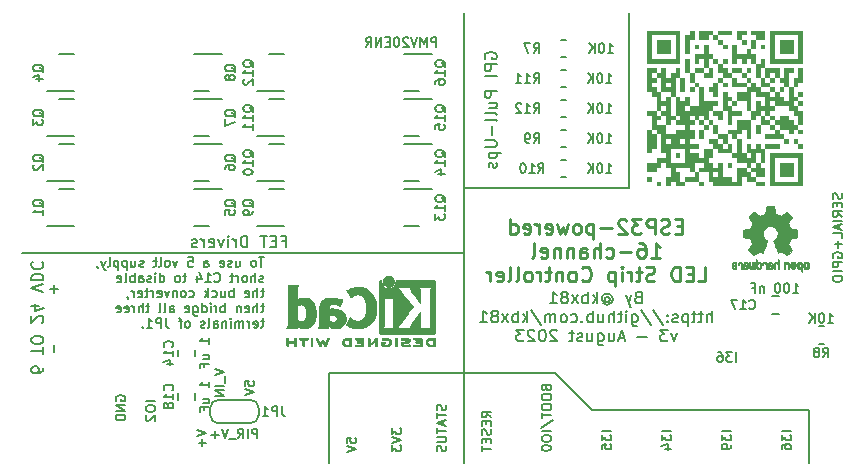
<source format=gbr>
%TF.GenerationSoftware,KiCad,Pcbnew,7.0.6-0*%
%TF.CreationDate,2023-08-15T02:22:11-05:00*%
%TF.ProjectId,kbxLEDController-16ch,6b62784c-4544-4436-9f6e-74726f6c6c65,rev?*%
%TF.SameCoordinates,Original*%
%TF.FileFunction,Legend,Bot*%
%TF.FilePolarity,Positive*%
%FSLAX46Y46*%
G04 Gerber Fmt 4.6, Leading zero omitted, Abs format (unit mm)*
G04 Created by KiCad (PCBNEW 7.0.6-0) date 2023-08-15 02:22:11*
%MOMM*%
%LPD*%
G01*
G04 APERTURE LIST*
%ADD10C,0.200000*%
%ADD11C,0.250000*%
%ADD12C,0.160000*%
%ADD13C,0.010000*%
G04 APERTURE END LIST*
D10*
X162560000Y-107950000D02*
X162560000Y-112395000D01*
X141033500Y-104775000D02*
X121920000Y-104775000D01*
X133350000Y-94615000D02*
X95885000Y-94615000D01*
X133350000Y-74295000D02*
X133350000Y-112395000D01*
X144208500Y-107950000D02*
X141033500Y-104775000D01*
X121920000Y-104775000D02*
X121920000Y-112395000D01*
X162560000Y-107950000D02*
X144208500Y-107950000D01*
X147320000Y-89154000D02*
X147320000Y-74295000D01*
X133350000Y-89154000D02*
X147320000Y-89154000D01*
X148073619Y-98394409D02*
X147930762Y-98442028D01*
X147930762Y-98442028D02*
X147883143Y-98489647D01*
X147883143Y-98489647D02*
X147835524Y-98584885D01*
X147835524Y-98584885D02*
X147835524Y-98727742D01*
X147835524Y-98727742D02*
X147883143Y-98822980D01*
X147883143Y-98822980D02*
X147930762Y-98870600D01*
X147930762Y-98870600D02*
X148026000Y-98918219D01*
X148026000Y-98918219D02*
X148406952Y-98918219D01*
X148406952Y-98918219D02*
X148406952Y-97918219D01*
X148406952Y-97918219D02*
X148073619Y-97918219D01*
X148073619Y-97918219D02*
X147978381Y-97965838D01*
X147978381Y-97965838D02*
X147930762Y-98013457D01*
X147930762Y-98013457D02*
X147883143Y-98108695D01*
X147883143Y-98108695D02*
X147883143Y-98203933D01*
X147883143Y-98203933D02*
X147930762Y-98299171D01*
X147930762Y-98299171D02*
X147978381Y-98346790D01*
X147978381Y-98346790D02*
X148073619Y-98394409D01*
X148073619Y-98394409D02*
X148406952Y-98394409D01*
X147502190Y-98251552D02*
X147264095Y-98918219D01*
X147026000Y-98251552D02*
X147264095Y-98918219D01*
X147264095Y-98918219D02*
X147359333Y-99156314D01*
X147359333Y-99156314D02*
X147406952Y-99203933D01*
X147406952Y-99203933D02*
X147502190Y-99251552D01*
X145264095Y-98442028D02*
X145311714Y-98394409D01*
X145311714Y-98394409D02*
X145406952Y-98346790D01*
X145406952Y-98346790D02*
X145502190Y-98346790D01*
X145502190Y-98346790D02*
X145597428Y-98394409D01*
X145597428Y-98394409D02*
X145645047Y-98442028D01*
X145645047Y-98442028D02*
X145692666Y-98537266D01*
X145692666Y-98537266D02*
X145692666Y-98632504D01*
X145692666Y-98632504D02*
X145645047Y-98727742D01*
X145645047Y-98727742D02*
X145597428Y-98775361D01*
X145597428Y-98775361D02*
X145502190Y-98822980D01*
X145502190Y-98822980D02*
X145406952Y-98822980D01*
X145406952Y-98822980D02*
X145311714Y-98775361D01*
X145311714Y-98775361D02*
X145264095Y-98727742D01*
X145264095Y-98346790D02*
X145264095Y-98727742D01*
X145264095Y-98727742D02*
X145216476Y-98775361D01*
X145216476Y-98775361D02*
X145168857Y-98775361D01*
X145168857Y-98775361D02*
X145073618Y-98727742D01*
X145073618Y-98727742D02*
X145025999Y-98632504D01*
X145025999Y-98632504D02*
X145025999Y-98394409D01*
X145025999Y-98394409D02*
X145121238Y-98251552D01*
X145121238Y-98251552D02*
X145264095Y-98156314D01*
X145264095Y-98156314D02*
X145454571Y-98108695D01*
X145454571Y-98108695D02*
X145645047Y-98156314D01*
X145645047Y-98156314D02*
X145787904Y-98251552D01*
X145787904Y-98251552D02*
X145883142Y-98394409D01*
X145883142Y-98394409D02*
X145930761Y-98584885D01*
X145930761Y-98584885D02*
X145883142Y-98775361D01*
X145883142Y-98775361D02*
X145787904Y-98918219D01*
X145787904Y-98918219D02*
X145645047Y-99013457D01*
X145645047Y-99013457D02*
X145454571Y-99061076D01*
X145454571Y-99061076D02*
X145264095Y-99013457D01*
X145264095Y-99013457D02*
X145121238Y-98918219D01*
X144597428Y-98918219D02*
X144597428Y-97918219D01*
X144502190Y-98537266D02*
X144216476Y-98918219D01*
X144216476Y-98251552D02*
X144597428Y-98632504D01*
X143787904Y-98918219D02*
X143787904Y-97918219D01*
X143787904Y-98299171D02*
X143692666Y-98251552D01*
X143692666Y-98251552D02*
X143502190Y-98251552D01*
X143502190Y-98251552D02*
X143406952Y-98299171D01*
X143406952Y-98299171D02*
X143359333Y-98346790D01*
X143359333Y-98346790D02*
X143311714Y-98442028D01*
X143311714Y-98442028D02*
X143311714Y-98727742D01*
X143311714Y-98727742D02*
X143359333Y-98822980D01*
X143359333Y-98822980D02*
X143406952Y-98870600D01*
X143406952Y-98870600D02*
X143502190Y-98918219D01*
X143502190Y-98918219D02*
X143692666Y-98918219D01*
X143692666Y-98918219D02*
X143787904Y-98870600D01*
X142978380Y-98918219D02*
X142454571Y-98251552D01*
X142978380Y-98251552D02*
X142454571Y-98918219D01*
X141930761Y-98346790D02*
X142025999Y-98299171D01*
X142025999Y-98299171D02*
X142073618Y-98251552D01*
X142073618Y-98251552D02*
X142121237Y-98156314D01*
X142121237Y-98156314D02*
X142121237Y-98108695D01*
X142121237Y-98108695D02*
X142073618Y-98013457D01*
X142073618Y-98013457D02*
X142025999Y-97965838D01*
X142025999Y-97965838D02*
X141930761Y-97918219D01*
X141930761Y-97918219D02*
X141740285Y-97918219D01*
X141740285Y-97918219D02*
X141645047Y-97965838D01*
X141645047Y-97965838D02*
X141597428Y-98013457D01*
X141597428Y-98013457D02*
X141549809Y-98108695D01*
X141549809Y-98108695D02*
X141549809Y-98156314D01*
X141549809Y-98156314D02*
X141597428Y-98251552D01*
X141597428Y-98251552D02*
X141645047Y-98299171D01*
X141645047Y-98299171D02*
X141740285Y-98346790D01*
X141740285Y-98346790D02*
X141930761Y-98346790D01*
X141930761Y-98346790D02*
X142025999Y-98394409D01*
X142025999Y-98394409D02*
X142073618Y-98442028D01*
X142073618Y-98442028D02*
X142121237Y-98537266D01*
X142121237Y-98537266D02*
X142121237Y-98727742D01*
X142121237Y-98727742D02*
X142073618Y-98822980D01*
X142073618Y-98822980D02*
X142025999Y-98870600D01*
X142025999Y-98870600D02*
X141930761Y-98918219D01*
X141930761Y-98918219D02*
X141740285Y-98918219D01*
X141740285Y-98918219D02*
X141645047Y-98870600D01*
X141645047Y-98870600D02*
X141597428Y-98822980D01*
X141597428Y-98822980D02*
X141549809Y-98727742D01*
X141549809Y-98727742D02*
X141549809Y-98537266D01*
X141549809Y-98537266D02*
X141597428Y-98442028D01*
X141597428Y-98442028D02*
X141645047Y-98394409D01*
X141645047Y-98394409D02*
X141740285Y-98346790D01*
X140597428Y-98918219D02*
X141168856Y-98918219D01*
X140883142Y-98918219D02*
X140883142Y-97918219D01*
X140883142Y-97918219D02*
X140978380Y-98061076D01*
X140978380Y-98061076D02*
X141073618Y-98156314D01*
X141073618Y-98156314D02*
X141168856Y-98203933D01*
X154311714Y-100528219D02*
X154311714Y-99528219D01*
X153883143Y-100528219D02*
X153883143Y-100004409D01*
X153883143Y-100004409D02*
X153930762Y-99909171D01*
X153930762Y-99909171D02*
X154026000Y-99861552D01*
X154026000Y-99861552D02*
X154168857Y-99861552D01*
X154168857Y-99861552D02*
X154264095Y-99909171D01*
X154264095Y-99909171D02*
X154311714Y-99956790D01*
X153549809Y-99861552D02*
X153168857Y-99861552D01*
X153406952Y-99528219D02*
X153406952Y-100385361D01*
X153406952Y-100385361D02*
X153359333Y-100480600D01*
X153359333Y-100480600D02*
X153264095Y-100528219D01*
X153264095Y-100528219D02*
X153168857Y-100528219D01*
X152978380Y-99861552D02*
X152597428Y-99861552D01*
X152835523Y-99528219D02*
X152835523Y-100385361D01*
X152835523Y-100385361D02*
X152787904Y-100480600D01*
X152787904Y-100480600D02*
X152692666Y-100528219D01*
X152692666Y-100528219D02*
X152597428Y-100528219D01*
X152264094Y-99861552D02*
X152264094Y-100861552D01*
X152264094Y-99909171D02*
X152168856Y-99861552D01*
X152168856Y-99861552D02*
X151978380Y-99861552D01*
X151978380Y-99861552D02*
X151883142Y-99909171D01*
X151883142Y-99909171D02*
X151835523Y-99956790D01*
X151835523Y-99956790D02*
X151787904Y-100052028D01*
X151787904Y-100052028D02*
X151787904Y-100337742D01*
X151787904Y-100337742D02*
X151835523Y-100432980D01*
X151835523Y-100432980D02*
X151883142Y-100480600D01*
X151883142Y-100480600D02*
X151978380Y-100528219D01*
X151978380Y-100528219D02*
X152168856Y-100528219D01*
X152168856Y-100528219D02*
X152264094Y-100480600D01*
X151406951Y-100480600D02*
X151311713Y-100528219D01*
X151311713Y-100528219D02*
X151121237Y-100528219D01*
X151121237Y-100528219D02*
X151025999Y-100480600D01*
X151025999Y-100480600D02*
X150978380Y-100385361D01*
X150978380Y-100385361D02*
X150978380Y-100337742D01*
X150978380Y-100337742D02*
X151025999Y-100242504D01*
X151025999Y-100242504D02*
X151121237Y-100194885D01*
X151121237Y-100194885D02*
X151264094Y-100194885D01*
X151264094Y-100194885D02*
X151359332Y-100147266D01*
X151359332Y-100147266D02*
X151406951Y-100052028D01*
X151406951Y-100052028D02*
X151406951Y-100004409D01*
X151406951Y-100004409D02*
X151359332Y-99909171D01*
X151359332Y-99909171D02*
X151264094Y-99861552D01*
X151264094Y-99861552D02*
X151121237Y-99861552D01*
X151121237Y-99861552D02*
X151025999Y-99909171D01*
X150549808Y-100432980D02*
X150502189Y-100480600D01*
X150502189Y-100480600D02*
X150549808Y-100528219D01*
X150549808Y-100528219D02*
X150597427Y-100480600D01*
X150597427Y-100480600D02*
X150549808Y-100432980D01*
X150549808Y-100432980D02*
X150549808Y-100528219D01*
X150549808Y-99909171D02*
X150502189Y-99956790D01*
X150502189Y-99956790D02*
X150549808Y-100004409D01*
X150549808Y-100004409D02*
X150597427Y-99956790D01*
X150597427Y-99956790D02*
X150549808Y-99909171D01*
X150549808Y-99909171D02*
X150549808Y-100004409D01*
X149359333Y-99480600D02*
X150216475Y-100766314D01*
X148311714Y-99480600D02*
X149168856Y-100766314D01*
X147549809Y-99861552D02*
X147549809Y-100671076D01*
X147549809Y-100671076D02*
X147597428Y-100766314D01*
X147597428Y-100766314D02*
X147645047Y-100813933D01*
X147645047Y-100813933D02*
X147740285Y-100861552D01*
X147740285Y-100861552D02*
X147883142Y-100861552D01*
X147883142Y-100861552D02*
X147978380Y-100813933D01*
X147549809Y-100480600D02*
X147645047Y-100528219D01*
X147645047Y-100528219D02*
X147835523Y-100528219D01*
X147835523Y-100528219D02*
X147930761Y-100480600D01*
X147930761Y-100480600D02*
X147978380Y-100432980D01*
X147978380Y-100432980D02*
X148025999Y-100337742D01*
X148025999Y-100337742D02*
X148025999Y-100052028D01*
X148025999Y-100052028D02*
X147978380Y-99956790D01*
X147978380Y-99956790D02*
X147930761Y-99909171D01*
X147930761Y-99909171D02*
X147835523Y-99861552D01*
X147835523Y-99861552D02*
X147645047Y-99861552D01*
X147645047Y-99861552D02*
X147549809Y-99909171D01*
X147073618Y-100528219D02*
X147073618Y-99861552D01*
X147073618Y-99528219D02*
X147121237Y-99575838D01*
X147121237Y-99575838D02*
X147073618Y-99623457D01*
X147073618Y-99623457D02*
X147025999Y-99575838D01*
X147025999Y-99575838D02*
X147073618Y-99528219D01*
X147073618Y-99528219D02*
X147073618Y-99623457D01*
X146740285Y-99861552D02*
X146359333Y-99861552D01*
X146597428Y-99528219D02*
X146597428Y-100385361D01*
X146597428Y-100385361D02*
X146549809Y-100480600D01*
X146549809Y-100480600D02*
X146454571Y-100528219D01*
X146454571Y-100528219D02*
X146359333Y-100528219D01*
X146025999Y-100528219D02*
X146025999Y-99528219D01*
X145597428Y-100528219D02*
X145597428Y-100004409D01*
X145597428Y-100004409D02*
X145645047Y-99909171D01*
X145645047Y-99909171D02*
X145740285Y-99861552D01*
X145740285Y-99861552D02*
X145883142Y-99861552D01*
X145883142Y-99861552D02*
X145978380Y-99909171D01*
X145978380Y-99909171D02*
X146025999Y-99956790D01*
X144692666Y-99861552D02*
X144692666Y-100528219D01*
X145121237Y-99861552D02*
X145121237Y-100385361D01*
X145121237Y-100385361D02*
X145073618Y-100480600D01*
X145073618Y-100480600D02*
X144978380Y-100528219D01*
X144978380Y-100528219D02*
X144835523Y-100528219D01*
X144835523Y-100528219D02*
X144740285Y-100480600D01*
X144740285Y-100480600D02*
X144692666Y-100432980D01*
X144216475Y-100528219D02*
X144216475Y-99528219D01*
X144216475Y-99909171D02*
X144121237Y-99861552D01*
X144121237Y-99861552D02*
X143930761Y-99861552D01*
X143930761Y-99861552D02*
X143835523Y-99909171D01*
X143835523Y-99909171D02*
X143787904Y-99956790D01*
X143787904Y-99956790D02*
X143740285Y-100052028D01*
X143740285Y-100052028D02*
X143740285Y-100337742D01*
X143740285Y-100337742D02*
X143787904Y-100432980D01*
X143787904Y-100432980D02*
X143835523Y-100480600D01*
X143835523Y-100480600D02*
X143930761Y-100528219D01*
X143930761Y-100528219D02*
X144121237Y-100528219D01*
X144121237Y-100528219D02*
X144216475Y-100480600D01*
X143311713Y-100432980D02*
X143264094Y-100480600D01*
X143264094Y-100480600D02*
X143311713Y-100528219D01*
X143311713Y-100528219D02*
X143359332Y-100480600D01*
X143359332Y-100480600D02*
X143311713Y-100432980D01*
X143311713Y-100432980D02*
X143311713Y-100528219D01*
X142406952Y-100480600D02*
X142502190Y-100528219D01*
X142502190Y-100528219D02*
X142692666Y-100528219D01*
X142692666Y-100528219D02*
X142787904Y-100480600D01*
X142787904Y-100480600D02*
X142835523Y-100432980D01*
X142835523Y-100432980D02*
X142883142Y-100337742D01*
X142883142Y-100337742D02*
X142883142Y-100052028D01*
X142883142Y-100052028D02*
X142835523Y-99956790D01*
X142835523Y-99956790D02*
X142787904Y-99909171D01*
X142787904Y-99909171D02*
X142692666Y-99861552D01*
X142692666Y-99861552D02*
X142502190Y-99861552D01*
X142502190Y-99861552D02*
X142406952Y-99909171D01*
X141835523Y-100528219D02*
X141930761Y-100480600D01*
X141930761Y-100480600D02*
X141978380Y-100432980D01*
X141978380Y-100432980D02*
X142025999Y-100337742D01*
X142025999Y-100337742D02*
X142025999Y-100052028D01*
X142025999Y-100052028D02*
X141978380Y-99956790D01*
X141978380Y-99956790D02*
X141930761Y-99909171D01*
X141930761Y-99909171D02*
X141835523Y-99861552D01*
X141835523Y-99861552D02*
X141692666Y-99861552D01*
X141692666Y-99861552D02*
X141597428Y-99909171D01*
X141597428Y-99909171D02*
X141549809Y-99956790D01*
X141549809Y-99956790D02*
X141502190Y-100052028D01*
X141502190Y-100052028D02*
X141502190Y-100337742D01*
X141502190Y-100337742D02*
X141549809Y-100432980D01*
X141549809Y-100432980D02*
X141597428Y-100480600D01*
X141597428Y-100480600D02*
X141692666Y-100528219D01*
X141692666Y-100528219D02*
X141835523Y-100528219D01*
X141073618Y-100528219D02*
X141073618Y-99861552D01*
X141073618Y-99956790D02*
X141025999Y-99909171D01*
X141025999Y-99909171D02*
X140930761Y-99861552D01*
X140930761Y-99861552D02*
X140787904Y-99861552D01*
X140787904Y-99861552D02*
X140692666Y-99909171D01*
X140692666Y-99909171D02*
X140645047Y-100004409D01*
X140645047Y-100004409D02*
X140645047Y-100528219D01*
X140645047Y-100004409D02*
X140597428Y-99909171D01*
X140597428Y-99909171D02*
X140502190Y-99861552D01*
X140502190Y-99861552D02*
X140359333Y-99861552D01*
X140359333Y-99861552D02*
X140264094Y-99909171D01*
X140264094Y-99909171D02*
X140216475Y-100004409D01*
X140216475Y-100004409D02*
X140216475Y-100528219D01*
X139026000Y-99480600D02*
X139883142Y-100766314D01*
X138692666Y-100528219D02*
X138692666Y-99528219D01*
X138597428Y-100147266D02*
X138311714Y-100528219D01*
X138311714Y-99861552D02*
X138692666Y-100242504D01*
X137883142Y-100528219D02*
X137883142Y-99528219D01*
X137883142Y-99909171D02*
X137787904Y-99861552D01*
X137787904Y-99861552D02*
X137597428Y-99861552D01*
X137597428Y-99861552D02*
X137502190Y-99909171D01*
X137502190Y-99909171D02*
X137454571Y-99956790D01*
X137454571Y-99956790D02*
X137406952Y-100052028D01*
X137406952Y-100052028D02*
X137406952Y-100337742D01*
X137406952Y-100337742D02*
X137454571Y-100432980D01*
X137454571Y-100432980D02*
X137502190Y-100480600D01*
X137502190Y-100480600D02*
X137597428Y-100528219D01*
X137597428Y-100528219D02*
X137787904Y-100528219D01*
X137787904Y-100528219D02*
X137883142Y-100480600D01*
X137073618Y-100528219D02*
X136549809Y-99861552D01*
X137073618Y-99861552D02*
X136549809Y-100528219D01*
X136025999Y-99956790D02*
X136121237Y-99909171D01*
X136121237Y-99909171D02*
X136168856Y-99861552D01*
X136168856Y-99861552D02*
X136216475Y-99766314D01*
X136216475Y-99766314D02*
X136216475Y-99718695D01*
X136216475Y-99718695D02*
X136168856Y-99623457D01*
X136168856Y-99623457D02*
X136121237Y-99575838D01*
X136121237Y-99575838D02*
X136025999Y-99528219D01*
X136025999Y-99528219D02*
X135835523Y-99528219D01*
X135835523Y-99528219D02*
X135740285Y-99575838D01*
X135740285Y-99575838D02*
X135692666Y-99623457D01*
X135692666Y-99623457D02*
X135645047Y-99718695D01*
X135645047Y-99718695D02*
X135645047Y-99766314D01*
X135645047Y-99766314D02*
X135692666Y-99861552D01*
X135692666Y-99861552D02*
X135740285Y-99909171D01*
X135740285Y-99909171D02*
X135835523Y-99956790D01*
X135835523Y-99956790D02*
X136025999Y-99956790D01*
X136025999Y-99956790D02*
X136121237Y-100004409D01*
X136121237Y-100004409D02*
X136168856Y-100052028D01*
X136168856Y-100052028D02*
X136216475Y-100147266D01*
X136216475Y-100147266D02*
X136216475Y-100337742D01*
X136216475Y-100337742D02*
X136168856Y-100432980D01*
X136168856Y-100432980D02*
X136121237Y-100480600D01*
X136121237Y-100480600D02*
X136025999Y-100528219D01*
X136025999Y-100528219D02*
X135835523Y-100528219D01*
X135835523Y-100528219D02*
X135740285Y-100480600D01*
X135740285Y-100480600D02*
X135692666Y-100432980D01*
X135692666Y-100432980D02*
X135645047Y-100337742D01*
X135645047Y-100337742D02*
X135645047Y-100147266D01*
X135645047Y-100147266D02*
X135692666Y-100052028D01*
X135692666Y-100052028D02*
X135740285Y-100004409D01*
X135740285Y-100004409D02*
X135835523Y-99956790D01*
X134692666Y-100528219D02*
X135264094Y-100528219D01*
X134978380Y-100528219D02*
X134978380Y-99528219D01*
X134978380Y-99528219D02*
X135073618Y-99671076D01*
X135073618Y-99671076D02*
X135168856Y-99766314D01*
X135168856Y-99766314D02*
X135264094Y-99813933D01*
X151335524Y-101471552D02*
X151097429Y-102138219D01*
X151097429Y-102138219D02*
X150859334Y-101471552D01*
X150573619Y-101138219D02*
X149954572Y-101138219D01*
X149954572Y-101138219D02*
X150287905Y-101519171D01*
X150287905Y-101519171D02*
X150145048Y-101519171D01*
X150145048Y-101519171D02*
X150049810Y-101566790D01*
X150049810Y-101566790D02*
X150002191Y-101614409D01*
X150002191Y-101614409D02*
X149954572Y-101709647D01*
X149954572Y-101709647D02*
X149954572Y-101947742D01*
X149954572Y-101947742D02*
X150002191Y-102042980D01*
X150002191Y-102042980D02*
X150049810Y-102090600D01*
X150049810Y-102090600D02*
X150145048Y-102138219D01*
X150145048Y-102138219D02*
X150430762Y-102138219D01*
X150430762Y-102138219D02*
X150526000Y-102090600D01*
X150526000Y-102090600D02*
X150573619Y-102042980D01*
X148859333Y-101804885D02*
X148002191Y-101804885D01*
X146906952Y-101852504D02*
X146430762Y-101852504D01*
X147002190Y-102138219D02*
X146668857Y-101138219D01*
X146668857Y-101138219D02*
X146335524Y-102138219D01*
X145573619Y-101471552D02*
X145573619Y-102138219D01*
X146002190Y-101471552D02*
X146002190Y-101995361D01*
X146002190Y-101995361D02*
X145954571Y-102090600D01*
X145954571Y-102090600D02*
X145859333Y-102138219D01*
X145859333Y-102138219D02*
X145716476Y-102138219D01*
X145716476Y-102138219D02*
X145621238Y-102090600D01*
X145621238Y-102090600D02*
X145573619Y-102042980D01*
X144668857Y-101471552D02*
X144668857Y-102281076D01*
X144668857Y-102281076D02*
X144716476Y-102376314D01*
X144716476Y-102376314D02*
X144764095Y-102423933D01*
X144764095Y-102423933D02*
X144859333Y-102471552D01*
X144859333Y-102471552D02*
X145002190Y-102471552D01*
X145002190Y-102471552D02*
X145097428Y-102423933D01*
X144668857Y-102090600D02*
X144764095Y-102138219D01*
X144764095Y-102138219D02*
X144954571Y-102138219D01*
X144954571Y-102138219D02*
X145049809Y-102090600D01*
X145049809Y-102090600D02*
X145097428Y-102042980D01*
X145097428Y-102042980D02*
X145145047Y-101947742D01*
X145145047Y-101947742D02*
X145145047Y-101662028D01*
X145145047Y-101662028D02*
X145097428Y-101566790D01*
X145097428Y-101566790D02*
X145049809Y-101519171D01*
X145049809Y-101519171D02*
X144954571Y-101471552D01*
X144954571Y-101471552D02*
X144764095Y-101471552D01*
X144764095Y-101471552D02*
X144668857Y-101519171D01*
X143764095Y-101471552D02*
X143764095Y-102138219D01*
X144192666Y-101471552D02*
X144192666Y-101995361D01*
X144192666Y-101995361D02*
X144145047Y-102090600D01*
X144145047Y-102090600D02*
X144049809Y-102138219D01*
X144049809Y-102138219D02*
X143906952Y-102138219D01*
X143906952Y-102138219D02*
X143811714Y-102090600D01*
X143811714Y-102090600D02*
X143764095Y-102042980D01*
X143335523Y-102090600D02*
X143240285Y-102138219D01*
X143240285Y-102138219D02*
X143049809Y-102138219D01*
X143049809Y-102138219D02*
X142954571Y-102090600D01*
X142954571Y-102090600D02*
X142906952Y-101995361D01*
X142906952Y-101995361D02*
X142906952Y-101947742D01*
X142906952Y-101947742D02*
X142954571Y-101852504D01*
X142954571Y-101852504D02*
X143049809Y-101804885D01*
X143049809Y-101804885D02*
X143192666Y-101804885D01*
X143192666Y-101804885D02*
X143287904Y-101757266D01*
X143287904Y-101757266D02*
X143335523Y-101662028D01*
X143335523Y-101662028D02*
X143335523Y-101614409D01*
X143335523Y-101614409D02*
X143287904Y-101519171D01*
X143287904Y-101519171D02*
X143192666Y-101471552D01*
X143192666Y-101471552D02*
X143049809Y-101471552D01*
X143049809Y-101471552D02*
X142954571Y-101519171D01*
X142621237Y-101471552D02*
X142240285Y-101471552D01*
X142478380Y-101138219D02*
X142478380Y-101995361D01*
X142478380Y-101995361D02*
X142430761Y-102090600D01*
X142430761Y-102090600D02*
X142335523Y-102138219D01*
X142335523Y-102138219D02*
X142240285Y-102138219D01*
X141192665Y-101233457D02*
X141145046Y-101185838D01*
X141145046Y-101185838D02*
X141049808Y-101138219D01*
X141049808Y-101138219D02*
X140811713Y-101138219D01*
X140811713Y-101138219D02*
X140716475Y-101185838D01*
X140716475Y-101185838D02*
X140668856Y-101233457D01*
X140668856Y-101233457D02*
X140621237Y-101328695D01*
X140621237Y-101328695D02*
X140621237Y-101423933D01*
X140621237Y-101423933D02*
X140668856Y-101566790D01*
X140668856Y-101566790D02*
X141240284Y-102138219D01*
X141240284Y-102138219D02*
X140621237Y-102138219D01*
X140002189Y-101138219D02*
X139906951Y-101138219D01*
X139906951Y-101138219D02*
X139811713Y-101185838D01*
X139811713Y-101185838D02*
X139764094Y-101233457D01*
X139764094Y-101233457D02*
X139716475Y-101328695D01*
X139716475Y-101328695D02*
X139668856Y-101519171D01*
X139668856Y-101519171D02*
X139668856Y-101757266D01*
X139668856Y-101757266D02*
X139716475Y-101947742D01*
X139716475Y-101947742D02*
X139764094Y-102042980D01*
X139764094Y-102042980D02*
X139811713Y-102090600D01*
X139811713Y-102090600D02*
X139906951Y-102138219D01*
X139906951Y-102138219D02*
X140002189Y-102138219D01*
X140002189Y-102138219D02*
X140097427Y-102090600D01*
X140097427Y-102090600D02*
X140145046Y-102042980D01*
X140145046Y-102042980D02*
X140192665Y-101947742D01*
X140192665Y-101947742D02*
X140240284Y-101757266D01*
X140240284Y-101757266D02*
X140240284Y-101519171D01*
X140240284Y-101519171D02*
X140192665Y-101328695D01*
X140192665Y-101328695D02*
X140145046Y-101233457D01*
X140145046Y-101233457D02*
X140097427Y-101185838D01*
X140097427Y-101185838D02*
X140002189Y-101138219D01*
X139287903Y-101233457D02*
X139240284Y-101185838D01*
X139240284Y-101185838D02*
X139145046Y-101138219D01*
X139145046Y-101138219D02*
X138906951Y-101138219D01*
X138906951Y-101138219D02*
X138811713Y-101185838D01*
X138811713Y-101185838D02*
X138764094Y-101233457D01*
X138764094Y-101233457D02*
X138716475Y-101328695D01*
X138716475Y-101328695D02*
X138716475Y-101423933D01*
X138716475Y-101423933D02*
X138764094Y-101566790D01*
X138764094Y-101566790D02*
X139335522Y-102138219D01*
X139335522Y-102138219D02*
X138716475Y-102138219D01*
X138383141Y-101138219D02*
X137764094Y-101138219D01*
X137764094Y-101138219D02*
X138097427Y-101519171D01*
X138097427Y-101519171D02*
X137954570Y-101519171D01*
X137954570Y-101519171D02*
X137859332Y-101566790D01*
X137859332Y-101566790D02*
X137811713Y-101614409D01*
X137811713Y-101614409D02*
X137764094Y-101709647D01*
X137764094Y-101709647D02*
X137764094Y-101947742D01*
X137764094Y-101947742D02*
X137811713Y-102042980D01*
X137811713Y-102042980D02*
X137859332Y-102090600D01*
X137859332Y-102090600D02*
X137954570Y-102138219D01*
X137954570Y-102138219D02*
X138240284Y-102138219D01*
X138240284Y-102138219D02*
X138335522Y-102090600D01*
X138335522Y-102090600D02*
X138383141Y-102042980D01*
D11*
X151787903Y-92386011D02*
X151371237Y-92386011D01*
X151192665Y-93040773D02*
X151787903Y-93040773D01*
X151787903Y-93040773D02*
X151787903Y-91790773D01*
X151787903Y-91790773D02*
X151192665Y-91790773D01*
X150716475Y-92981250D02*
X150537904Y-93040773D01*
X150537904Y-93040773D02*
X150240285Y-93040773D01*
X150240285Y-93040773D02*
X150121237Y-92981250D01*
X150121237Y-92981250D02*
X150061713Y-92921726D01*
X150061713Y-92921726D02*
X150002190Y-92802678D01*
X150002190Y-92802678D02*
X150002190Y-92683630D01*
X150002190Y-92683630D02*
X150061713Y-92564583D01*
X150061713Y-92564583D02*
X150121237Y-92505059D01*
X150121237Y-92505059D02*
X150240285Y-92445535D01*
X150240285Y-92445535D02*
X150478380Y-92386011D01*
X150478380Y-92386011D02*
X150597428Y-92326488D01*
X150597428Y-92326488D02*
X150656951Y-92266964D01*
X150656951Y-92266964D02*
X150716475Y-92147916D01*
X150716475Y-92147916D02*
X150716475Y-92028869D01*
X150716475Y-92028869D02*
X150656951Y-91909821D01*
X150656951Y-91909821D02*
X150597428Y-91850297D01*
X150597428Y-91850297D02*
X150478380Y-91790773D01*
X150478380Y-91790773D02*
X150180761Y-91790773D01*
X150180761Y-91790773D02*
X150002190Y-91850297D01*
X149466475Y-93040773D02*
X149466475Y-91790773D01*
X149466475Y-91790773D02*
X148990285Y-91790773D01*
X148990285Y-91790773D02*
X148871237Y-91850297D01*
X148871237Y-91850297D02*
X148811714Y-91909821D01*
X148811714Y-91909821D02*
X148752190Y-92028869D01*
X148752190Y-92028869D02*
X148752190Y-92207440D01*
X148752190Y-92207440D02*
X148811714Y-92326488D01*
X148811714Y-92326488D02*
X148871237Y-92386011D01*
X148871237Y-92386011D02*
X148990285Y-92445535D01*
X148990285Y-92445535D02*
X149466475Y-92445535D01*
X148335523Y-91790773D02*
X147561714Y-91790773D01*
X147561714Y-91790773D02*
X147978380Y-92266964D01*
X147978380Y-92266964D02*
X147799809Y-92266964D01*
X147799809Y-92266964D02*
X147680761Y-92326488D01*
X147680761Y-92326488D02*
X147621237Y-92386011D01*
X147621237Y-92386011D02*
X147561714Y-92505059D01*
X147561714Y-92505059D02*
X147561714Y-92802678D01*
X147561714Y-92802678D02*
X147621237Y-92921726D01*
X147621237Y-92921726D02*
X147680761Y-92981250D01*
X147680761Y-92981250D02*
X147799809Y-93040773D01*
X147799809Y-93040773D02*
X148156952Y-93040773D01*
X148156952Y-93040773D02*
X148275999Y-92981250D01*
X148275999Y-92981250D02*
X148335523Y-92921726D01*
X147085523Y-91909821D02*
X147025999Y-91850297D01*
X147025999Y-91850297D02*
X146906952Y-91790773D01*
X146906952Y-91790773D02*
X146609333Y-91790773D01*
X146609333Y-91790773D02*
X146490285Y-91850297D01*
X146490285Y-91850297D02*
X146430761Y-91909821D01*
X146430761Y-91909821D02*
X146371238Y-92028869D01*
X146371238Y-92028869D02*
X146371238Y-92147916D01*
X146371238Y-92147916D02*
X146430761Y-92326488D01*
X146430761Y-92326488D02*
X147145047Y-93040773D01*
X147145047Y-93040773D02*
X146371238Y-93040773D01*
X145835523Y-92564583D02*
X144883143Y-92564583D01*
X144287904Y-92207440D02*
X144287904Y-93457440D01*
X144287904Y-92266964D02*
X144168857Y-92207440D01*
X144168857Y-92207440D02*
X143930762Y-92207440D01*
X143930762Y-92207440D02*
X143811714Y-92266964D01*
X143811714Y-92266964D02*
X143752190Y-92326488D01*
X143752190Y-92326488D02*
X143692666Y-92445535D01*
X143692666Y-92445535D02*
X143692666Y-92802678D01*
X143692666Y-92802678D02*
X143752190Y-92921726D01*
X143752190Y-92921726D02*
X143811714Y-92981250D01*
X143811714Y-92981250D02*
X143930762Y-93040773D01*
X143930762Y-93040773D02*
X144168857Y-93040773D01*
X144168857Y-93040773D02*
X144287904Y-92981250D01*
X142978381Y-93040773D02*
X143097429Y-92981250D01*
X143097429Y-92981250D02*
X143156952Y-92921726D01*
X143156952Y-92921726D02*
X143216476Y-92802678D01*
X143216476Y-92802678D02*
X143216476Y-92445535D01*
X143216476Y-92445535D02*
X143156952Y-92326488D01*
X143156952Y-92326488D02*
X143097429Y-92266964D01*
X143097429Y-92266964D02*
X142978381Y-92207440D01*
X142978381Y-92207440D02*
X142799810Y-92207440D01*
X142799810Y-92207440D02*
X142680762Y-92266964D01*
X142680762Y-92266964D02*
X142621238Y-92326488D01*
X142621238Y-92326488D02*
X142561714Y-92445535D01*
X142561714Y-92445535D02*
X142561714Y-92802678D01*
X142561714Y-92802678D02*
X142621238Y-92921726D01*
X142621238Y-92921726D02*
X142680762Y-92981250D01*
X142680762Y-92981250D02*
X142799810Y-93040773D01*
X142799810Y-93040773D02*
X142978381Y-93040773D01*
X142145048Y-92207440D02*
X141906953Y-93040773D01*
X141906953Y-93040773D02*
X141668858Y-92445535D01*
X141668858Y-92445535D02*
X141430762Y-93040773D01*
X141430762Y-93040773D02*
X141192667Y-92207440D01*
X140240286Y-92981250D02*
X140359334Y-93040773D01*
X140359334Y-93040773D02*
X140597429Y-93040773D01*
X140597429Y-93040773D02*
X140716476Y-92981250D01*
X140716476Y-92981250D02*
X140776000Y-92862202D01*
X140776000Y-92862202D02*
X140776000Y-92386011D01*
X140776000Y-92386011D02*
X140716476Y-92266964D01*
X140716476Y-92266964D02*
X140597429Y-92207440D01*
X140597429Y-92207440D02*
X140359334Y-92207440D01*
X140359334Y-92207440D02*
X140240286Y-92266964D01*
X140240286Y-92266964D02*
X140180762Y-92386011D01*
X140180762Y-92386011D02*
X140180762Y-92505059D01*
X140180762Y-92505059D02*
X140776000Y-92624107D01*
X139645047Y-93040773D02*
X139645047Y-92207440D01*
X139645047Y-92445535D02*
X139585524Y-92326488D01*
X139585524Y-92326488D02*
X139526000Y-92266964D01*
X139526000Y-92266964D02*
X139406952Y-92207440D01*
X139406952Y-92207440D02*
X139287905Y-92207440D01*
X138395047Y-92981250D02*
X138514095Y-93040773D01*
X138514095Y-93040773D02*
X138752190Y-93040773D01*
X138752190Y-93040773D02*
X138871237Y-92981250D01*
X138871237Y-92981250D02*
X138930761Y-92862202D01*
X138930761Y-92862202D02*
X138930761Y-92386011D01*
X138930761Y-92386011D02*
X138871237Y-92266964D01*
X138871237Y-92266964D02*
X138752190Y-92207440D01*
X138752190Y-92207440D02*
X138514095Y-92207440D01*
X138514095Y-92207440D02*
X138395047Y-92266964D01*
X138395047Y-92266964D02*
X138335523Y-92386011D01*
X138335523Y-92386011D02*
X138335523Y-92505059D01*
X138335523Y-92505059D02*
X138930761Y-92624107D01*
X137264094Y-93040773D02*
X137264094Y-91790773D01*
X137264094Y-92981250D02*
X137383142Y-93040773D01*
X137383142Y-93040773D02*
X137621237Y-93040773D01*
X137621237Y-93040773D02*
X137740285Y-92981250D01*
X137740285Y-92981250D02*
X137799808Y-92921726D01*
X137799808Y-92921726D02*
X137859332Y-92802678D01*
X137859332Y-92802678D02*
X137859332Y-92445535D01*
X137859332Y-92445535D02*
X137799808Y-92326488D01*
X137799808Y-92326488D02*
X137740285Y-92266964D01*
X137740285Y-92266964D02*
X137621237Y-92207440D01*
X137621237Y-92207440D02*
X137383142Y-92207440D01*
X137383142Y-92207440D02*
X137264094Y-92266964D01*
X149198618Y-95053273D02*
X149912903Y-95053273D01*
X149555760Y-95053273D02*
X149555760Y-93803273D01*
X149555760Y-93803273D02*
X149674808Y-93981845D01*
X149674808Y-93981845D02*
X149793856Y-94100892D01*
X149793856Y-94100892D02*
X149912903Y-94160416D01*
X148127189Y-93803273D02*
X148365284Y-93803273D01*
X148365284Y-93803273D02*
X148484332Y-93862797D01*
X148484332Y-93862797D02*
X148543856Y-93922321D01*
X148543856Y-93922321D02*
X148662903Y-94100892D01*
X148662903Y-94100892D02*
X148722427Y-94338988D01*
X148722427Y-94338988D02*
X148722427Y-94815178D01*
X148722427Y-94815178D02*
X148662903Y-94934226D01*
X148662903Y-94934226D02*
X148603380Y-94993750D01*
X148603380Y-94993750D02*
X148484332Y-95053273D01*
X148484332Y-95053273D02*
X148246237Y-95053273D01*
X148246237Y-95053273D02*
X148127189Y-94993750D01*
X148127189Y-94993750D02*
X148067665Y-94934226D01*
X148067665Y-94934226D02*
X148008142Y-94815178D01*
X148008142Y-94815178D02*
X148008142Y-94517559D01*
X148008142Y-94517559D02*
X148067665Y-94398511D01*
X148067665Y-94398511D02*
X148127189Y-94338988D01*
X148127189Y-94338988D02*
X148246237Y-94279464D01*
X148246237Y-94279464D02*
X148484332Y-94279464D01*
X148484332Y-94279464D02*
X148603380Y-94338988D01*
X148603380Y-94338988D02*
X148662903Y-94398511D01*
X148662903Y-94398511D02*
X148722427Y-94517559D01*
X147472427Y-94577083D02*
X146520047Y-94577083D01*
X145389094Y-94993750D02*
X145508142Y-95053273D01*
X145508142Y-95053273D02*
X145746237Y-95053273D01*
X145746237Y-95053273D02*
X145865285Y-94993750D01*
X145865285Y-94993750D02*
X145924808Y-94934226D01*
X145924808Y-94934226D02*
X145984332Y-94815178D01*
X145984332Y-94815178D02*
X145984332Y-94458035D01*
X145984332Y-94458035D02*
X145924808Y-94338988D01*
X145924808Y-94338988D02*
X145865285Y-94279464D01*
X145865285Y-94279464D02*
X145746237Y-94219940D01*
X145746237Y-94219940D02*
X145508142Y-94219940D01*
X145508142Y-94219940D02*
X145389094Y-94279464D01*
X144853379Y-95053273D02*
X144853379Y-93803273D01*
X144317665Y-95053273D02*
X144317665Y-94398511D01*
X144317665Y-94398511D02*
X144377189Y-94279464D01*
X144377189Y-94279464D02*
X144496237Y-94219940D01*
X144496237Y-94219940D02*
X144674808Y-94219940D01*
X144674808Y-94219940D02*
X144793856Y-94279464D01*
X144793856Y-94279464D02*
X144853379Y-94338988D01*
X143186713Y-95053273D02*
X143186713Y-94398511D01*
X143186713Y-94398511D02*
X143246237Y-94279464D01*
X143246237Y-94279464D02*
X143365285Y-94219940D01*
X143365285Y-94219940D02*
X143603380Y-94219940D01*
X143603380Y-94219940D02*
X143722427Y-94279464D01*
X143186713Y-94993750D02*
X143305761Y-95053273D01*
X143305761Y-95053273D02*
X143603380Y-95053273D01*
X143603380Y-95053273D02*
X143722427Y-94993750D01*
X143722427Y-94993750D02*
X143781951Y-94874702D01*
X143781951Y-94874702D02*
X143781951Y-94755654D01*
X143781951Y-94755654D02*
X143722427Y-94636607D01*
X143722427Y-94636607D02*
X143603380Y-94577083D01*
X143603380Y-94577083D02*
X143305761Y-94577083D01*
X143305761Y-94577083D02*
X143186713Y-94517559D01*
X142591475Y-94219940D02*
X142591475Y-95053273D01*
X142591475Y-94338988D02*
X142531952Y-94279464D01*
X142531952Y-94279464D02*
X142412904Y-94219940D01*
X142412904Y-94219940D02*
X142234333Y-94219940D01*
X142234333Y-94219940D02*
X142115285Y-94279464D01*
X142115285Y-94279464D02*
X142055761Y-94398511D01*
X142055761Y-94398511D02*
X142055761Y-95053273D01*
X141460523Y-94219940D02*
X141460523Y-95053273D01*
X141460523Y-94338988D02*
X141401000Y-94279464D01*
X141401000Y-94279464D02*
X141281952Y-94219940D01*
X141281952Y-94219940D02*
X141103381Y-94219940D01*
X141103381Y-94219940D02*
X140984333Y-94279464D01*
X140984333Y-94279464D02*
X140924809Y-94398511D01*
X140924809Y-94398511D02*
X140924809Y-95053273D01*
X139853381Y-94993750D02*
X139972429Y-95053273D01*
X139972429Y-95053273D02*
X140210524Y-95053273D01*
X140210524Y-95053273D02*
X140329571Y-94993750D01*
X140329571Y-94993750D02*
X140389095Y-94874702D01*
X140389095Y-94874702D02*
X140389095Y-94398511D01*
X140389095Y-94398511D02*
X140329571Y-94279464D01*
X140329571Y-94279464D02*
X140210524Y-94219940D01*
X140210524Y-94219940D02*
X139972429Y-94219940D01*
X139972429Y-94219940D02*
X139853381Y-94279464D01*
X139853381Y-94279464D02*
X139793857Y-94398511D01*
X139793857Y-94398511D02*
X139793857Y-94517559D01*
X139793857Y-94517559D02*
X140389095Y-94636607D01*
X139079571Y-95053273D02*
X139198619Y-94993750D01*
X139198619Y-94993750D02*
X139258142Y-94874702D01*
X139258142Y-94874702D02*
X139258142Y-93803273D01*
X153127190Y-97065773D02*
X153722428Y-97065773D01*
X153722428Y-97065773D02*
X153722428Y-95815773D01*
X152710523Y-96411011D02*
X152293857Y-96411011D01*
X152115285Y-97065773D02*
X152710523Y-97065773D01*
X152710523Y-97065773D02*
X152710523Y-95815773D01*
X152710523Y-95815773D02*
X152115285Y-95815773D01*
X151579571Y-97065773D02*
X151579571Y-95815773D01*
X151579571Y-95815773D02*
X151281952Y-95815773D01*
X151281952Y-95815773D02*
X151103381Y-95875297D01*
X151103381Y-95875297D02*
X150984333Y-95994345D01*
X150984333Y-95994345D02*
X150924810Y-96113392D01*
X150924810Y-96113392D02*
X150865286Y-96351488D01*
X150865286Y-96351488D02*
X150865286Y-96530059D01*
X150865286Y-96530059D02*
X150924810Y-96768154D01*
X150924810Y-96768154D02*
X150984333Y-96887202D01*
X150984333Y-96887202D02*
X151103381Y-97006250D01*
X151103381Y-97006250D02*
X151281952Y-97065773D01*
X151281952Y-97065773D02*
X151579571Y-97065773D01*
X149436714Y-97006250D02*
X149258143Y-97065773D01*
X149258143Y-97065773D02*
X148960524Y-97065773D01*
X148960524Y-97065773D02*
X148841476Y-97006250D01*
X148841476Y-97006250D02*
X148781952Y-96946726D01*
X148781952Y-96946726D02*
X148722429Y-96827678D01*
X148722429Y-96827678D02*
X148722429Y-96708630D01*
X148722429Y-96708630D02*
X148781952Y-96589583D01*
X148781952Y-96589583D02*
X148841476Y-96530059D01*
X148841476Y-96530059D02*
X148960524Y-96470535D01*
X148960524Y-96470535D02*
X149198619Y-96411011D01*
X149198619Y-96411011D02*
X149317667Y-96351488D01*
X149317667Y-96351488D02*
X149377190Y-96291964D01*
X149377190Y-96291964D02*
X149436714Y-96172916D01*
X149436714Y-96172916D02*
X149436714Y-96053869D01*
X149436714Y-96053869D02*
X149377190Y-95934821D01*
X149377190Y-95934821D02*
X149317667Y-95875297D01*
X149317667Y-95875297D02*
X149198619Y-95815773D01*
X149198619Y-95815773D02*
X148901000Y-95815773D01*
X148901000Y-95815773D02*
X148722429Y-95875297D01*
X148365286Y-96232440D02*
X147889095Y-96232440D01*
X148186714Y-95815773D02*
X148186714Y-96887202D01*
X148186714Y-96887202D02*
X148127191Y-97006250D01*
X148127191Y-97006250D02*
X148008143Y-97065773D01*
X148008143Y-97065773D02*
X147889095Y-97065773D01*
X147472428Y-97065773D02*
X147472428Y-96232440D01*
X147472428Y-96470535D02*
X147412905Y-96351488D01*
X147412905Y-96351488D02*
X147353381Y-96291964D01*
X147353381Y-96291964D02*
X147234333Y-96232440D01*
X147234333Y-96232440D02*
X147115286Y-96232440D01*
X146698618Y-97065773D02*
X146698618Y-96232440D01*
X146698618Y-95815773D02*
X146758142Y-95875297D01*
X146758142Y-95875297D02*
X146698618Y-95934821D01*
X146698618Y-95934821D02*
X146639095Y-95875297D01*
X146639095Y-95875297D02*
X146698618Y-95815773D01*
X146698618Y-95815773D02*
X146698618Y-95934821D01*
X146103380Y-96232440D02*
X146103380Y-97482440D01*
X146103380Y-96291964D02*
X145984333Y-96232440D01*
X145984333Y-96232440D02*
X145746238Y-96232440D01*
X145746238Y-96232440D02*
X145627190Y-96291964D01*
X145627190Y-96291964D02*
X145567666Y-96351488D01*
X145567666Y-96351488D02*
X145508142Y-96470535D01*
X145508142Y-96470535D02*
X145508142Y-96827678D01*
X145508142Y-96827678D02*
X145567666Y-96946726D01*
X145567666Y-96946726D02*
X145627190Y-97006250D01*
X145627190Y-97006250D02*
X145746238Y-97065773D01*
X145746238Y-97065773D02*
X145984333Y-97065773D01*
X145984333Y-97065773D02*
X146103380Y-97006250D01*
X143305762Y-96946726D02*
X143365286Y-97006250D01*
X143365286Y-97006250D02*
X143543857Y-97065773D01*
X143543857Y-97065773D02*
X143662905Y-97065773D01*
X143662905Y-97065773D02*
X143841476Y-97006250D01*
X143841476Y-97006250D02*
X143960524Y-96887202D01*
X143960524Y-96887202D02*
X144020047Y-96768154D01*
X144020047Y-96768154D02*
X144079571Y-96530059D01*
X144079571Y-96530059D02*
X144079571Y-96351488D01*
X144079571Y-96351488D02*
X144020047Y-96113392D01*
X144020047Y-96113392D02*
X143960524Y-95994345D01*
X143960524Y-95994345D02*
X143841476Y-95875297D01*
X143841476Y-95875297D02*
X143662905Y-95815773D01*
X143662905Y-95815773D02*
X143543857Y-95815773D01*
X143543857Y-95815773D02*
X143365286Y-95875297D01*
X143365286Y-95875297D02*
X143305762Y-95934821D01*
X142591476Y-97065773D02*
X142710524Y-97006250D01*
X142710524Y-97006250D02*
X142770047Y-96946726D01*
X142770047Y-96946726D02*
X142829571Y-96827678D01*
X142829571Y-96827678D02*
X142829571Y-96470535D01*
X142829571Y-96470535D02*
X142770047Y-96351488D01*
X142770047Y-96351488D02*
X142710524Y-96291964D01*
X142710524Y-96291964D02*
X142591476Y-96232440D01*
X142591476Y-96232440D02*
X142412905Y-96232440D01*
X142412905Y-96232440D02*
X142293857Y-96291964D01*
X142293857Y-96291964D02*
X142234333Y-96351488D01*
X142234333Y-96351488D02*
X142174809Y-96470535D01*
X142174809Y-96470535D02*
X142174809Y-96827678D01*
X142174809Y-96827678D02*
X142234333Y-96946726D01*
X142234333Y-96946726D02*
X142293857Y-97006250D01*
X142293857Y-97006250D02*
X142412905Y-97065773D01*
X142412905Y-97065773D02*
X142591476Y-97065773D01*
X141639095Y-96232440D02*
X141639095Y-97065773D01*
X141639095Y-96351488D02*
X141579572Y-96291964D01*
X141579572Y-96291964D02*
X141460524Y-96232440D01*
X141460524Y-96232440D02*
X141281953Y-96232440D01*
X141281953Y-96232440D02*
X141162905Y-96291964D01*
X141162905Y-96291964D02*
X141103381Y-96411011D01*
X141103381Y-96411011D02*
X141103381Y-97065773D01*
X140686715Y-96232440D02*
X140210524Y-96232440D01*
X140508143Y-95815773D02*
X140508143Y-96887202D01*
X140508143Y-96887202D02*
X140448620Y-97006250D01*
X140448620Y-97006250D02*
X140329572Y-97065773D01*
X140329572Y-97065773D02*
X140210524Y-97065773D01*
X139793857Y-97065773D02*
X139793857Y-96232440D01*
X139793857Y-96470535D02*
X139734334Y-96351488D01*
X139734334Y-96351488D02*
X139674810Y-96291964D01*
X139674810Y-96291964D02*
X139555762Y-96232440D01*
X139555762Y-96232440D02*
X139436715Y-96232440D01*
X138841476Y-97065773D02*
X138960524Y-97006250D01*
X138960524Y-97006250D02*
X139020047Y-96946726D01*
X139020047Y-96946726D02*
X139079571Y-96827678D01*
X139079571Y-96827678D02*
X139079571Y-96470535D01*
X139079571Y-96470535D02*
X139020047Y-96351488D01*
X139020047Y-96351488D02*
X138960524Y-96291964D01*
X138960524Y-96291964D02*
X138841476Y-96232440D01*
X138841476Y-96232440D02*
X138662905Y-96232440D01*
X138662905Y-96232440D02*
X138543857Y-96291964D01*
X138543857Y-96291964D02*
X138484333Y-96351488D01*
X138484333Y-96351488D02*
X138424809Y-96470535D01*
X138424809Y-96470535D02*
X138424809Y-96827678D01*
X138424809Y-96827678D02*
X138484333Y-96946726D01*
X138484333Y-96946726D02*
X138543857Y-97006250D01*
X138543857Y-97006250D02*
X138662905Y-97065773D01*
X138662905Y-97065773D02*
X138841476Y-97065773D01*
X137710524Y-97065773D02*
X137829572Y-97006250D01*
X137829572Y-97006250D02*
X137889095Y-96887202D01*
X137889095Y-96887202D02*
X137889095Y-95815773D01*
X137055762Y-97065773D02*
X137174810Y-97006250D01*
X137174810Y-97006250D02*
X137234333Y-96887202D01*
X137234333Y-96887202D02*
X137234333Y-95815773D01*
X136103381Y-97006250D02*
X136222429Y-97065773D01*
X136222429Y-97065773D02*
X136460524Y-97065773D01*
X136460524Y-97065773D02*
X136579571Y-97006250D01*
X136579571Y-97006250D02*
X136639095Y-96887202D01*
X136639095Y-96887202D02*
X136639095Y-96411011D01*
X136639095Y-96411011D02*
X136579571Y-96291964D01*
X136579571Y-96291964D02*
X136460524Y-96232440D01*
X136460524Y-96232440D02*
X136222429Y-96232440D01*
X136222429Y-96232440D02*
X136103381Y-96291964D01*
X136103381Y-96291964D02*
X136043857Y-96411011D01*
X136043857Y-96411011D02*
X136043857Y-96530059D01*
X136043857Y-96530059D02*
X136639095Y-96649107D01*
X135508142Y-97065773D02*
X135508142Y-96232440D01*
X135508142Y-96470535D02*
X135448619Y-96351488D01*
X135448619Y-96351488D02*
X135389095Y-96291964D01*
X135389095Y-96291964D02*
X135270047Y-96232440D01*
X135270047Y-96232440D02*
X135151000Y-96232440D01*
D10*
X135135838Y-78216666D02*
X135088219Y-78121428D01*
X135088219Y-78121428D02*
X135088219Y-77978571D01*
X135088219Y-77978571D02*
X135135838Y-77835714D01*
X135135838Y-77835714D02*
X135231076Y-77740476D01*
X135231076Y-77740476D02*
X135326314Y-77692857D01*
X135326314Y-77692857D02*
X135516790Y-77645238D01*
X135516790Y-77645238D02*
X135659647Y-77645238D01*
X135659647Y-77645238D02*
X135850123Y-77692857D01*
X135850123Y-77692857D02*
X135945361Y-77740476D01*
X135945361Y-77740476D02*
X136040600Y-77835714D01*
X136040600Y-77835714D02*
X136088219Y-77978571D01*
X136088219Y-77978571D02*
X136088219Y-78073809D01*
X136088219Y-78073809D02*
X136040600Y-78216666D01*
X136040600Y-78216666D02*
X135992980Y-78264285D01*
X135992980Y-78264285D02*
X135659647Y-78264285D01*
X135659647Y-78264285D02*
X135659647Y-78073809D01*
X136088219Y-78692857D02*
X135088219Y-78692857D01*
X135088219Y-78692857D02*
X135088219Y-79073809D01*
X135088219Y-79073809D02*
X135135838Y-79169047D01*
X135135838Y-79169047D02*
X135183457Y-79216666D01*
X135183457Y-79216666D02*
X135278695Y-79264285D01*
X135278695Y-79264285D02*
X135421552Y-79264285D01*
X135421552Y-79264285D02*
X135516790Y-79216666D01*
X135516790Y-79216666D02*
X135564409Y-79169047D01*
X135564409Y-79169047D02*
X135612028Y-79073809D01*
X135612028Y-79073809D02*
X135612028Y-78692857D01*
X136088219Y-79692857D02*
X135088219Y-79692857D01*
X136088219Y-80930952D02*
X135088219Y-80930952D01*
X135088219Y-80930952D02*
X135088219Y-81311904D01*
X135088219Y-81311904D02*
X135135838Y-81407142D01*
X135135838Y-81407142D02*
X135183457Y-81454761D01*
X135183457Y-81454761D02*
X135278695Y-81502380D01*
X135278695Y-81502380D02*
X135421552Y-81502380D01*
X135421552Y-81502380D02*
X135516790Y-81454761D01*
X135516790Y-81454761D02*
X135564409Y-81407142D01*
X135564409Y-81407142D02*
X135612028Y-81311904D01*
X135612028Y-81311904D02*
X135612028Y-80930952D01*
X135421552Y-82359523D02*
X136088219Y-82359523D01*
X135421552Y-81930952D02*
X135945361Y-81930952D01*
X135945361Y-81930952D02*
X136040600Y-81978571D01*
X136040600Y-81978571D02*
X136088219Y-82073809D01*
X136088219Y-82073809D02*
X136088219Y-82216666D01*
X136088219Y-82216666D02*
X136040600Y-82311904D01*
X136040600Y-82311904D02*
X135992980Y-82359523D01*
X136088219Y-82978571D02*
X136040600Y-82883333D01*
X136040600Y-82883333D02*
X135945361Y-82835714D01*
X135945361Y-82835714D02*
X135088219Y-82835714D01*
X136088219Y-83502381D02*
X136040600Y-83407143D01*
X136040600Y-83407143D02*
X135945361Y-83359524D01*
X135945361Y-83359524D02*
X135088219Y-83359524D01*
X135707266Y-83883334D02*
X135707266Y-84645239D01*
X135088219Y-85121429D02*
X135897742Y-85121429D01*
X135897742Y-85121429D02*
X135992980Y-85169048D01*
X135992980Y-85169048D02*
X136040600Y-85216667D01*
X136040600Y-85216667D02*
X136088219Y-85311905D01*
X136088219Y-85311905D02*
X136088219Y-85502381D01*
X136088219Y-85502381D02*
X136040600Y-85597619D01*
X136040600Y-85597619D02*
X135992980Y-85645238D01*
X135992980Y-85645238D02*
X135897742Y-85692857D01*
X135897742Y-85692857D02*
X135088219Y-85692857D01*
X135421552Y-86169048D02*
X136421552Y-86169048D01*
X135469171Y-86169048D02*
X135421552Y-86264286D01*
X135421552Y-86264286D02*
X135421552Y-86454762D01*
X135421552Y-86454762D02*
X135469171Y-86550000D01*
X135469171Y-86550000D02*
X135516790Y-86597619D01*
X135516790Y-86597619D02*
X135612028Y-86645238D01*
X135612028Y-86645238D02*
X135897742Y-86645238D01*
X135897742Y-86645238D02*
X135992980Y-86597619D01*
X135992980Y-86597619D02*
X136040600Y-86550000D01*
X136040600Y-86550000D02*
X136088219Y-86454762D01*
X136088219Y-86454762D02*
X136088219Y-86264286D01*
X136088219Y-86264286D02*
X136040600Y-86169048D01*
X136040600Y-87026191D02*
X136088219Y-87121429D01*
X136088219Y-87121429D02*
X136088219Y-87311905D01*
X136088219Y-87311905D02*
X136040600Y-87407143D01*
X136040600Y-87407143D02*
X135945361Y-87454762D01*
X135945361Y-87454762D02*
X135897742Y-87454762D01*
X135897742Y-87454762D02*
X135802504Y-87407143D01*
X135802504Y-87407143D02*
X135754885Y-87311905D01*
X135754885Y-87311905D02*
X135754885Y-87169048D01*
X135754885Y-87169048D02*
X135707266Y-87073810D01*
X135707266Y-87073810D02*
X135612028Y-87026191D01*
X135612028Y-87026191D02*
X135564409Y-87026191D01*
X135564409Y-87026191D02*
X135469171Y-87073810D01*
X135469171Y-87073810D02*
X135421552Y-87169048D01*
X135421552Y-87169048D02*
X135421552Y-87311905D01*
X135421552Y-87311905D02*
X135469171Y-87407143D01*
X117942857Y-93654409D02*
X118276190Y-93654409D01*
X118276190Y-94178219D02*
X118276190Y-93178219D01*
X118276190Y-93178219D02*
X117800000Y-93178219D01*
X117419047Y-93654409D02*
X117085714Y-93654409D01*
X116942857Y-94178219D02*
X117419047Y-94178219D01*
X117419047Y-94178219D02*
X117419047Y-93178219D01*
X117419047Y-93178219D02*
X116942857Y-93178219D01*
X116657142Y-93178219D02*
X116085714Y-93178219D01*
X116371428Y-94178219D02*
X116371428Y-93178219D01*
X114990475Y-94178219D02*
X114990475Y-93178219D01*
X114990475Y-93178219D02*
X114752380Y-93178219D01*
X114752380Y-93178219D02*
X114609523Y-93225838D01*
X114609523Y-93225838D02*
X114514285Y-93321076D01*
X114514285Y-93321076D02*
X114466666Y-93416314D01*
X114466666Y-93416314D02*
X114419047Y-93606790D01*
X114419047Y-93606790D02*
X114419047Y-93749647D01*
X114419047Y-93749647D02*
X114466666Y-93940123D01*
X114466666Y-93940123D02*
X114514285Y-94035361D01*
X114514285Y-94035361D02*
X114609523Y-94130600D01*
X114609523Y-94130600D02*
X114752380Y-94178219D01*
X114752380Y-94178219D02*
X114990475Y-94178219D01*
X113990475Y-94178219D02*
X113990475Y-93511552D01*
X113990475Y-93702028D02*
X113942856Y-93606790D01*
X113942856Y-93606790D02*
X113895237Y-93559171D01*
X113895237Y-93559171D02*
X113799999Y-93511552D01*
X113799999Y-93511552D02*
X113704761Y-93511552D01*
X113371427Y-94178219D02*
X113371427Y-93511552D01*
X113371427Y-93178219D02*
X113419046Y-93225838D01*
X113419046Y-93225838D02*
X113371427Y-93273457D01*
X113371427Y-93273457D02*
X113323808Y-93225838D01*
X113323808Y-93225838D02*
X113371427Y-93178219D01*
X113371427Y-93178219D02*
X113371427Y-93273457D01*
X112990475Y-93511552D02*
X112752380Y-94178219D01*
X112752380Y-94178219D02*
X112514285Y-93511552D01*
X111752380Y-94130600D02*
X111847618Y-94178219D01*
X111847618Y-94178219D02*
X112038094Y-94178219D01*
X112038094Y-94178219D02*
X112133332Y-94130600D01*
X112133332Y-94130600D02*
X112180951Y-94035361D01*
X112180951Y-94035361D02*
X112180951Y-93654409D01*
X112180951Y-93654409D02*
X112133332Y-93559171D01*
X112133332Y-93559171D02*
X112038094Y-93511552D01*
X112038094Y-93511552D02*
X111847618Y-93511552D01*
X111847618Y-93511552D02*
X111752380Y-93559171D01*
X111752380Y-93559171D02*
X111704761Y-93654409D01*
X111704761Y-93654409D02*
X111704761Y-93749647D01*
X111704761Y-93749647D02*
X112180951Y-93844885D01*
X111276189Y-94178219D02*
X111276189Y-93511552D01*
X111276189Y-93702028D02*
X111228570Y-93606790D01*
X111228570Y-93606790D02*
X111180951Y-93559171D01*
X111180951Y-93559171D02*
X111085713Y-93511552D01*
X111085713Y-93511552D02*
X110990475Y-93511552D01*
X110704760Y-94130600D02*
X110609522Y-94178219D01*
X110609522Y-94178219D02*
X110419046Y-94178219D01*
X110419046Y-94178219D02*
X110323808Y-94130600D01*
X110323808Y-94130600D02*
X110276189Y-94035361D01*
X110276189Y-94035361D02*
X110276189Y-93987742D01*
X110276189Y-93987742D02*
X110323808Y-93892504D01*
X110323808Y-93892504D02*
X110419046Y-93844885D01*
X110419046Y-93844885D02*
X110561903Y-93844885D01*
X110561903Y-93844885D02*
X110657141Y-93797266D01*
X110657141Y-93797266D02*
X110704760Y-93702028D01*
X110704760Y-93702028D02*
X110704760Y-93654409D01*
X110704760Y-93654409D02*
X110657141Y-93559171D01*
X110657141Y-93559171D02*
X110561903Y-93511552D01*
X110561903Y-93511552D02*
X110419046Y-93511552D01*
X110419046Y-93511552D02*
X110323808Y-93559171D01*
D12*
X116404546Y-95029775D02*
X115947403Y-95029775D01*
X116175975Y-95829775D02*
X116175975Y-95029775D01*
X115566451Y-95829775D02*
X115642641Y-95791680D01*
X115642641Y-95791680D02*
X115680736Y-95753584D01*
X115680736Y-95753584D02*
X115718832Y-95677394D01*
X115718832Y-95677394D02*
X115718832Y-95448822D01*
X115718832Y-95448822D02*
X115680736Y-95372632D01*
X115680736Y-95372632D02*
X115642641Y-95334537D01*
X115642641Y-95334537D02*
X115566451Y-95296441D01*
X115566451Y-95296441D02*
X115452165Y-95296441D01*
X115452165Y-95296441D02*
X115375974Y-95334537D01*
X115375974Y-95334537D02*
X115337879Y-95372632D01*
X115337879Y-95372632D02*
X115299784Y-95448822D01*
X115299784Y-95448822D02*
X115299784Y-95677394D01*
X115299784Y-95677394D02*
X115337879Y-95753584D01*
X115337879Y-95753584D02*
X115375974Y-95791680D01*
X115375974Y-95791680D02*
X115452165Y-95829775D01*
X115452165Y-95829775D02*
X115566451Y-95829775D01*
X114004545Y-95296441D02*
X114004545Y-95829775D01*
X114347402Y-95296441D02*
X114347402Y-95715489D01*
X114347402Y-95715489D02*
X114309307Y-95791680D01*
X114309307Y-95791680D02*
X114233117Y-95829775D01*
X114233117Y-95829775D02*
X114118831Y-95829775D01*
X114118831Y-95829775D02*
X114042640Y-95791680D01*
X114042640Y-95791680D02*
X114004545Y-95753584D01*
X113661688Y-95791680D02*
X113585497Y-95829775D01*
X113585497Y-95829775D02*
X113433116Y-95829775D01*
X113433116Y-95829775D02*
X113356926Y-95791680D01*
X113356926Y-95791680D02*
X113318830Y-95715489D01*
X113318830Y-95715489D02*
X113318830Y-95677394D01*
X113318830Y-95677394D02*
X113356926Y-95601203D01*
X113356926Y-95601203D02*
X113433116Y-95563108D01*
X113433116Y-95563108D02*
X113547402Y-95563108D01*
X113547402Y-95563108D02*
X113623592Y-95525013D01*
X113623592Y-95525013D02*
X113661688Y-95448822D01*
X113661688Y-95448822D02*
X113661688Y-95410727D01*
X113661688Y-95410727D02*
X113623592Y-95334537D01*
X113623592Y-95334537D02*
X113547402Y-95296441D01*
X113547402Y-95296441D02*
X113433116Y-95296441D01*
X113433116Y-95296441D02*
X113356926Y-95334537D01*
X112671211Y-95791680D02*
X112747402Y-95829775D01*
X112747402Y-95829775D02*
X112899783Y-95829775D01*
X112899783Y-95829775D02*
X112975973Y-95791680D01*
X112975973Y-95791680D02*
X113014069Y-95715489D01*
X113014069Y-95715489D02*
X113014069Y-95410727D01*
X113014069Y-95410727D02*
X112975973Y-95334537D01*
X112975973Y-95334537D02*
X112899783Y-95296441D01*
X112899783Y-95296441D02*
X112747402Y-95296441D01*
X112747402Y-95296441D02*
X112671211Y-95334537D01*
X112671211Y-95334537D02*
X112633116Y-95410727D01*
X112633116Y-95410727D02*
X112633116Y-95486918D01*
X112633116Y-95486918D02*
X113014069Y-95563108D01*
X111337878Y-95829775D02*
X111337878Y-95410727D01*
X111337878Y-95410727D02*
X111375973Y-95334537D01*
X111375973Y-95334537D02*
X111452164Y-95296441D01*
X111452164Y-95296441D02*
X111604545Y-95296441D01*
X111604545Y-95296441D02*
X111680735Y-95334537D01*
X111337878Y-95791680D02*
X111414069Y-95829775D01*
X111414069Y-95829775D02*
X111604545Y-95829775D01*
X111604545Y-95829775D02*
X111680735Y-95791680D01*
X111680735Y-95791680D02*
X111718831Y-95715489D01*
X111718831Y-95715489D02*
X111718831Y-95639299D01*
X111718831Y-95639299D02*
X111680735Y-95563108D01*
X111680735Y-95563108D02*
X111604545Y-95525013D01*
X111604545Y-95525013D02*
X111414069Y-95525013D01*
X111414069Y-95525013D02*
X111337878Y-95486918D01*
X109966449Y-95029775D02*
X110347401Y-95029775D01*
X110347401Y-95029775D02*
X110385497Y-95410727D01*
X110385497Y-95410727D02*
X110347401Y-95372632D01*
X110347401Y-95372632D02*
X110271211Y-95334537D01*
X110271211Y-95334537D02*
X110080735Y-95334537D01*
X110080735Y-95334537D02*
X110004544Y-95372632D01*
X110004544Y-95372632D02*
X109966449Y-95410727D01*
X109966449Y-95410727D02*
X109928354Y-95486918D01*
X109928354Y-95486918D02*
X109928354Y-95677394D01*
X109928354Y-95677394D02*
X109966449Y-95753584D01*
X109966449Y-95753584D02*
X110004544Y-95791680D01*
X110004544Y-95791680D02*
X110080735Y-95829775D01*
X110080735Y-95829775D02*
X110271211Y-95829775D01*
X110271211Y-95829775D02*
X110347401Y-95791680D01*
X110347401Y-95791680D02*
X110385497Y-95753584D01*
X109052163Y-95296441D02*
X108861687Y-95829775D01*
X108861687Y-95829775D02*
X108671210Y-95296441D01*
X108252163Y-95829775D02*
X108328353Y-95791680D01*
X108328353Y-95791680D02*
X108366448Y-95753584D01*
X108366448Y-95753584D02*
X108404544Y-95677394D01*
X108404544Y-95677394D02*
X108404544Y-95448822D01*
X108404544Y-95448822D02*
X108366448Y-95372632D01*
X108366448Y-95372632D02*
X108328353Y-95334537D01*
X108328353Y-95334537D02*
X108252163Y-95296441D01*
X108252163Y-95296441D02*
X108137877Y-95296441D01*
X108137877Y-95296441D02*
X108061686Y-95334537D01*
X108061686Y-95334537D02*
X108023591Y-95372632D01*
X108023591Y-95372632D02*
X107985496Y-95448822D01*
X107985496Y-95448822D02*
X107985496Y-95677394D01*
X107985496Y-95677394D02*
X108023591Y-95753584D01*
X108023591Y-95753584D02*
X108061686Y-95791680D01*
X108061686Y-95791680D02*
X108137877Y-95829775D01*
X108137877Y-95829775D02*
X108252163Y-95829775D01*
X107528353Y-95829775D02*
X107604543Y-95791680D01*
X107604543Y-95791680D02*
X107642638Y-95715489D01*
X107642638Y-95715489D02*
X107642638Y-95029775D01*
X107337876Y-95296441D02*
X107033114Y-95296441D01*
X107223590Y-95029775D02*
X107223590Y-95715489D01*
X107223590Y-95715489D02*
X107185495Y-95791680D01*
X107185495Y-95791680D02*
X107109305Y-95829775D01*
X107109305Y-95829775D02*
X107033114Y-95829775D01*
X106195019Y-95791680D02*
X106118828Y-95829775D01*
X106118828Y-95829775D02*
X105966447Y-95829775D01*
X105966447Y-95829775D02*
X105890257Y-95791680D01*
X105890257Y-95791680D02*
X105852161Y-95715489D01*
X105852161Y-95715489D02*
X105852161Y-95677394D01*
X105852161Y-95677394D02*
X105890257Y-95601203D01*
X105890257Y-95601203D02*
X105966447Y-95563108D01*
X105966447Y-95563108D02*
X106080733Y-95563108D01*
X106080733Y-95563108D02*
X106156923Y-95525013D01*
X106156923Y-95525013D02*
X106195019Y-95448822D01*
X106195019Y-95448822D02*
X106195019Y-95410727D01*
X106195019Y-95410727D02*
X106156923Y-95334537D01*
X106156923Y-95334537D02*
X106080733Y-95296441D01*
X106080733Y-95296441D02*
X105966447Y-95296441D01*
X105966447Y-95296441D02*
X105890257Y-95334537D01*
X105166447Y-95296441D02*
X105166447Y-95829775D01*
X105509304Y-95296441D02*
X105509304Y-95715489D01*
X105509304Y-95715489D02*
X105471209Y-95791680D01*
X105471209Y-95791680D02*
X105395019Y-95829775D01*
X105395019Y-95829775D02*
X105280733Y-95829775D01*
X105280733Y-95829775D02*
X105204542Y-95791680D01*
X105204542Y-95791680D02*
X105166447Y-95753584D01*
X104785494Y-95296441D02*
X104785494Y-96096441D01*
X104785494Y-95334537D02*
X104709304Y-95296441D01*
X104709304Y-95296441D02*
X104556923Y-95296441D01*
X104556923Y-95296441D02*
X104480732Y-95334537D01*
X104480732Y-95334537D02*
X104442637Y-95372632D01*
X104442637Y-95372632D02*
X104404542Y-95448822D01*
X104404542Y-95448822D02*
X104404542Y-95677394D01*
X104404542Y-95677394D02*
X104442637Y-95753584D01*
X104442637Y-95753584D02*
X104480732Y-95791680D01*
X104480732Y-95791680D02*
X104556923Y-95829775D01*
X104556923Y-95829775D02*
X104709304Y-95829775D01*
X104709304Y-95829775D02*
X104785494Y-95791680D01*
X104061684Y-95296441D02*
X104061684Y-96096441D01*
X104061684Y-95334537D02*
X103985494Y-95296441D01*
X103985494Y-95296441D02*
X103833113Y-95296441D01*
X103833113Y-95296441D02*
X103756922Y-95334537D01*
X103756922Y-95334537D02*
X103718827Y-95372632D01*
X103718827Y-95372632D02*
X103680732Y-95448822D01*
X103680732Y-95448822D02*
X103680732Y-95677394D01*
X103680732Y-95677394D02*
X103718827Y-95753584D01*
X103718827Y-95753584D02*
X103756922Y-95791680D01*
X103756922Y-95791680D02*
X103833113Y-95829775D01*
X103833113Y-95829775D02*
X103985494Y-95829775D01*
X103985494Y-95829775D02*
X104061684Y-95791680D01*
X103223589Y-95829775D02*
X103299779Y-95791680D01*
X103299779Y-95791680D02*
X103337874Y-95715489D01*
X103337874Y-95715489D02*
X103337874Y-95029775D01*
X102995017Y-95296441D02*
X102804541Y-95829775D01*
X102614064Y-95296441D02*
X102804541Y-95829775D01*
X102804541Y-95829775D02*
X102880731Y-96020251D01*
X102880731Y-96020251D02*
X102918826Y-96058346D01*
X102918826Y-96058346D02*
X102995017Y-96096441D01*
X102271207Y-95791680D02*
X102271207Y-95829775D01*
X102271207Y-95829775D02*
X102309302Y-95905965D01*
X102309302Y-95905965D02*
X102347398Y-95944060D01*
X116328356Y-97079680D02*
X116252165Y-97117775D01*
X116252165Y-97117775D02*
X116099784Y-97117775D01*
X116099784Y-97117775D02*
X116023594Y-97079680D01*
X116023594Y-97079680D02*
X115985498Y-97003489D01*
X115985498Y-97003489D02*
X115985498Y-96965394D01*
X115985498Y-96965394D02*
X116023594Y-96889203D01*
X116023594Y-96889203D02*
X116099784Y-96851108D01*
X116099784Y-96851108D02*
X116214070Y-96851108D01*
X116214070Y-96851108D02*
X116290260Y-96813013D01*
X116290260Y-96813013D02*
X116328356Y-96736822D01*
X116328356Y-96736822D02*
X116328356Y-96698727D01*
X116328356Y-96698727D02*
X116290260Y-96622537D01*
X116290260Y-96622537D02*
X116214070Y-96584441D01*
X116214070Y-96584441D02*
X116099784Y-96584441D01*
X116099784Y-96584441D02*
X116023594Y-96622537D01*
X115642641Y-97117775D02*
X115642641Y-96317775D01*
X115299784Y-97117775D02*
X115299784Y-96698727D01*
X115299784Y-96698727D02*
X115337879Y-96622537D01*
X115337879Y-96622537D02*
X115414070Y-96584441D01*
X115414070Y-96584441D02*
X115528356Y-96584441D01*
X115528356Y-96584441D02*
X115604546Y-96622537D01*
X115604546Y-96622537D02*
X115642641Y-96660632D01*
X114804546Y-97117775D02*
X114880736Y-97079680D01*
X114880736Y-97079680D02*
X114918831Y-97041584D01*
X114918831Y-97041584D02*
X114956927Y-96965394D01*
X114956927Y-96965394D02*
X114956927Y-96736822D01*
X114956927Y-96736822D02*
X114918831Y-96660632D01*
X114918831Y-96660632D02*
X114880736Y-96622537D01*
X114880736Y-96622537D02*
X114804546Y-96584441D01*
X114804546Y-96584441D02*
X114690260Y-96584441D01*
X114690260Y-96584441D02*
X114614069Y-96622537D01*
X114614069Y-96622537D02*
X114575974Y-96660632D01*
X114575974Y-96660632D02*
X114537879Y-96736822D01*
X114537879Y-96736822D02*
X114537879Y-96965394D01*
X114537879Y-96965394D02*
X114575974Y-97041584D01*
X114575974Y-97041584D02*
X114614069Y-97079680D01*
X114614069Y-97079680D02*
X114690260Y-97117775D01*
X114690260Y-97117775D02*
X114804546Y-97117775D01*
X114195021Y-97117775D02*
X114195021Y-96584441D01*
X114195021Y-96736822D02*
X114156926Y-96660632D01*
X114156926Y-96660632D02*
X114118831Y-96622537D01*
X114118831Y-96622537D02*
X114042640Y-96584441D01*
X114042640Y-96584441D02*
X113966450Y-96584441D01*
X113814069Y-96584441D02*
X113509307Y-96584441D01*
X113699783Y-96317775D02*
X113699783Y-97003489D01*
X113699783Y-97003489D02*
X113661688Y-97079680D01*
X113661688Y-97079680D02*
X113585498Y-97117775D01*
X113585498Y-97117775D02*
X113509307Y-97117775D01*
X112175973Y-97041584D02*
X112214069Y-97079680D01*
X112214069Y-97079680D02*
X112328354Y-97117775D01*
X112328354Y-97117775D02*
X112404545Y-97117775D01*
X112404545Y-97117775D02*
X112518831Y-97079680D01*
X112518831Y-97079680D02*
X112595021Y-97003489D01*
X112595021Y-97003489D02*
X112633116Y-96927299D01*
X112633116Y-96927299D02*
X112671212Y-96774918D01*
X112671212Y-96774918D02*
X112671212Y-96660632D01*
X112671212Y-96660632D02*
X112633116Y-96508251D01*
X112633116Y-96508251D02*
X112595021Y-96432060D01*
X112595021Y-96432060D02*
X112518831Y-96355870D01*
X112518831Y-96355870D02*
X112404545Y-96317775D01*
X112404545Y-96317775D02*
X112328354Y-96317775D01*
X112328354Y-96317775D02*
X112214069Y-96355870D01*
X112214069Y-96355870D02*
X112175973Y-96393965D01*
X111414069Y-97117775D02*
X111871212Y-97117775D01*
X111642640Y-97117775D02*
X111642640Y-96317775D01*
X111642640Y-96317775D02*
X111718831Y-96432060D01*
X111718831Y-96432060D02*
X111795021Y-96508251D01*
X111795021Y-96508251D02*
X111871212Y-96546346D01*
X110728354Y-96584441D02*
X110728354Y-97117775D01*
X110918830Y-96279680D02*
X111109307Y-96851108D01*
X111109307Y-96851108D02*
X110614068Y-96851108D01*
X109814068Y-96584441D02*
X109509306Y-96584441D01*
X109699782Y-96317775D02*
X109699782Y-97003489D01*
X109699782Y-97003489D02*
X109661687Y-97079680D01*
X109661687Y-97079680D02*
X109585497Y-97117775D01*
X109585497Y-97117775D02*
X109509306Y-97117775D01*
X109128354Y-97117775D02*
X109204544Y-97079680D01*
X109204544Y-97079680D02*
X109242639Y-97041584D01*
X109242639Y-97041584D02*
X109280735Y-96965394D01*
X109280735Y-96965394D02*
X109280735Y-96736822D01*
X109280735Y-96736822D02*
X109242639Y-96660632D01*
X109242639Y-96660632D02*
X109204544Y-96622537D01*
X109204544Y-96622537D02*
X109128354Y-96584441D01*
X109128354Y-96584441D02*
X109014068Y-96584441D01*
X109014068Y-96584441D02*
X108937877Y-96622537D01*
X108937877Y-96622537D02*
X108899782Y-96660632D01*
X108899782Y-96660632D02*
X108861687Y-96736822D01*
X108861687Y-96736822D02*
X108861687Y-96965394D01*
X108861687Y-96965394D02*
X108899782Y-97041584D01*
X108899782Y-97041584D02*
X108937877Y-97079680D01*
X108937877Y-97079680D02*
X109014068Y-97117775D01*
X109014068Y-97117775D02*
X109128354Y-97117775D01*
X107566448Y-97117775D02*
X107566448Y-96317775D01*
X107566448Y-97079680D02*
X107642639Y-97117775D01*
X107642639Y-97117775D02*
X107795020Y-97117775D01*
X107795020Y-97117775D02*
X107871210Y-97079680D01*
X107871210Y-97079680D02*
X107909305Y-97041584D01*
X107909305Y-97041584D02*
X107947401Y-96965394D01*
X107947401Y-96965394D02*
X107947401Y-96736822D01*
X107947401Y-96736822D02*
X107909305Y-96660632D01*
X107909305Y-96660632D02*
X107871210Y-96622537D01*
X107871210Y-96622537D02*
X107795020Y-96584441D01*
X107795020Y-96584441D02*
X107642639Y-96584441D01*
X107642639Y-96584441D02*
X107566448Y-96622537D01*
X107185495Y-97117775D02*
X107185495Y-96584441D01*
X107185495Y-96317775D02*
X107223591Y-96355870D01*
X107223591Y-96355870D02*
X107185495Y-96393965D01*
X107185495Y-96393965D02*
X107147400Y-96355870D01*
X107147400Y-96355870D02*
X107185495Y-96317775D01*
X107185495Y-96317775D02*
X107185495Y-96393965D01*
X106842639Y-97079680D02*
X106766448Y-97117775D01*
X106766448Y-97117775D02*
X106614067Y-97117775D01*
X106614067Y-97117775D02*
X106537877Y-97079680D01*
X106537877Y-97079680D02*
X106499781Y-97003489D01*
X106499781Y-97003489D02*
X106499781Y-96965394D01*
X106499781Y-96965394D02*
X106537877Y-96889203D01*
X106537877Y-96889203D02*
X106614067Y-96851108D01*
X106614067Y-96851108D02*
X106728353Y-96851108D01*
X106728353Y-96851108D02*
X106804543Y-96813013D01*
X106804543Y-96813013D02*
X106842639Y-96736822D01*
X106842639Y-96736822D02*
X106842639Y-96698727D01*
X106842639Y-96698727D02*
X106804543Y-96622537D01*
X106804543Y-96622537D02*
X106728353Y-96584441D01*
X106728353Y-96584441D02*
X106614067Y-96584441D01*
X106614067Y-96584441D02*
X106537877Y-96622537D01*
X105814067Y-97117775D02*
X105814067Y-96698727D01*
X105814067Y-96698727D02*
X105852162Y-96622537D01*
X105852162Y-96622537D02*
X105928353Y-96584441D01*
X105928353Y-96584441D02*
X106080734Y-96584441D01*
X106080734Y-96584441D02*
X106156924Y-96622537D01*
X105814067Y-97079680D02*
X105890258Y-97117775D01*
X105890258Y-97117775D02*
X106080734Y-97117775D01*
X106080734Y-97117775D02*
X106156924Y-97079680D01*
X106156924Y-97079680D02*
X106195020Y-97003489D01*
X106195020Y-97003489D02*
X106195020Y-96927299D01*
X106195020Y-96927299D02*
X106156924Y-96851108D01*
X106156924Y-96851108D02*
X106080734Y-96813013D01*
X106080734Y-96813013D02*
X105890258Y-96813013D01*
X105890258Y-96813013D02*
X105814067Y-96774918D01*
X105433114Y-97117775D02*
X105433114Y-96317775D01*
X105433114Y-96622537D02*
X105356924Y-96584441D01*
X105356924Y-96584441D02*
X105204543Y-96584441D01*
X105204543Y-96584441D02*
X105128352Y-96622537D01*
X105128352Y-96622537D02*
X105090257Y-96660632D01*
X105090257Y-96660632D02*
X105052162Y-96736822D01*
X105052162Y-96736822D02*
X105052162Y-96965394D01*
X105052162Y-96965394D02*
X105090257Y-97041584D01*
X105090257Y-97041584D02*
X105128352Y-97079680D01*
X105128352Y-97079680D02*
X105204543Y-97117775D01*
X105204543Y-97117775D02*
X105356924Y-97117775D01*
X105356924Y-97117775D02*
X105433114Y-97079680D01*
X104595019Y-97117775D02*
X104671209Y-97079680D01*
X104671209Y-97079680D02*
X104709304Y-97003489D01*
X104709304Y-97003489D02*
X104709304Y-96317775D01*
X103985494Y-97079680D02*
X104061685Y-97117775D01*
X104061685Y-97117775D02*
X104214066Y-97117775D01*
X104214066Y-97117775D02*
X104290256Y-97079680D01*
X104290256Y-97079680D02*
X104328352Y-97003489D01*
X104328352Y-97003489D02*
X104328352Y-96698727D01*
X104328352Y-96698727D02*
X104290256Y-96622537D01*
X104290256Y-96622537D02*
X104214066Y-96584441D01*
X104214066Y-96584441D02*
X104061685Y-96584441D01*
X104061685Y-96584441D02*
X103985494Y-96622537D01*
X103985494Y-96622537D02*
X103947399Y-96698727D01*
X103947399Y-96698727D02*
X103947399Y-96774918D01*
X103947399Y-96774918D02*
X104328352Y-96851108D01*
X116404546Y-97872441D02*
X116099784Y-97872441D01*
X116290260Y-97605775D02*
X116290260Y-98291489D01*
X116290260Y-98291489D02*
X116252165Y-98367680D01*
X116252165Y-98367680D02*
X116175975Y-98405775D01*
X116175975Y-98405775D02*
X116099784Y-98405775D01*
X115833117Y-98405775D02*
X115833117Y-97605775D01*
X115490260Y-98405775D02*
X115490260Y-97986727D01*
X115490260Y-97986727D02*
X115528355Y-97910537D01*
X115528355Y-97910537D02*
X115604546Y-97872441D01*
X115604546Y-97872441D02*
X115718832Y-97872441D01*
X115718832Y-97872441D02*
X115795022Y-97910537D01*
X115795022Y-97910537D02*
X115833117Y-97948632D01*
X114804545Y-98367680D02*
X114880736Y-98405775D01*
X114880736Y-98405775D02*
X115033117Y-98405775D01*
X115033117Y-98405775D02*
X115109307Y-98367680D01*
X115109307Y-98367680D02*
X115147403Y-98291489D01*
X115147403Y-98291489D02*
X115147403Y-97986727D01*
X115147403Y-97986727D02*
X115109307Y-97910537D01*
X115109307Y-97910537D02*
X115033117Y-97872441D01*
X115033117Y-97872441D02*
X114880736Y-97872441D01*
X114880736Y-97872441D02*
X114804545Y-97910537D01*
X114804545Y-97910537D02*
X114766450Y-97986727D01*
X114766450Y-97986727D02*
X114766450Y-98062918D01*
X114766450Y-98062918D02*
X115147403Y-98139108D01*
X113814069Y-98405775D02*
X113814069Y-97605775D01*
X113814069Y-97910537D02*
X113737879Y-97872441D01*
X113737879Y-97872441D02*
X113585498Y-97872441D01*
X113585498Y-97872441D02*
X113509307Y-97910537D01*
X113509307Y-97910537D02*
X113471212Y-97948632D01*
X113471212Y-97948632D02*
X113433117Y-98024822D01*
X113433117Y-98024822D02*
X113433117Y-98253394D01*
X113433117Y-98253394D02*
X113471212Y-98329584D01*
X113471212Y-98329584D02*
X113509307Y-98367680D01*
X113509307Y-98367680D02*
X113585498Y-98405775D01*
X113585498Y-98405775D02*
X113737879Y-98405775D01*
X113737879Y-98405775D02*
X113814069Y-98367680D01*
X112747402Y-97872441D02*
X112747402Y-98405775D01*
X113090259Y-97872441D02*
X113090259Y-98291489D01*
X113090259Y-98291489D02*
X113052164Y-98367680D01*
X113052164Y-98367680D02*
X112975974Y-98405775D01*
X112975974Y-98405775D02*
X112861688Y-98405775D01*
X112861688Y-98405775D02*
X112785497Y-98367680D01*
X112785497Y-98367680D02*
X112747402Y-98329584D01*
X112023592Y-98367680D02*
X112099783Y-98405775D01*
X112099783Y-98405775D02*
X112252164Y-98405775D01*
X112252164Y-98405775D02*
X112328354Y-98367680D01*
X112328354Y-98367680D02*
X112366449Y-98329584D01*
X112366449Y-98329584D02*
X112404545Y-98253394D01*
X112404545Y-98253394D02*
X112404545Y-98024822D01*
X112404545Y-98024822D02*
X112366449Y-97948632D01*
X112366449Y-97948632D02*
X112328354Y-97910537D01*
X112328354Y-97910537D02*
X112252164Y-97872441D01*
X112252164Y-97872441D02*
X112099783Y-97872441D01*
X112099783Y-97872441D02*
X112023592Y-97910537D01*
X111680735Y-98405775D02*
X111680735Y-97605775D01*
X111604545Y-98101013D02*
X111375973Y-98405775D01*
X111375973Y-97872441D02*
X111680735Y-98177203D01*
X110080735Y-98367680D02*
X110156926Y-98405775D01*
X110156926Y-98405775D02*
X110309307Y-98405775D01*
X110309307Y-98405775D02*
X110385497Y-98367680D01*
X110385497Y-98367680D02*
X110423592Y-98329584D01*
X110423592Y-98329584D02*
X110461688Y-98253394D01*
X110461688Y-98253394D02*
X110461688Y-98024822D01*
X110461688Y-98024822D02*
X110423592Y-97948632D01*
X110423592Y-97948632D02*
X110385497Y-97910537D01*
X110385497Y-97910537D02*
X110309307Y-97872441D01*
X110309307Y-97872441D02*
X110156926Y-97872441D01*
X110156926Y-97872441D02*
X110080735Y-97910537D01*
X109623593Y-98405775D02*
X109699783Y-98367680D01*
X109699783Y-98367680D02*
X109737878Y-98329584D01*
X109737878Y-98329584D02*
X109775974Y-98253394D01*
X109775974Y-98253394D02*
X109775974Y-98024822D01*
X109775974Y-98024822D02*
X109737878Y-97948632D01*
X109737878Y-97948632D02*
X109699783Y-97910537D01*
X109699783Y-97910537D02*
X109623593Y-97872441D01*
X109623593Y-97872441D02*
X109509307Y-97872441D01*
X109509307Y-97872441D02*
X109433116Y-97910537D01*
X109433116Y-97910537D02*
X109395021Y-97948632D01*
X109395021Y-97948632D02*
X109356926Y-98024822D01*
X109356926Y-98024822D02*
X109356926Y-98253394D01*
X109356926Y-98253394D02*
X109395021Y-98329584D01*
X109395021Y-98329584D02*
X109433116Y-98367680D01*
X109433116Y-98367680D02*
X109509307Y-98405775D01*
X109509307Y-98405775D02*
X109623593Y-98405775D01*
X109014068Y-97872441D02*
X109014068Y-98405775D01*
X109014068Y-97948632D02*
X108975973Y-97910537D01*
X108975973Y-97910537D02*
X108899783Y-97872441D01*
X108899783Y-97872441D02*
X108785497Y-97872441D01*
X108785497Y-97872441D02*
X108709306Y-97910537D01*
X108709306Y-97910537D02*
X108671211Y-97986727D01*
X108671211Y-97986727D02*
X108671211Y-98405775D01*
X108366449Y-97872441D02*
X108175973Y-98405775D01*
X108175973Y-98405775D02*
X107985496Y-97872441D01*
X107375972Y-98367680D02*
X107452163Y-98405775D01*
X107452163Y-98405775D02*
X107604544Y-98405775D01*
X107604544Y-98405775D02*
X107680734Y-98367680D01*
X107680734Y-98367680D02*
X107718830Y-98291489D01*
X107718830Y-98291489D02*
X107718830Y-97986727D01*
X107718830Y-97986727D02*
X107680734Y-97910537D01*
X107680734Y-97910537D02*
X107604544Y-97872441D01*
X107604544Y-97872441D02*
X107452163Y-97872441D01*
X107452163Y-97872441D02*
X107375972Y-97910537D01*
X107375972Y-97910537D02*
X107337877Y-97986727D01*
X107337877Y-97986727D02*
X107337877Y-98062918D01*
X107337877Y-98062918D02*
X107718830Y-98139108D01*
X106995020Y-98405775D02*
X106995020Y-97872441D01*
X106995020Y-98024822D02*
X106956925Y-97948632D01*
X106956925Y-97948632D02*
X106918830Y-97910537D01*
X106918830Y-97910537D02*
X106842639Y-97872441D01*
X106842639Y-97872441D02*
X106766449Y-97872441D01*
X106614068Y-97872441D02*
X106309306Y-97872441D01*
X106499782Y-97605775D02*
X106499782Y-98291489D01*
X106499782Y-98291489D02*
X106461687Y-98367680D01*
X106461687Y-98367680D02*
X106385497Y-98405775D01*
X106385497Y-98405775D02*
X106309306Y-98405775D01*
X105737877Y-98367680D02*
X105814068Y-98405775D01*
X105814068Y-98405775D02*
X105966449Y-98405775D01*
X105966449Y-98405775D02*
X106042639Y-98367680D01*
X106042639Y-98367680D02*
X106080735Y-98291489D01*
X106080735Y-98291489D02*
X106080735Y-97986727D01*
X106080735Y-97986727D02*
X106042639Y-97910537D01*
X106042639Y-97910537D02*
X105966449Y-97872441D01*
X105966449Y-97872441D02*
X105814068Y-97872441D01*
X105814068Y-97872441D02*
X105737877Y-97910537D01*
X105737877Y-97910537D02*
X105699782Y-97986727D01*
X105699782Y-97986727D02*
X105699782Y-98062918D01*
X105699782Y-98062918D02*
X106080735Y-98139108D01*
X105356925Y-98405775D02*
X105356925Y-97872441D01*
X105356925Y-98024822D02*
X105318830Y-97948632D01*
X105318830Y-97948632D02*
X105280735Y-97910537D01*
X105280735Y-97910537D02*
X105204544Y-97872441D01*
X105204544Y-97872441D02*
X105128354Y-97872441D01*
X104823592Y-98367680D02*
X104823592Y-98405775D01*
X104823592Y-98405775D02*
X104861687Y-98481965D01*
X104861687Y-98481965D02*
X104899783Y-98520060D01*
X116404546Y-99160441D02*
X116099784Y-99160441D01*
X116290260Y-98893775D02*
X116290260Y-99579489D01*
X116290260Y-99579489D02*
X116252165Y-99655680D01*
X116252165Y-99655680D02*
X116175975Y-99693775D01*
X116175975Y-99693775D02*
X116099784Y-99693775D01*
X115833117Y-99693775D02*
X115833117Y-98893775D01*
X115490260Y-99693775D02*
X115490260Y-99274727D01*
X115490260Y-99274727D02*
X115528355Y-99198537D01*
X115528355Y-99198537D02*
X115604546Y-99160441D01*
X115604546Y-99160441D02*
X115718832Y-99160441D01*
X115718832Y-99160441D02*
X115795022Y-99198537D01*
X115795022Y-99198537D02*
X115833117Y-99236632D01*
X114804545Y-99655680D02*
X114880736Y-99693775D01*
X114880736Y-99693775D02*
X115033117Y-99693775D01*
X115033117Y-99693775D02*
X115109307Y-99655680D01*
X115109307Y-99655680D02*
X115147403Y-99579489D01*
X115147403Y-99579489D02*
X115147403Y-99274727D01*
X115147403Y-99274727D02*
X115109307Y-99198537D01*
X115109307Y-99198537D02*
X115033117Y-99160441D01*
X115033117Y-99160441D02*
X114880736Y-99160441D01*
X114880736Y-99160441D02*
X114804545Y-99198537D01*
X114804545Y-99198537D02*
X114766450Y-99274727D01*
X114766450Y-99274727D02*
X114766450Y-99350918D01*
X114766450Y-99350918D02*
X115147403Y-99427108D01*
X114423593Y-99160441D02*
X114423593Y-99693775D01*
X114423593Y-99236632D02*
X114385498Y-99198537D01*
X114385498Y-99198537D02*
X114309308Y-99160441D01*
X114309308Y-99160441D02*
X114195022Y-99160441D01*
X114195022Y-99160441D02*
X114118831Y-99198537D01*
X114118831Y-99198537D02*
X114080736Y-99274727D01*
X114080736Y-99274727D02*
X114080736Y-99693775D01*
X113090259Y-99693775D02*
X113090259Y-98893775D01*
X113090259Y-99198537D02*
X113014069Y-99160441D01*
X113014069Y-99160441D02*
X112861688Y-99160441D01*
X112861688Y-99160441D02*
X112785497Y-99198537D01*
X112785497Y-99198537D02*
X112747402Y-99236632D01*
X112747402Y-99236632D02*
X112709307Y-99312822D01*
X112709307Y-99312822D02*
X112709307Y-99541394D01*
X112709307Y-99541394D02*
X112747402Y-99617584D01*
X112747402Y-99617584D02*
X112785497Y-99655680D01*
X112785497Y-99655680D02*
X112861688Y-99693775D01*
X112861688Y-99693775D02*
X113014069Y-99693775D01*
X113014069Y-99693775D02*
X113090259Y-99655680D01*
X112366449Y-99693775D02*
X112366449Y-99160441D01*
X112366449Y-99312822D02*
X112328354Y-99236632D01*
X112328354Y-99236632D02*
X112290259Y-99198537D01*
X112290259Y-99198537D02*
X112214068Y-99160441D01*
X112214068Y-99160441D02*
X112137878Y-99160441D01*
X111871211Y-99693775D02*
X111871211Y-99160441D01*
X111871211Y-98893775D02*
X111909307Y-98931870D01*
X111909307Y-98931870D02*
X111871211Y-98969965D01*
X111871211Y-98969965D02*
X111833116Y-98931870D01*
X111833116Y-98931870D02*
X111871211Y-98893775D01*
X111871211Y-98893775D02*
X111871211Y-98969965D01*
X111147402Y-99693775D02*
X111147402Y-98893775D01*
X111147402Y-99655680D02*
X111223593Y-99693775D01*
X111223593Y-99693775D02*
X111375974Y-99693775D01*
X111375974Y-99693775D02*
X111452164Y-99655680D01*
X111452164Y-99655680D02*
X111490259Y-99617584D01*
X111490259Y-99617584D02*
X111528355Y-99541394D01*
X111528355Y-99541394D02*
X111528355Y-99312822D01*
X111528355Y-99312822D02*
X111490259Y-99236632D01*
X111490259Y-99236632D02*
X111452164Y-99198537D01*
X111452164Y-99198537D02*
X111375974Y-99160441D01*
X111375974Y-99160441D02*
X111223593Y-99160441D01*
X111223593Y-99160441D02*
X111147402Y-99198537D01*
X110423592Y-99160441D02*
X110423592Y-99808060D01*
X110423592Y-99808060D02*
X110461687Y-99884251D01*
X110461687Y-99884251D02*
X110499783Y-99922346D01*
X110499783Y-99922346D02*
X110575973Y-99960441D01*
X110575973Y-99960441D02*
X110690259Y-99960441D01*
X110690259Y-99960441D02*
X110766449Y-99922346D01*
X110423592Y-99655680D02*
X110499783Y-99693775D01*
X110499783Y-99693775D02*
X110652164Y-99693775D01*
X110652164Y-99693775D02*
X110728354Y-99655680D01*
X110728354Y-99655680D02*
X110766449Y-99617584D01*
X110766449Y-99617584D02*
X110804545Y-99541394D01*
X110804545Y-99541394D02*
X110804545Y-99312822D01*
X110804545Y-99312822D02*
X110766449Y-99236632D01*
X110766449Y-99236632D02*
X110728354Y-99198537D01*
X110728354Y-99198537D02*
X110652164Y-99160441D01*
X110652164Y-99160441D02*
X110499783Y-99160441D01*
X110499783Y-99160441D02*
X110423592Y-99198537D01*
X109737877Y-99655680D02*
X109814068Y-99693775D01*
X109814068Y-99693775D02*
X109966449Y-99693775D01*
X109966449Y-99693775D02*
X110042639Y-99655680D01*
X110042639Y-99655680D02*
X110080735Y-99579489D01*
X110080735Y-99579489D02*
X110080735Y-99274727D01*
X110080735Y-99274727D02*
X110042639Y-99198537D01*
X110042639Y-99198537D02*
X109966449Y-99160441D01*
X109966449Y-99160441D02*
X109814068Y-99160441D01*
X109814068Y-99160441D02*
X109737877Y-99198537D01*
X109737877Y-99198537D02*
X109699782Y-99274727D01*
X109699782Y-99274727D02*
X109699782Y-99350918D01*
X109699782Y-99350918D02*
X110080735Y-99427108D01*
X108404544Y-99693775D02*
X108404544Y-99274727D01*
X108404544Y-99274727D02*
X108442639Y-99198537D01*
X108442639Y-99198537D02*
X108518830Y-99160441D01*
X108518830Y-99160441D02*
X108671211Y-99160441D01*
X108671211Y-99160441D02*
X108747401Y-99198537D01*
X108404544Y-99655680D02*
X108480735Y-99693775D01*
X108480735Y-99693775D02*
X108671211Y-99693775D01*
X108671211Y-99693775D02*
X108747401Y-99655680D01*
X108747401Y-99655680D02*
X108785497Y-99579489D01*
X108785497Y-99579489D02*
X108785497Y-99503299D01*
X108785497Y-99503299D02*
X108747401Y-99427108D01*
X108747401Y-99427108D02*
X108671211Y-99389013D01*
X108671211Y-99389013D02*
X108480735Y-99389013D01*
X108480735Y-99389013D02*
X108404544Y-99350918D01*
X107909306Y-99693775D02*
X107985496Y-99655680D01*
X107985496Y-99655680D02*
X108023591Y-99579489D01*
X108023591Y-99579489D02*
X108023591Y-98893775D01*
X107490258Y-99693775D02*
X107566448Y-99655680D01*
X107566448Y-99655680D02*
X107604543Y-99579489D01*
X107604543Y-99579489D02*
X107604543Y-98893775D01*
X106690257Y-99160441D02*
X106385495Y-99160441D01*
X106575971Y-98893775D02*
X106575971Y-99579489D01*
X106575971Y-99579489D02*
X106537876Y-99655680D01*
X106537876Y-99655680D02*
X106461686Y-99693775D01*
X106461686Y-99693775D02*
X106385495Y-99693775D01*
X106118828Y-99693775D02*
X106118828Y-98893775D01*
X105775971Y-99693775D02*
X105775971Y-99274727D01*
X105775971Y-99274727D02*
X105814066Y-99198537D01*
X105814066Y-99198537D02*
X105890257Y-99160441D01*
X105890257Y-99160441D02*
X106004543Y-99160441D01*
X106004543Y-99160441D02*
X106080733Y-99198537D01*
X106080733Y-99198537D02*
X106118828Y-99236632D01*
X105395018Y-99693775D02*
X105395018Y-99160441D01*
X105395018Y-99312822D02*
X105356923Y-99236632D01*
X105356923Y-99236632D02*
X105318828Y-99198537D01*
X105318828Y-99198537D02*
X105242637Y-99160441D01*
X105242637Y-99160441D02*
X105166447Y-99160441D01*
X104595018Y-99655680D02*
X104671209Y-99693775D01*
X104671209Y-99693775D02*
X104823590Y-99693775D01*
X104823590Y-99693775D02*
X104899780Y-99655680D01*
X104899780Y-99655680D02*
X104937876Y-99579489D01*
X104937876Y-99579489D02*
X104937876Y-99274727D01*
X104937876Y-99274727D02*
X104899780Y-99198537D01*
X104899780Y-99198537D02*
X104823590Y-99160441D01*
X104823590Y-99160441D02*
X104671209Y-99160441D01*
X104671209Y-99160441D02*
X104595018Y-99198537D01*
X104595018Y-99198537D02*
X104556923Y-99274727D01*
X104556923Y-99274727D02*
X104556923Y-99350918D01*
X104556923Y-99350918D02*
X104937876Y-99427108D01*
X103909304Y-99655680D02*
X103985495Y-99693775D01*
X103985495Y-99693775D02*
X104137876Y-99693775D01*
X104137876Y-99693775D02*
X104214066Y-99655680D01*
X104214066Y-99655680D02*
X104252162Y-99579489D01*
X104252162Y-99579489D02*
X104252162Y-99274727D01*
X104252162Y-99274727D02*
X104214066Y-99198537D01*
X104214066Y-99198537D02*
X104137876Y-99160441D01*
X104137876Y-99160441D02*
X103985495Y-99160441D01*
X103985495Y-99160441D02*
X103909304Y-99198537D01*
X103909304Y-99198537D02*
X103871209Y-99274727D01*
X103871209Y-99274727D02*
X103871209Y-99350918D01*
X103871209Y-99350918D02*
X104252162Y-99427108D01*
X116404546Y-100448441D02*
X116099784Y-100448441D01*
X116290260Y-100181775D02*
X116290260Y-100867489D01*
X116290260Y-100867489D02*
X116252165Y-100943680D01*
X116252165Y-100943680D02*
X116175975Y-100981775D01*
X116175975Y-100981775D02*
X116099784Y-100981775D01*
X115528355Y-100943680D02*
X115604546Y-100981775D01*
X115604546Y-100981775D02*
X115756927Y-100981775D01*
X115756927Y-100981775D02*
X115833117Y-100943680D01*
X115833117Y-100943680D02*
X115871213Y-100867489D01*
X115871213Y-100867489D02*
X115871213Y-100562727D01*
X115871213Y-100562727D02*
X115833117Y-100486537D01*
X115833117Y-100486537D02*
X115756927Y-100448441D01*
X115756927Y-100448441D02*
X115604546Y-100448441D01*
X115604546Y-100448441D02*
X115528355Y-100486537D01*
X115528355Y-100486537D02*
X115490260Y-100562727D01*
X115490260Y-100562727D02*
X115490260Y-100638918D01*
X115490260Y-100638918D02*
X115871213Y-100715108D01*
X115147403Y-100981775D02*
X115147403Y-100448441D01*
X115147403Y-100600822D02*
X115109308Y-100524632D01*
X115109308Y-100524632D02*
X115071213Y-100486537D01*
X115071213Y-100486537D02*
X114995022Y-100448441D01*
X114995022Y-100448441D02*
X114918832Y-100448441D01*
X114652165Y-100981775D02*
X114652165Y-100448441D01*
X114652165Y-100524632D02*
X114614070Y-100486537D01*
X114614070Y-100486537D02*
X114537880Y-100448441D01*
X114537880Y-100448441D02*
X114423594Y-100448441D01*
X114423594Y-100448441D02*
X114347403Y-100486537D01*
X114347403Y-100486537D02*
X114309308Y-100562727D01*
X114309308Y-100562727D02*
X114309308Y-100981775D01*
X114309308Y-100562727D02*
X114271213Y-100486537D01*
X114271213Y-100486537D02*
X114195022Y-100448441D01*
X114195022Y-100448441D02*
X114080737Y-100448441D01*
X114080737Y-100448441D02*
X114004546Y-100486537D01*
X114004546Y-100486537D02*
X113966451Y-100562727D01*
X113966451Y-100562727D02*
X113966451Y-100981775D01*
X113585498Y-100981775D02*
X113585498Y-100448441D01*
X113585498Y-100181775D02*
X113623594Y-100219870D01*
X113623594Y-100219870D02*
X113585498Y-100257965D01*
X113585498Y-100257965D02*
X113547403Y-100219870D01*
X113547403Y-100219870D02*
X113585498Y-100181775D01*
X113585498Y-100181775D02*
X113585498Y-100257965D01*
X113204546Y-100448441D02*
X113204546Y-100981775D01*
X113204546Y-100524632D02*
X113166451Y-100486537D01*
X113166451Y-100486537D02*
X113090261Y-100448441D01*
X113090261Y-100448441D02*
X112975975Y-100448441D01*
X112975975Y-100448441D02*
X112899784Y-100486537D01*
X112899784Y-100486537D02*
X112861689Y-100562727D01*
X112861689Y-100562727D02*
X112861689Y-100981775D01*
X112137879Y-100981775D02*
X112137879Y-100562727D01*
X112137879Y-100562727D02*
X112175974Y-100486537D01*
X112175974Y-100486537D02*
X112252165Y-100448441D01*
X112252165Y-100448441D02*
X112404546Y-100448441D01*
X112404546Y-100448441D02*
X112480736Y-100486537D01*
X112137879Y-100943680D02*
X112214070Y-100981775D01*
X112214070Y-100981775D02*
X112404546Y-100981775D01*
X112404546Y-100981775D02*
X112480736Y-100943680D01*
X112480736Y-100943680D02*
X112518832Y-100867489D01*
X112518832Y-100867489D02*
X112518832Y-100791299D01*
X112518832Y-100791299D02*
X112480736Y-100715108D01*
X112480736Y-100715108D02*
X112404546Y-100677013D01*
X112404546Y-100677013D02*
X112214070Y-100677013D01*
X112214070Y-100677013D02*
X112137879Y-100638918D01*
X111642641Y-100981775D02*
X111718831Y-100943680D01*
X111718831Y-100943680D02*
X111756926Y-100867489D01*
X111756926Y-100867489D02*
X111756926Y-100181775D01*
X111375974Y-100943680D02*
X111299783Y-100981775D01*
X111299783Y-100981775D02*
X111147402Y-100981775D01*
X111147402Y-100981775D02*
X111071212Y-100943680D01*
X111071212Y-100943680D02*
X111033116Y-100867489D01*
X111033116Y-100867489D02*
X111033116Y-100829394D01*
X111033116Y-100829394D02*
X111071212Y-100753203D01*
X111071212Y-100753203D02*
X111147402Y-100715108D01*
X111147402Y-100715108D02*
X111261688Y-100715108D01*
X111261688Y-100715108D02*
X111337878Y-100677013D01*
X111337878Y-100677013D02*
X111375974Y-100600822D01*
X111375974Y-100600822D02*
X111375974Y-100562727D01*
X111375974Y-100562727D02*
X111337878Y-100486537D01*
X111337878Y-100486537D02*
X111261688Y-100448441D01*
X111261688Y-100448441D02*
X111147402Y-100448441D01*
X111147402Y-100448441D02*
X111071212Y-100486537D01*
X109966450Y-100981775D02*
X110042640Y-100943680D01*
X110042640Y-100943680D02*
X110080735Y-100905584D01*
X110080735Y-100905584D02*
X110118831Y-100829394D01*
X110118831Y-100829394D02*
X110118831Y-100600822D01*
X110118831Y-100600822D02*
X110080735Y-100524632D01*
X110080735Y-100524632D02*
X110042640Y-100486537D01*
X110042640Y-100486537D02*
X109966450Y-100448441D01*
X109966450Y-100448441D02*
X109852164Y-100448441D01*
X109852164Y-100448441D02*
X109775973Y-100486537D01*
X109775973Y-100486537D02*
X109737878Y-100524632D01*
X109737878Y-100524632D02*
X109699783Y-100600822D01*
X109699783Y-100600822D02*
X109699783Y-100829394D01*
X109699783Y-100829394D02*
X109737878Y-100905584D01*
X109737878Y-100905584D02*
X109775973Y-100943680D01*
X109775973Y-100943680D02*
X109852164Y-100981775D01*
X109852164Y-100981775D02*
X109966450Y-100981775D01*
X109471211Y-100448441D02*
X109166449Y-100448441D01*
X109356925Y-100981775D02*
X109356925Y-100296060D01*
X109356925Y-100296060D02*
X109318830Y-100219870D01*
X109318830Y-100219870D02*
X109242640Y-100181775D01*
X109242640Y-100181775D02*
X109166449Y-100181775D01*
X108061687Y-100181775D02*
X108061687Y-100753203D01*
X108061687Y-100753203D02*
X108099782Y-100867489D01*
X108099782Y-100867489D02*
X108175973Y-100943680D01*
X108175973Y-100943680D02*
X108290258Y-100981775D01*
X108290258Y-100981775D02*
X108366449Y-100981775D01*
X107680734Y-100981775D02*
X107680734Y-100181775D01*
X107680734Y-100181775D02*
X107375972Y-100181775D01*
X107375972Y-100181775D02*
X107299782Y-100219870D01*
X107299782Y-100219870D02*
X107261687Y-100257965D01*
X107261687Y-100257965D02*
X107223591Y-100334156D01*
X107223591Y-100334156D02*
X107223591Y-100448441D01*
X107223591Y-100448441D02*
X107261687Y-100524632D01*
X107261687Y-100524632D02*
X107299782Y-100562727D01*
X107299782Y-100562727D02*
X107375972Y-100600822D01*
X107375972Y-100600822D02*
X107680734Y-100600822D01*
X106461687Y-100981775D02*
X106918830Y-100981775D01*
X106690258Y-100981775D02*
X106690258Y-100181775D01*
X106690258Y-100181775D02*
X106766449Y-100296060D01*
X106766449Y-100296060D02*
X106842639Y-100372251D01*
X106842639Y-100372251D02*
X106918830Y-100410346D01*
X106118829Y-100905584D02*
X106080734Y-100943680D01*
X106080734Y-100943680D02*
X106118829Y-100981775D01*
X106118829Y-100981775D02*
X106156925Y-100943680D01*
X106156925Y-100943680D02*
X106118829Y-100905584D01*
X106118829Y-100905584D02*
X106118829Y-100981775D01*
X108616584Y-106292714D02*
X108654680Y-106254618D01*
X108654680Y-106254618D02*
X108692775Y-106140333D01*
X108692775Y-106140333D02*
X108692775Y-106064142D01*
X108692775Y-106064142D02*
X108654680Y-105949856D01*
X108654680Y-105949856D02*
X108578489Y-105873666D01*
X108578489Y-105873666D02*
X108502299Y-105835571D01*
X108502299Y-105835571D02*
X108349918Y-105797475D01*
X108349918Y-105797475D02*
X108235632Y-105797475D01*
X108235632Y-105797475D02*
X108083251Y-105835571D01*
X108083251Y-105835571D02*
X108007060Y-105873666D01*
X108007060Y-105873666D02*
X107930870Y-105949856D01*
X107930870Y-105949856D02*
X107892775Y-106064142D01*
X107892775Y-106064142D02*
X107892775Y-106140333D01*
X107892775Y-106140333D02*
X107930870Y-106254618D01*
X107930870Y-106254618D02*
X107968965Y-106292714D01*
X108692775Y-107054618D02*
X108692775Y-106597475D01*
X108692775Y-106826047D02*
X107892775Y-106826047D01*
X107892775Y-106826047D02*
X108007060Y-106749856D01*
X108007060Y-106749856D02*
X108083251Y-106673666D01*
X108083251Y-106673666D02*
X108121346Y-106597475D01*
X108235632Y-107511761D02*
X108197537Y-107435571D01*
X108197537Y-107435571D02*
X108159441Y-107397476D01*
X108159441Y-107397476D02*
X108083251Y-107359380D01*
X108083251Y-107359380D02*
X108045156Y-107359380D01*
X108045156Y-107359380D02*
X107968965Y-107397476D01*
X107968965Y-107397476D02*
X107930870Y-107435571D01*
X107930870Y-107435571D02*
X107892775Y-107511761D01*
X107892775Y-107511761D02*
X107892775Y-107664142D01*
X107892775Y-107664142D02*
X107930870Y-107740333D01*
X107930870Y-107740333D02*
X107968965Y-107778428D01*
X107968965Y-107778428D02*
X108045156Y-107816523D01*
X108045156Y-107816523D02*
X108083251Y-107816523D01*
X108083251Y-107816523D02*
X108159441Y-107778428D01*
X108159441Y-107778428D02*
X108197537Y-107740333D01*
X108197537Y-107740333D02*
X108235632Y-107664142D01*
X108235632Y-107664142D02*
X108235632Y-107511761D01*
X108235632Y-107511761D02*
X108273727Y-107435571D01*
X108273727Y-107435571D02*
X108311822Y-107397476D01*
X108311822Y-107397476D02*
X108388013Y-107359380D01*
X108388013Y-107359380D02*
X108540394Y-107359380D01*
X108540394Y-107359380D02*
X108616584Y-107397476D01*
X108616584Y-107397476D02*
X108654680Y-107435571D01*
X108654680Y-107435571D02*
X108692775Y-107511761D01*
X108692775Y-107511761D02*
X108692775Y-107664142D01*
X108692775Y-107664142D02*
X108654680Y-107740333D01*
X108654680Y-107740333D02*
X108616584Y-107778428D01*
X108616584Y-107778428D02*
X108540394Y-107816523D01*
X108540394Y-107816523D02*
X108388013Y-107816523D01*
X108388013Y-107816523D02*
X108311822Y-107778428D01*
X108311822Y-107778428D02*
X108273727Y-107740333D01*
X108273727Y-107740333D02*
X108235632Y-107664142D01*
X111740775Y-106026047D02*
X111740775Y-105568904D01*
X111740775Y-105797476D02*
X110940775Y-105797476D01*
X110940775Y-105797476D02*
X111055060Y-105721285D01*
X111055060Y-105721285D02*
X111131251Y-105645095D01*
X111131251Y-105645095D02*
X111169346Y-105568904D01*
X111207441Y-107321286D02*
X111740775Y-107321286D01*
X111207441Y-106978429D02*
X111626489Y-106978429D01*
X111626489Y-106978429D02*
X111702680Y-107016524D01*
X111702680Y-107016524D02*
X111740775Y-107092714D01*
X111740775Y-107092714D02*
X111740775Y-107207000D01*
X111740775Y-107207000D02*
X111702680Y-107283191D01*
X111702680Y-107283191D02*
X111664584Y-107321286D01*
X111321727Y-107968905D02*
X111321727Y-107702239D01*
X111740775Y-107702239D02*
X110940775Y-107702239D01*
X110940775Y-107702239D02*
X110940775Y-108083191D01*
X131768680Y-107493047D02*
X131806775Y-107607333D01*
X131806775Y-107607333D02*
X131806775Y-107797809D01*
X131806775Y-107797809D02*
X131768680Y-107874000D01*
X131768680Y-107874000D02*
X131730584Y-107912095D01*
X131730584Y-107912095D02*
X131654394Y-107950190D01*
X131654394Y-107950190D02*
X131578203Y-107950190D01*
X131578203Y-107950190D02*
X131502013Y-107912095D01*
X131502013Y-107912095D02*
X131463918Y-107874000D01*
X131463918Y-107874000D02*
X131425822Y-107797809D01*
X131425822Y-107797809D02*
X131387727Y-107645428D01*
X131387727Y-107645428D02*
X131349632Y-107569238D01*
X131349632Y-107569238D02*
X131311537Y-107531143D01*
X131311537Y-107531143D02*
X131235346Y-107493047D01*
X131235346Y-107493047D02*
X131159156Y-107493047D01*
X131159156Y-107493047D02*
X131082965Y-107531143D01*
X131082965Y-107531143D02*
X131044870Y-107569238D01*
X131044870Y-107569238D02*
X131006775Y-107645428D01*
X131006775Y-107645428D02*
X131006775Y-107835905D01*
X131006775Y-107835905D02*
X131044870Y-107950190D01*
X131006775Y-108178762D02*
X131006775Y-108635905D01*
X131806775Y-108407333D02*
X131006775Y-108407333D01*
X131578203Y-108864476D02*
X131578203Y-109245429D01*
X131806775Y-108788286D02*
X131006775Y-109054953D01*
X131006775Y-109054953D02*
X131806775Y-109321619D01*
X131006775Y-109474000D02*
X131006775Y-109931143D01*
X131806775Y-109702571D02*
X131006775Y-109702571D01*
X131006775Y-110197810D02*
X131654394Y-110197810D01*
X131654394Y-110197810D02*
X131730584Y-110235905D01*
X131730584Y-110235905D02*
X131768680Y-110274000D01*
X131768680Y-110274000D02*
X131806775Y-110350191D01*
X131806775Y-110350191D02*
X131806775Y-110502572D01*
X131806775Y-110502572D02*
X131768680Y-110578762D01*
X131768680Y-110578762D02*
X131730584Y-110616857D01*
X131730584Y-110616857D02*
X131654394Y-110654953D01*
X131654394Y-110654953D02*
X131006775Y-110654953D01*
X131768680Y-110997809D02*
X131806775Y-111112095D01*
X131806775Y-111112095D02*
X131806775Y-111302571D01*
X131806775Y-111302571D02*
X131768680Y-111378762D01*
X131768680Y-111378762D02*
X131730584Y-111416857D01*
X131730584Y-111416857D02*
X131654394Y-111454952D01*
X131654394Y-111454952D02*
X131578203Y-111454952D01*
X131578203Y-111454952D02*
X131502013Y-111416857D01*
X131502013Y-111416857D02*
X131463918Y-111378762D01*
X131463918Y-111378762D02*
X131425822Y-111302571D01*
X131425822Y-111302571D02*
X131387727Y-111150190D01*
X131387727Y-111150190D02*
X131349632Y-111074000D01*
X131349632Y-111074000D02*
X131311537Y-111035905D01*
X131311537Y-111035905D02*
X131235346Y-110997809D01*
X131235346Y-110997809D02*
X131159156Y-110997809D01*
X131159156Y-110997809D02*
X131082965Y-111035905D01*
X131082965Y-111035905D02*
X131044870Y-111074000D01*
X131044870Y-111074000D02*
X131006775Y-111150190D01*
X131006775Y-111150190D02*
X131006775Y-111340667D01*
X131006775Y-111340667D02*
X131044870Y-111454952D01*
X127196775Y-109499523D02*
X127196775Y-109994761D01*
X127196775Y-109994761D02*
X127501537Y-109728095D01*
X127501537Y-109728095D02*
X127501537Y-109842380D01*
X127501537Y-109842380D02*
X127539632Y-109918571D01*
X127539632Y-109918571D02*
X127577727Y-109956666D01*
X127577727Y-109956666D02*
X127653918Y-109994761D01*
X127653918Y-109994761D02*
X127844394Y-109994761D01*
X127844394Y-109994761D02*
X127920584Y-109956666D01*
X127920584Y-109956666D02*
X127958680Y-109918571D01*
X127958680Y-109918571D02*
X127996775Y-109842380D01*
X127996775Y-109842380D02*
X127996775Y-109613809D01*
X127996775Y-109613809D02*
X127958680Y-109537618D01*
X127958680Y-109537618D02*
X127920584Y-109499523D01*
X127196775Y-110223333D02*
X127996775Y-110490000D01*
X127996775Y-110490000D02*
X127196775Y-110756666D01*
X127196775Y-110947142D02*
X127196775Y-111442380D01*
X127196775Y-111442380D02*
X127501537Y-111175714D01*
X127501537Y-111175714D02*
X127501537Y-111289999D01*
X127501537Y-111289999D02*
X127539632Y-111366190D01*
X127539632Y-111366190D02*
X127577727Y-111404285D01*
X127577727Y-111404285D02*
X127653918Y-111442380D01*
X127653918Y-111442380D02*
X127844394Y-111442380D01*
X127844394Y-111442380D02*
X127920584Y-111404285D01*
X127920584Y-111404285D02*
X127958680Y-111366190D01*
X127958680Y-111366190D02*
X127996775Y-111289999D01*
X127996775Y-111289999D02*
X127996775Y-111061428D01*
X127996775Y-111061428D02*
X127958680Y-110985237D01*
X127958680Y-110985237D02*
X127920584Y-110947142D01*
X123386775Y-110718619D02*
X123386775Y-110337667D01*
X123386775Y-110337667D02*
X123767727Y-110299571D01*
X123767727Y-110299571D02*
X123729632Y-110337667D01*
X123729632Y-110337667D02*
X123691537Y-110413857D01*
X123691537Y-110413857D02*
X123691537Y-110604333D01*
X123691537Y-110604333D02*
X123729632Y-110680524D01*
X123729632Y-110680524D02*
X123767727Y-110718619D01*
X123767727Y-110718619D02*
X123843918Y-110756714D01*
X123843918Y-110756714D02*
X124034394Y-110756714D01*
X124034394Y-110756714D02*
X124110584Y-110718619D01*
X124110584Y-110718619D02*
X124148680Y-110680524D01*
X124148680Y-110680524D02*
X124186775Y-110604333D01*
X124186775Y-110604333D02*
X124186775Y-110413857D01*
X124186775Y-110413857D02*
X124148680Y-110337667D01*
X124148680Y-110337667D02*
X124110584Y-110299571D01*
X123386775Y-110985286D02*
X124186775Y-111251953D01*
X124186775Y-111251953D02*
X123386775Y-111518619D01*
X155936775Y-109728095D02*
X155136775Y-109728095D01*
X155136775Y-110032856D02*
X155136775Y-110528094D01*
X155136775Y-110528094D02*
X155441537Y-110261428D01*
X155441537Y-110261428D02*
X155441537Y-110375713D01*
X155441537Y-110375713D02*
X155479632Y-110451904D01*
X155479632Y-110451904D02*
X155517727Y-110489999D01*
X155517727Y-110489999D02*
X155593918Y-110528094D01*
X155593918Y-110528094D02*
X155784394Y-110528094D01*
X155784394Y-110528094D02*
X155860584Y-110489999D01*
X155860584Y-110489999D02*
X155898680Y-110451904D01*
X155898680Y-110451904D02*
X155936775Y-110375713D01*
X155936775Y-110375713D02*
X155936775Y-110147142D01*
X155936775Y-110147142D02*
X155898680Y-110070951D01*
X155898680Y-110070951D02*
X155860584Y-110032856D01*
X155936775Y-110909047D02*
X155936775Y-111061428D01*
X155936775Y-111061428D02*
X155898680Y-111137618D01*
X155898680Y-111137618D02*
X155860584Y-111175714D01*
X155860584Y-111175714D02*
X155746299Y-111251904D01*
X155746299Y-111251904D02*
X155593918Y-111289999D01*
X155593918Y-111289999D02*
X155289156Y-111289999D01*
X155289156Y-111289999D02*
X155212965Y-111251904D01*
X155212965Y-111251904D02*
X155174870Y-111213809D01*
X155174870Y-111213809D02*
X155136775Y-111137618D01*
X155136775Y-111137618D02*
X155136775Y-110985237D01*
X155136775Y-110985237D02*
X155174870Y-110909047D01*
X155174870Y-110909047D02*
X155212965Y-110870952D01*
X155212965Y-110870952D02*
X155289156Y-110832856D01*
X155289156Y-110832856D02*
X155479632Y-110832856D01*
X155479632Y-110832856D02*
X155555822Y-110870952D01*
X155555822Y-110870952D02*
X155593918Y-110909047D01*
X155593918Y-110909047D02*
X155632013Y-110985237D01*
X155632013Y-110985237D02*
X155632013Y-111137618D01*
X155632013Y-111137618D02*
X155593918Y-111213809D01*
X155593918Y-111213809D02*
X155555822Y-111251904D01*
X155555822Y-111251904D02*
X155479632Y-111289999D01*
X140277727Y-106089762D02*
X140315822Y-106204048D01*
X140315822Y-106204048D02*
X140353918Y-106242143D01*
X140353918Y-106242143D02*
X140430108Y-106280239D01*
X140430108Y-106280239D02*
X140544394Y-106280239D01*
X140544394Y-106280239D02*
X140620584Y-106242143D01*
X140620584Y-106242143D02*
X140658680Y-106204048D01*
X140658680Y-106204048D02*
X140696775Y-106127858D01*
X140696775Y-106127858D02*
X140696775Y-105823096D01*
X140696775Y-105823096D02*
X139896775Y-105823096D01*
X139896775Y-105823096D02*
X139896775Y-106089762D01*
X139896775Y-106089762D02*
X139934870Y-106165953D01*
X139934870Y-106165953D02*
X139972965Y-106204048D01*
X139972965Y-106204048D02*
X140049156Y-106242143D01*
X140049156Y-106242143D02*
X140125346Y-106242143D01*
X140125346Y-106242143D02*
X140201537Y-106204048D01*
X140201537Y-106204048D02*
X140239632Y-106165953D01*
X140239632Y-106165953D02*
X140277727Y-106089762D01*
X140277727Y-106089762D02*
X140277727Y-105823096D01*
X139896775Y-106775477D02*
X139896775Y-106927858D01*
X139896775Y-106927858D02*
X139934870Y-107004048D01*
X139934870Y-107004048D02*
X140011060Y-107080239D01*
X140011060Y-107080239D02*
X140163441Y-107118334D01*
X140163441Y-107118334D02*
X140430108Y-107118334D01*
X140430108Y-107118334D02*
X140582489Y-107080239D01*
X140582489Y-107080239D02*
X140658680Y-107004048D01*
X140658680Y-107004048D02*
X140696775Y-106927858D01*
X140696775Y-106927858D02*
X140696775Y-106775477D01*
X140696775Y-106775477D02*
X140658680Y-106699286D01*
X140658680Y-106699286D02*
X140582489Y-106623096D01*
X140582489Y-106623096D02*
X140430108Y-106585000D01*
X140430108Y-106585000D02*
X140163441Y-106585000D01*
X140163441Y-106585000D02*
X140011060Y-106623096D01*
X140011060Y-106623096D02*
X139934870Y-106699286D01*
X139934870Y-106699286D02*
X139896775Y-106775477D01*
X139896775Y-107613572D02*
X139896775Y-107765953D01*
X139896775Y-107765953D02*
X139934870Y-107842143D01*
X139934870Y-107842143D02*
X140011060Y-107918334D01*
X140011060Y-107918334D02*
X140163441Y-107956429D01*
X140163441Y-107956429D02*
X140430108Y-107956429D01*
X140430108Y-107956429D02*
X140582489Y-107918334D01*
X140582489Y-107918334D02*
X140658680Y-107842143D01*
X140658680Y-107842143D02*
X140696775Y-107765953D01*
X140696775Y-107765953D02*
X140696775Y-107613572D01*
X140696775Y-107613572D02*
X140658680Y-107537381D01*
X140658680Y-107537381D02*
X140582489Y-107461191D01*
X140582489Y-107461191D02*
X140430108Y-107423095D01*
X140430108Y-107423095D02*
X140163441Y-107423095D01*
X140163441Y-107423095D02*
X140011060Y-107461191D01*
X140011060Y-107461191D02*
X139934870Y-107537381D01*
X139934870Y-107537381D02*
X139896775Y-107613572D01*
X139896775Y-108185000D02*
X139896775Y-108642143D01*
X140696775Y-108413571D02*
X139896775Y-108413571D01*
X139858680Y-109480238D02*
X140887251Y-108794524D01*
X140696775Y-109746905D02*
X139896775Y-109746905D01*
X139896775Y-110280238D02*
X139896775Y-110432619D01*
X139896775Y-110432619D02*
X139934870Y-110508809D01*
X139934870Y-110508809D02*
X140011060Y-110585000D01*
X140011060Y-110585000D02*
X140163441Y-110623095D01*
X140163441Y-110623095D02*
X140430108Y-110623095D01*
X140430108Y-110623095D02*
X140582489Y-110585000D01*
X140582489Y-110585000D02*
X140658680Y-110508809D01*
X140658680Y-110508809D02*
X140696775Y-110432619D01*
X140696775Y-110432619D02*
X140696775Y-110280238D01*
X140696775Y-110280238D02*
X140658680Y-110204047D01*
X140658680Y-110204047D02*
X140582489Y-110127857D01*
X140582489Y-110127857D02*
X140430108Y-110089761D01*
X140430108Y-110089761D02*
X140163441Y-110089761D01*
X140163441Y-110089761D02*
X140011060Y-110127857D01*
X140011060Y-110127857D02*
X139934870Y-110204047D01*
X139934870Y-110204047D02*
X139896775Y-110280238D01*
X139896775Y-111118333D02*
X139896775Y-111194523D01*
X139896775Y-111194523D02*
X139934870Y-111270714D01*
X139934870Y-111270714D02*
X139972965Y-111308809D01*
X139972965Y-111308809D02*
X140049156Y-111346904D01*
X140049156Y-111346904D02*
X140201537Y-111384999D01*
X140201537Y-111384999D02*
X140392013Y-111384999D01*
X140392013Y-111384999D02*
X140544394Y-111346904D01*
X140544394Y-111346904D02*
X140620584Y-111308809D01*
X140620584Y-111308809D02*
X140658680Y-111270714D01*
X140658680Y-111270714D02*
X140696775Y-111194523D01*
X140696775Y-111194523D02*
X140696775Y-111118333D01*
X140696775Y-111118333D02*
X140658680Y-111042142D01*
X140658680Y-111042142D02*
X140620584Y-111004047D01*
X140620584Y-111004047D02*
X140544394Y-110965952D01*
X140544394Y-110965952D02*
X140392013Y-110927856D01*
X140392013Y-110927856D02*
X140201537Y-110927856D01*
X140201537Y-110927856D02*
X140049156Y-110965952D01*
X140049156Y-110965952D02*
X139972965Y-111004047D01*
X139972965Y-111004047D02*
X139934870Y-111042142D01*
X139934870Y-111042142D02*
X139896775Y-111118333D01*
X145776775Y-109728095D02*
X144976775Y-109728095D01*
X144976775Y-110032856D02*
X144976775Y-110528094D01*
X144976775Y-110528094D02*
X145281537Y-110261428D01*
X145281537Y-110261428D02*
X145281537Y-110375713D01*
X145281537Y-110375713D02*
X145319632Y-110451904D01*
X145319632Y-110451904D02*
X145357727Y-110489999D01*
X145357727Y-110489999D02*
X145433918Y-110528094D01*
X145433918Y-110528094D02*
X145624394Y-110528094D01*
X145624394Y-110528094D02*
X145700584Y-110489999D01*
X145700584Y-110489999D02*
X145738680Y-110451904D01*
X145738680Y-110451904D02*
X145776775Y-110375713D01*
X145776775Y-110375713D02*
X145776775Y-110147142D01*
X145776775Y-110147142D02*
X145738680Y-110070951D01*
X145738680Y-110070951D02*
X145700584Y-110032856D01*
X144976775Y-111251904D02*
X144976775Y-110870952D01*
X144976775Y-110870952D02*
X145357727Y-110832856D01*
X145357727Y-110832856D02*
X145319632Y-110870952D01*
X145319632Y-110870952D02*
X145281537Y-110947142D01*
X145281537Y-110947142D02*
X145281537Y-111137618D01*
X145281537Y-111137618D02*
X145319632Y-111213809D01*
X145319632Y-111213809D02*
X145357727Y-111251904D01*
X145357727Y-111251904D02*
X145433918Y-111289999D01*
X145433918Y-111289999D02*
X145624394Y-111289999D01*
X145624394Y-111289999D02*
X145700584Y-111251904D01*
X145700584Y-111251904D02*
X145738680Y-111213809D01*
X145738680Y-111213809D02*
X145776775Y-111137618D01*
X145776775Y-111137618D02*
X145776775Y-110947142D01*
X145776775Y-110947142D02*
X145738680Y-110870952D01*
X145738680Y-110870952D02*
X145700584Y-110832856D01*
X165296680Y-89592619D02*
X165334775Y-89706905D01*
X165334775Y-89706905D02*
X165334775Y-89897381D01*
X165334775Y-89897381D02*
X165296680Y-89973572D01*
X165296680Y-89973572D02*
X165258584Y-90011667D01*
X165258584Y-90011667D02*
X165182394Y-90049762D01*
X165182394Y-90049762D02*
X165106203Y-90049762D01*
X165106203Y-90049762D02*
X165030013Y-90011667D01*
X165030013Y-90011667D02*
X164991918Y-89973572D01*
X164991918Y-89973572D02*
X164953822Y-89897381D01*
X164953822Y-89897381D02*
X164915727Y-89745000D01*
X164915727Y-89745000D02*
X164877632Y-89668810D01*
X164877632Y-89668810D02*
X164839537Y-89630715D01*
X164839537Y-89630715D02*
X164763346Y-89592619D01*
X164763346Y-89592619D02*
X164687156Y-89592619D01*
X164687156Y-89592619D02*
X164610965Y-89630715D01*
X164610965Y-89630715D02*
X164572870Y-89668810D01*
X164572870Y-89668810D02*
X164534775Y-89745000D01*
X164534775Y-89745000D02*
X164534775Y-89935477D01*
X164534775Y-89935477D02*
X164572870Y-90049762D01*
X164915727Y-90392620D02*
X164915727Y-90659286D01*
X165334775Y-90773572D02*
X165334775Y-90392620D01*
X165334775Y-90392620D02*
X164534775Y-90392620D01*
X164534775Y-90392620D02*
X164534775Y-90773572D01*
X165334775Y-91573573D02*
X164953822Y-91306906D01*
X165334775Y-91116430D02*
X164534775Y-91116430D01*
X164534775Y-91116430D02*
X164534775Y-91421192D01*
X164534775Y-91421192D02*
X164572870Y-91497382D01*
X164572870Y-91497382D02*
X164610965Y-91535477D01*
X164610965Y-91535477D02*
X164687156Y-91573573D01*
X164687156Y-91573573D02*
X164801441Y-91573573D01*
X164801441Y-91573573D02*
X164877632Y-91535477D01*
X164877632Y-91535477D02*
X164915727Y-91497382D01*
X164915727Y-91497382D02*
X164953822Y-91421192D01*
X164953822Y-91421192D02*
X164953822Y-91116430D01*
X165334775Y-91916430D02*
X164534775Y-91916430D01*
X165106203Y-92259286D02*
X165106203Y-92640239D01*
X165334775Y-92183096D02*
X164534775Y-92449763D01*
X164534775Y-92449763D02*
X165334775Y-92716429D01*
X165334775Y-93364048D02*
X165334775Y-92983096D01*
X165334775Y-92983096D02*
X164534775Y-92983096D01*
X165030013Y-93630715D02*
X165030013Y-94240239D01*
X165334775Y-93935477D02*
X164725251Y-93935477D01*
X164572870Y-95040238D02*
X164534775Y-94964048D01*
X164534775Y-94964048D02*
X164534775Y-94849762D01*
X164534775Y-94849762D02*
X164572870Y-94735476D01*
X164572870Y-94735476D02*
X164649060Y-94659286D01*
X164649060Y-94659286D02*
X164725251Y-94621191D01*
X164725251Y-94621191D02*
X164877632Y-94583095D01*
X164877632Y-94583095D02*
X164991918Y-94583095D01*
X164991918Y-94583095D02*
X165144299Y-94621191D01*
X165144299Y-94621191D02*
X165220489Y-94659286D01*
X165220489Y-94659286D02*
X165296680Y-94735476D01*
X165296680Y-94735476D02*
X165334775Y-94849762D01*
X165334775Y-94849762D02*
X165334775Y-94925953D01*
X165334775Y-94925953D02*
X165296680Y-95040238D01*
X165296680Y-95040238D02*
X165258584Y-95078334D01*
X165258584Y-95078334D02*
X164991918Y-95078334D01*
X164991918Y-95078334D02*
X164991918Y-94925953D01*
X165334775Y-95421191D02*
X164534775Y-95421191D01*
X164534775Y-95421191D02*
X164534775Y-95725953D01*
X164534775Y-95725953D02*
X164572870Y-95802143D01*
X164572870Y-95802143D02*
X164610965Y-95840238D01*
X164610965Y-95840238D02*
X164687156Y-95878334D01*
X164687156Y-95878334D02*
X164801441Y-95878334D01*
X164801441Y-95878334D02*
X164877632Y-95840238D01*
X164877632Y-95840238D02*
X164915727Y-95802143D01*
X164915727Y-95802143D02*
X164953822Y-95725953D01*
X164953822Y-95725953D02*
X164953822Y-95421191D01*
X165334775Y-96221191D02*
X164534775Y-96221191D01*
X164534775Y-96754524D02*
X164534775Y-96906905D01*
X164534775Y-96906905D02*
X164572870Y-96983095D01*
X164572870Y-96983095D02*
X164649060Y-97059286D01*
X164649060Y-97059286D02*
X164801441Y-97097381D01*
X164801441Y-97097381D02*
X165068108Y-97097381D01*
X165068108Y-97097381D02*
X165220489Y-97059286D01*
X165220489Y-97059286D02*
X165296680Y-96983095D01*
X165296680Y-96983095D02*
X165334775Y-96906905D01*
X165334775Y-96906905D02*
X165334775Y-96754524D01*
X165334775Y-96754524D02*
X165296680Y-96678333D01*
X165296680Y-96678333D02*
X165220489Y-96602143D01*
X165220489Y-96602143D02*
X165068108Y-96564047D01*
X165068108Y-96564047D02*
X164801441Y-96564047D01*
X164801441Y-96564047D02*
X164649060Y-96602143D01*
X164649060Y-96602143D02*
X164572870Y-96678333D01*
X164572870Y-96678333D02*
X164534775Y-96754524D01*
X135616775Y-108566095D02*
X135235822Y-108299428D01*
X135616775Y-108108952D02*
X134816775Y-108108952D01*
X134816775Y-108108952D02*
X134816775Y-108413714D01*
X134816775Y-108413714D02*
X134854870Y-108489904D01*
X134854870Y-108489904D02*
X134892965Y-108527999D01*
X134892965Y-108527999D02*
X134969156Y-108566095D01*
X134969156Y-108566095D02*
X135083441Y-108566095D01*
X135083441Y-108566095D02*
X135159632Y-108527999D01*
X135159632Y-108527999D02*
X135197727Y-108489904D01*
X135197727Y-108489904D02*
X135235822Y-108413714D01*
X135235822Y-108413714D02*
X135235822Y-108108952D01*
X135197727Y-108908952D02*
X135197727Y-109175618D01*
X135616775Y-109289904D02*
X135616775Y-108908952D01*
X135616775Y-108908952D02*
X134816775Y-108908952D01*
X134816775Y-108908952D02*
X134816775Y-109289904D01*
X135578680Y-109594666D02*
X135616775Y-109708952D01*
X135616775Y-109708952D02*
X135616775Y-109899428D01*
X135616775Y-109899428D02*
X135578680Y-109975619D01*
X135578680Y-109975619D02*
X135540584Y-110013714D01*
X135540584Y-110013714D02*
X135464394Y-110051809D01*
X135464394Y-110051809D02*
X135388203Y-110051809D01*
X135388203Y-110051809D02*
X135312013Y-110013714D01*
X135312013Y-110013714D02*
X135273918Y-109975619D01*
X135273918Y-109975619D02*
X135235822Y-109899428D01*
X135235822Y-109899428D02*
X135197727Y-109747047D01*
X135197727Y-109747047D02*
X135159632Y-109670857D01*
X135159632Y-109670857D02*
X135121537Y-109632762D01*
X135121537Y-109632762D02*
X135045346Y-109594666D01*
X135045346Y-109594666D02*
X134969156Y-109594666D01*
X134969156Y-109594666D02*
X134892965Y-109632762D01*
X134892965Y-109632762D02*
X134854870Y-109670857D01*
X134854870Y-109670857D02*
X134816775Y-109747047D01*
X134816775Y-109747047D02*
X134816775Y-109937524D01*
X134816775Y-109937524D02*
X134854870Y-110051809D01*
X135197727Y-110394667D02*
X135197727Y-110661333D01*
X135616775Y-110775619D02*
X135616775Y-110394667D01*
X135616775Y-110394667D02*
X134816775Y-110394667D01*
X134816775Y-110394667D02*
X134816775Y-110775619D01*
X134816775Y-111004191D02*
X134816775Y-111461334D01*
X135616775Y-111232762D02*
X134816775Y-111232762D01*
X161016775Y-109728095D02*
X160216775Y-109728095D01*
X160216775Y-110032856D02*
X160216775Y-110528094D01*
X160216775Y-110528094D02*
X160521537Y-110261428D01*
X160521537Y-110261428D02*
X160521537Y-110375713D01*
X160521537Y-110375713D02*
X160559632Y-110451904D01*
X160559632Y-110451904D02*
X160597727Y-110489999D01*
X160597727Y-110489999D02*
X160673918Y-110528094D01*
X160673918Y-110528094D02*
X160864394Y-110528094D01*
X160864394Y-110528094D02*
X160940584Y-110489999D01*
X160940584Y-110489999D02*
X160978680Y-110451904D01*
X160978680Y-110451904D02*
X161016775Y-110375713D01*
X161016775Y-110375713D02*
X161016775Y-110147142D01*
X161016775Y-110147142D02*
X160978680Y-110070951D01*
X160978680Y-110070951D02*
X160940584Y-110032856D01*
X160216775Y-111213809D02*
X160216775Y-111061428D01*
X160216775Y-111061428D02*
X160254870Y-110985237D01*
X160254870Y-110985237D02*
X160292965Y-110947142D01*
X160292965Y-110947142D02*
X160407251Y-110870952D01*
X160407251Y-110870952D02*
X160559632Y-110832856D01*
X160559632Y-110832856D02*
X160864394Y-110832856D01*
X160864394Y-110832856D02*
X160940584Y-110870952D01*
X160940584Y-110870952D02*
X160978680Y-110909047D01*
X160978680Y-110909047D02*
X161016775Y-110985237D01*
X161016775Y-110985237D02*
X161016775Y-111137618D01*
X161016775Y-111137618D02*
X160978680Y-111213809D01*
X160978680Y-111213809D02*
X160940584Y-111251904D01*
X160940584Y-111251904D02*
X160864394Y-111289999D01*
X160864394Y-111289999D02*
X160673918Y-111289999D01*
X160673918Y-111289999D02*
X160597727Y-111251904D01*
X160597727Y-111251904D02*
X160559632Y-111213809D01*
X160559632Y-111213809D02*
X160521537Y-111137618D01*
X160521537Y-111137618D02*
X160521537Y-110985237D01*
X160521537Y-110985237D02*
X160559632Y-110909047D01*
X160559632Y-110909047D02*
X160597727Y-110870952D01*
X160597727Y-110870952D02*
X160673918Y-110832856D01*
X150856775Y-109728095D02*
X150056775Y-109728095D01*
X150056775Y-110032856D02*
X150056775Y-110528094D01*
X150056775Y-110528094D02*
X150361537Y-110261428D01*
X150361537Y-110261428D02*
X150361537Y-110375713D01*
X150361537Y-110375713D02*
X150399632Y-110451904D01*
X150399632Y-110451904D02*
X150437727Y-110489999D01*
X150437727Y-110489999D02*
X150513918Y-110528094D01*
X150513918Y-110528094D02*
X150704394Y-110528094D01*
X150704394Y-110528094D02*
X150780584Y-110489999D01*
X150780584Y-110489999D02*
X150818680Y-110451904D01*
X150818680Y-110451904D02*
X150856775Y-110375713D01*
X150856775Y-110375713D02*
X150856775Y-110147142D01*
X150856775Y-110147142D02*
X150818680Y-110070951D01*
X150818680Y-110070951D02*
X150780584Y-110032856D01*
X150323441Y-111213809D02*
X150856775Y-111213809D01*
X150018680Y-111023333D02*
X150590108Y-110832856D01*
X150590108Y-110832856D02*
X150590108Y-111328095D01*
X156336904Y-103866775D02*
X156336904Y-103066775D01*
X156032143Y-103066775D02*
X155536905Y-103066775D01*
X155536905Y-103066775D02*
X155803571Y-103371537D01*
X155803571Y-103371537D02*
X155689286Y-103371537D01*
X155689286Y-103371537D02*
X155613095Y-103409632D01*
X155613095Y-103409632D02*
X155575000Y-103447727D01*
X155575000Y-103447727D02*
X155536905Y-103523918D01*
X155536905Y-103523918D02*
X155536905Y-103714394D01*
X155536905Y-103714394D02*
X155575000Y-103790584D01*
X155575000Y-103790584D02*
X155613095Y-103828680D01*
X155613095Y-103828680D02*
X155689286Y-103866775D01*
X155689286Y-103866775D02*
X155917857Y-103866775D01*
X155917857Y-103866775D02*
X155994048Y-103828680D01*
X155994048Y-103828680D02*
X156032143Y-103790584D01*
X154851190Y-103066775D02*
X155003571Y-103066775D01*
X155003571Y-103066775D02*
X155079762Y-103104870D01*
X155079762Y-103104870D02*
X155117857Y-103142965D01*
X155117857Y-103142965D02*
X155194047Y-103257251D01*
X155194047Y-103257251D02*
X155232143Y-103409632D01*
X155232143Y-103409632D02*
X155232143Y-103714394D01*
X155232143Y-103714394D02*
X155194047Y-103790584D01*
X155194047Y-103790584D02*
X155155952Y-103828680D01*
X155155952Y-103828680D02*
X155079762Y-103866775D01*
X155079762Y-103866775D02*
X154927381Y-103866775D01*
X154927381Y-103866775D02*
X154851190Y-103828680D01*
X154851190Y-103828680D02*
X154813095Y-103790584D01*
X154813095Y-103790584D02*
X154775000Y-103714394D01*
X154775000Y-103714394D02*
X154775000Y-103523918D01*
X154775000Y-103523918D02*
X154813095Y-103447727D01*
X154813095Y-103447727D02*
X154851190Y-103409632D01*
X154851190Y-103409632D02*
X154927381Y-103371537D01*
X154927381Y-103371537D02*
X155079762Y-103371537D01*
X155079762Y-103371537D02*
X155155952Y-103409632D01*
X155155952Y-103409632D02*
X155194047Y-103447727D01*
X155194047Y-103447727D02*
X155232143Y-103523918D01*
X107168775Y-107219000D02*
X106368775Y-107219000D01*
X106368775Y-107752333D02*
X106368775Y-107904714D01*
X106368775Y-107904714D02*
X106406870Y-107980904D01*
X106406870Y-107980904D02*
X106483060Y-108057095D01*
X106483060Y-108057095D02*
X106635441Y-108095190D01*
X106635441Y-108095190D02*
X106902108Y-108095190D01*
X106902108Y-108095190D02*
X107054489Y-108057095D01*
X107054489Y-108057095D02*
X107130680Y-107980904D01*
X107130680Y-107980904D02*
X107168775Y-107904714D01*
X107168775Y-107904714D02*
X107168775Y-107752333D01*
X107168775Y-107752333D02*
X107130680Y-107676142D01*
X107130680Y-107676142D02*
X107054489Y-107599952D01*
X107054489Y-107599952D02*
X106902108Y-107561856D01*
X106902108Y-107561856D02*
X106635441Y-107561856D01*
X106635441Y-107561856D02*
X106483060Y-107599952D01*
X106483060Y-107599952D02*
X106406870Y-107676142D01*
X106406870Y-107676142D02*
X106368775Y-107752333D01*
X106444965Y-108399951D02*
X106406870Y-108438047D01*
X106406870Y-108438047D02*
X106368775Y-108514237D01*
X106368775Y-108514237D02*
X106368775Y-108704713D01*
X106368775Y-108704713D02*
X106406870Y-108780904D01*
X106406870Y-108780904D02*
X106444965Y-108818999D01*
X106444965Y-108818999D02*
X106521156Y-108857094D01*
X106521156Y-108857094D02*
X106597346Y-108857094D01*
X106597346Y-108857094D02*
X106711632Y-108818999D01*
X106711632Y-108818999D02*
X107168775Y-108361856D01*
X107168775Y-108361856D02*
X107168775Y-108857094D01*
X110686775Y-109601095D02*
X111486775Y-109867762D01*
X111486775Y-109867762D02*
X110686775Y-110134428D01*
X111182013Y-110401095D02*
X111182013Y-111010619D01*
X111486775Y-110705857D02*
X110877251Y-110705857D01*
X103866870Y-107155476D02*
X103828775Y-107079286D01*
X103828775Y-107079286D02*
X103828775Y-106965000D01*
X103828775Y-106965000D02*
X103866870Y-106850714D01*
X103866870Y-106850714D02*
X103943060Y-106774524D01*
X103943060Y-106774524D02*
X104019251Y-106736429D01*
X104019251Y-106736429D02*
X104171632Y-106698333D01*
X104171632Y-106698333D02*
X104285918Y-106698333D01*
X104285918Y-106698333D02*
X104438299Y-106736429D01*
X104438299Y-106736429D02*
X104514489Y-106774524D01*
X104514489Y-106774524D02*
X104590680Y-106850714D01*
X104590680Y-106850714D02*
X104628775Y-106965000D01*
X104628775Y-106965000D02*
X104628775Y-107041191D01*
X104628775Y-107041191D02*
X104590680Y-107155476D01*
X104590680Y-107155476D02*
X104552584Y-107193572D01*
X104552584Y-107193572D02*
X104285918Y-107193572D01*
X104285918Y-107193572D02*
X104285918Y-107041191D01*
X104628775Y-107536429D02*
X103828775Y-107536429D01*
X103828775Y-107536429D02*
X104628775Y-107993572D01*
X104628775Y-107993572D02*
X103828775Y-107993572D01*
X104628775Y-108374524D02*
X103828775Y-108374524D01*
X103828775Y-108374524D02*
X103828775Y-108565000D01*
X103828775Y-108565000D02*
X103866870Y-108679286D01*
X103866870Y-108679286D02*
X103943060Y-108755476D01*
X103943060Y-108755476D02*
X104019251Y-108793571D01*
X104019251Y-108793571D02*
X104171632Y-108831667D01*
X104171632Y-108831667D02*
X104285918Y-108831667D01*
X104285918Y-108831667D02*
X104438299Y-108793571D01*
X104438299Y-108793571D02*
X104514489Y-108755476D01*
X104514489Y-108755476D02*
X104590680Y-108679286D01*
X104590680Y-108679286D02*
X104628775Y-108565000D01*
X104628775Y-108565000D02*
X104628775Y-108374524D01*
D10*
X97702780Y-104354095D02*
X97702780Y-104544571D01*
X97702780Y-104544571D02*
X97655161Y-104639809D01*
X97655161Y-104639809D02*
X97607542Y-104687428D01*
X97607542Y-104687428D02*
X97464685Y-104782666D01*
X97464685Y-104782666D02*
X97274209Y-104830285D01*
X97274209Y-104830285D02*
X96893257Y-104830285D01*
X96893257Y-104830285D02*
X96798019Y-104782666D01*
X96798019Y-104782666D02*
X96750400Y-104735047D01*
X96750400Y-104735047D02*
X96702780Y-104639809D01*
X96702780Y-104639809D02*
X96702780Y-104449333D01*
X96702780Y-104449333D02*
X96750400Y-104354095D01*
X96750400Y-104354095D02*
X96798019Y-104306476D01*
X96798019Y-104306476D02*
X96893257Y-104258857D01*
X96893257Y-104258857D02*
X97131352Y-104258857D01*
X97131352Y-104258857D02*
X97226590Y-104306476D01*
X97226590Y-104306476D02*
X97274209Y-104354095D01*
X97274209Y-104354095D02*
X97321828Y-104449333D01*
X97321828Y-104449333D02*
X97321828Y-104639809D01*
X97321828Y-104639809D02*
X97274209Y-104735047D01*
X97274209Y-104735047D02*
X97226590Y-104782666D01*
X97226590Y-104782666D02*
X97131352Y-104830285D01*
X97702780Y-103211237D02*
X97702780Y-102639809D01*
X96702780Y-102925523D02*
X97702780Y-102925523D01*
X97702780Y-102115999D02*
X97702780Y-101925523D01*
X97702780Y-101925523D02*
X97655161Y-101830285D01*
X97655161Y-101830285D02*
X97559923Y-101735047D01*
X97559923Y-101735047D02*
X97369447Y-101687428D01*
X97369447Y-101687428D02*
X97036114Y-101687428D01*
X97036114Y-101687428D02*
X96845638Y-101735047D01*
X96845638Y-101735047D02*
X96750400Y-101830285D01*
X96750400Y-101830285D02*
X96702780Y-101925523D01*
X96702780Y-101925523D02*
X96702780Y-102115999D01*
X96702780Y-102115999D02*
X96750400Y-102211237D01*
X96750400Y-102211237D02*
X96845638Y-102306475D01*
X96845638Y-102306475D02*
X97036114Y-102354094D01*
X97036114Y-102354094D02*
X97369447Y-102354094D01*
X97369447Y-102354094D02*
X97559923Y-102306475D01*
X97559923Y-102306475D02*
X97655161Y-102211237D01*
X97655161Y-102211237D02*
X97702780Y-102115999D01*
X97607542Y-100544570D02*
X97655161Y-100496951D01*
X97655161Y-100496951D02*
X97702780Y-100401713D01*
X97702780Y-100401713D02*
X97702780Y-100163618D01*
X97702780Y-100163618D02*
X97655161Y-100068380D01*
X97655161Y-100068380D02*
X97607542Y-100020761D01*
X97607542Y-100020761D02*
X97512304Y-99973142D01*
X97512304Y-99973142D02*
X97417066Y-99973142D01*
X97417066Y-99973142D02*
X97274209Y-100020761D01*
X97274209Y-100020761D02*
X96702780Y-100592189D01*
X96702780Y-100592189D02*
X96702780Y-99973142D01*
X97369447Y-99115999D02*
X96702780Y-99115999D01*
X97750400Y-99354094D02*
X97036114Y-99592189D01*
X97036114Y-99592189D02*
X97036114Y-98973142D01*
X97702780Y-97973141D02*
X96702780Y-97639808D01*
X96702780Y-97639808D02*
X97702780Y-97306475D01*
X96702780Y-96973141D02*
X97702780Y-96973141D01*
X97702780Y-96973141D02*
X97702780Y-96735046D01*
X97702780Y-96735046D02*
X97655161Y-96592189D01*
X97655161Y-96592189D02*
X97559923Y-96496951D01*
X97559923Y-96496951D02*
X97464685Y-96449332D01*
X97464685Y-96449332D02*
X97274209Y-96401713D01*
X97274209Y-96401713D02*
X97131352Y-96401713D01*
X97131352Y-96401713D02*
X96940876Y-96449332D01*
X96940876Y-96449332D02*
X96845638Y-96496951D01*
X96845638Y-96496951D02*
X96750400Y-96592189D01*
X96750400Y-96592189D02*
X96702780Y-96735046D01*
X96702780Y-96735046D02*
X96702780Y-96973141D01*
X96798019Y-95401713D02*
X96750400Y-95449332D01*
X96750400Y-95449332D02*
X96702780Y-95592189D01*
X96702780Y-95592189D02*
X96702780Y-95687427D01*
X96702780Y-95687427D02*
X96750400Y-95830284D01*
X96750400Y-95830284D02*
X96845638Y-95925522D01*
X96845638Y-95925522D02*
X96940876Y-95973141D01*
X96940876Y-95973141D02*
X97131352Y-96020760D01*
X97131352Y-96020760D02*
X97274209Y-96020760D01*
X97274209Y-96020760D02*
X97464685Y-95973141D01*
X97464685Y-95973141D02*
X97559923Y-95925522D01*
X97559923Y-95925522D02*
X97655161Y-95830284D01*
X97655161Y-95830284D02*
X97702780Y-95687427D01*
X97702780Y-95687427D02*
X97702780Y-95592189D01*
X97702780Y-95592189D02*
X97655161Y-95449332D01*
X97655161Y-95449332D02*
X97607542Y-95401713D01*
D12*
X98609013Y-102469115D02*
X98609013Y-103078639D01*
X98609013Y-97398238D02*
X98609013Y-98007762D01*
X98913775Y-97703000D02*
X98304251Y-97703000D01*
X131755965Y-90347857D02*
X131717870Y-90271667D01*
X131717870Y-90271667D02*
X131641680Y-90195476D01*
X131641680Y-90195476D02*
X131527394Y-90081190D01*
X131527394Y-90081190D02*
X131489299Y-90005000D01*
X131489299Y-90005000D02*
X131489299Y-89928809D01*
X131679775Y-89966905D02*
X131641680Y-89890714D01*
X131641680Y-89890714D02*
X131565489Y-89814524D01*
X131565489Y-89814524D02*
X131413108Y-89776428D01*
X131413108Y-89776428D02*
X131146441Y-89776428D01*
X131146441Y-89776428D02*
X130994060Y-89814524D01*
X130994060Y-89814524D02*
X130917870Y-89890714D01*
X130917870Y-89890714D02*
X130879775Y-89966905D01*
X130879775Y-89966905D02*
X130879775Y-90119286D01*
X130879775Y-90119286D02*
X130917870Y-90195476D01*
X130917870Y-90195476D02*
X130994060Y-90271667D01*
X130994060Y-90271667D02*
X131146441Y-90309762D01*
X131146441Y-90309762D02*
X131413108Y-90309762D01*
X131413108Y-90309762D02*
X131565489Y-90271667D01*
X131565489Y-90271667D02*
X131641680Y-90195476D01*
X131641680Y-90195476D02*
X131679775Y-90119286D01*
X131679775Y-90119286D02*
X131679775Y-89966905D01*
X131679775Y-91071666D02*
X131679775Y-90614523D01*
X131679775Y-90843095D02*
X130879775Y-90843095D01*
X130879775Y-90843095D02*
X130994060Y-90766904D01*
X130994060Y-90766904D02*
X131070251Y-90690714D01*
X131070251Y-90690714D02*
X131108346Y-90614523D01*
X130879775Y-91338333D02*
X130879775Y-91833571D01*
X130879775Y-91833571D02*
X131184537Y-91566905D01*
X131184537Y-91566905D02*
X131184537Y-91681190D01*
X131184537Y-91681190D02*
X131222632Y-91757381D01*
X131222632Y-91757381D02*
X131260727Y-91795476D01*
X131260727Y-91795476D02*
X131336918Y-91833571D01*
X131336918Y-91833571D02*
X131527394Y-91833571D01*
X131527394Y-91833571D02*
X131603584Y-91795476D01*
X131603584Y-91795476D02*
X131641680Y-91757381D01*
X131641680Y-91757381D02*
X131679775Y-91681190D01*
X131679775Y-91681190D02*
X131679775Y-91452619D01*
X131679775Y-91452619D02*
X131641680Y-91376428D01*
X131641680Y-91376428D02*
X131603584Y-91338333D01*
X97719965Y-86918809D02*
X97681870Y-86842619D01*
X97681870Y-86842619D02*
X97605680Y-86766428D01*
X97605680Y-86766428D02*
X97491394Y-86652142D01*
X97491394Y-86652142D02*
X97453299Y-86575952D01*
X97453299Y-86575952D02*
X97453299Y-86499761D01*
X97643775Y-86537857D02*
X97605680Y-86461666D01*
X97605680Y-86461666D02*
X97529489Y-86385476D01*
X97529489Y-86385476D02*
X97377108Y-86347380D01*
X97377108Y-86347380D02*
X97110441Y-86347380D01*
X97110441Y-86347380D02*
X96958060Y-86385476D01*
X96958060Y-86385476D02*
X96881870Y-86461666D01*
X96881870Y-86461666D02*
X96843775Y-86537857D01*
X96843775Y-86537857D02*
X96843775Y-86690238D01*
X96843775Y-86690238D02*
X96881870Y-86766428D01*
X96881870Y-86766428D02*
X96958060Y-86842619D01*
X96958060Y-86842619D02*
X97110441Y-86880714D01*
X97110441Y-86880714D02*
X97377108Y-86880714D01*
X97377108Y-86880714D02*
X97529489Y-86842619D01*
X97529489Y-86842619D02*
X97605680Y-86766428D01*
X97605680Y-86766428D02*
X97643775Y-86690238D01*
X97643775Y-86690238D02*
X97643775Y-86537857D01*
X96919965Y-87185475D02*
X96881870Y-87223571D01*
X96881870Y-87223571D02*
X96843775Y-87299761D01*
X96843775Y-87299761D02*
X96843775Y-87490237D01*
X96843775Y-87490237D02*
X96881870Y-87566428D01*
X96881870Y-87566428D02*
X96919965Y-87604523D01*
X96919965Y-87604523D02*
X96996156Y-87642618D01*
X96996156Y-87642618D02*
X97072346Y-87642618D01*
X97072346Y-87642618D02*
X97186632Y-87604523D01*
X97186632Y-87604523D02*
X97643775Y-87147380D01*
X97643775Y-87147380D02*
X97643775Y-87642618D01*
X131755965Y-78917857D02*
X131717870Y-78841667D01*
X131717870Y-78841667D02*
X131641680Y-78765476D01*
X131641680Y-78765476D02*
X131527394Y-78651190D01*
X131527394Y-78651190D02*
X131489299Y-78575000D01*
X131489299Y-78575000D02*
X131489299Y-78498809D01*
X131679775Y-78536905D02*
X131641680Y-78460714D01*
X131641680Y-78460714D02*
X131565489Y-78384524D01*
X131565489Y-78384524D02*
X131413108Y-78346428D01*
X131413108Y-78346428D02*
X131146441Y-78346428D01*
X131146441Y-78346428D02*
X130994060Y-78384524D01*
X130994060Y-78384524D02*
X130917870Y-78460714D01*
X130917870Y-78460714D02*
X130879775Y-78536905D01*
X130879775Y-78536905D02*
X130879775Y-78689286D01*
X130879775Y-78689286D02*
X130917870Y-78765476D01*
X130917870Y-78765476D02*
X130994060Y-78841667D01*
X130994060Y-78841667D02*
X131146441Y-78879762D01*
X131146441Y-78879762D02*
X131413108Y-78879762D01*
X131413108Y-78879762D02*
X131565489Y-78841667D01*
X131565489Y-78841667D02*
X131641680Y-78765476D01*
X131641680Y-78765476D02*
X131679775Y-78689286D01*
X131679775Y-78689286D02*
X131679775Y-78536905D01*
X131679775Y-79641666D02*
X131679775Y-79184523D01*
X131679775Y-79413095D02*
X130879775Y-79413095D01*
X130879775Y-79413095D02*
X130994060Y-79336904D01*
X130994060Y-79336904D02*
X131070251Y-79260714D01*
X131070251Y-79260714D02*
X131108346Y-79184523D01*
X130879775Y-80327381D02*
X130879775Y-80175000D01*
X130879775Y-80175000D02*
X130917870Y-80098809D01*
X130917870Y-80098809D02*
X130955965Y-80060714D01*
X130955965Y-80060714D02*
X131070251Y-79984524D01*
X131070251Y-79984524D02*
X131222632Y-79946428D01*
X131222632Y-79946428D02*
X131527394Y-79946428D01*
X131527394Y-79946428D02*
X131603584Y-79984524D01*
X131603584Y-79984524D02*
X131641680Y-80022619D01*
X131641680Y-80022619D02*
X131679775Y-80098809D01*
X131679775Y-80098809D02*
X131679775Y-80251190D01*
X131679775Y-80251190D02*
X131641680Y-80327381D01*
X131641680Y-80327381D02*
X131603584Y-80365476D01*
X131603584Y-80365476D02*
X131527394Y-80403571D01*
X131527394Y-80403571D02*
X131336918Y-80403571D01*
X131336918Y-80403571D02*
X131260727Y-80365476D01*
X131260727Y-80365476D02*
X131222632Y-80327381D01*
X131222632Y-80327381D02*
X131184537Y-80251190D01*
X131184537Y-80251190D02*
X131184537Y-80098809D01*
X131184537Y-80098809D02*
X131222632Y-80022619D01*
X131222632Y-80022619D02*
X131260727Y-79984524D01*
X131260727Y-79984524D02*
X131336918Y-79946428D01*
X130968380Y-77196775D02*
X130968380Y-76396775D01*
X130968380Y-76396775D02*
X130663618Y-76396775D01*
X130663618Y-76396775D02*
X130587428Y-76434870D01*
X130587428Y-76434870D02*
X130549333Y-76472965D01*
X130549333Y-76472965D02*
X130511237Y-76549156D01*
X130511237Y-76549156D02*
X130511237Y-76663441D01*
X130511237Y-76663441D02*
X130549333Y-76739632D01*
X130549333Y-76739632D02*
X130587428Y-76777727D01*
X130587428Y-76777727D02*
X130663618Y-76815822D01*
X130663618Y-76815822D02*
X130968380Y-76815822D01*
X130168380Y-77196775D02*
X130168380Y-76396775D01*
X130168380Y-76396775D02*
X129901714Y-76968203D01*
X129901714Y-76968203D02*
X129635047Y-76396775D01*
X129635047Y-76396775D02*
X129635047Y-77196775D01*
X129368380Y-76396775D02*
X129101713Y-77196775D01*
X129101713Y-77196775D02*
X128835047Y-76396775D01*
X128606476Y-76472965D02*
X128568380Y-76434870D01*
X128568380Y-76434870D02*
X128492190Y-76396775D01*
X128492190Y-76396775D02*
X128301714Y-76396775D01*
X128301714Y-76396775D02*
X128225523Y-76434870D01*
X128225523Y-76434870D02*
X128187428Y-76472965D01*
X128187428Y-76472965D02*
X128149333Y-76549156D01*
X128149333Y-76549156D02*
X128149333Y-76625346D01*
X128149333Y-76625346D02*
X128187428Y-76739632D01*
X128187428Y-76739632D02*
X128644571Y-77196775D01*
X128644571Y-77196775D02*
X128149333Y-77196775D01*
X127654094Y-76396775D02*
X127577904Y-76396775D01*
X127577904Y-76396775D02*
X127501713Y-76434870D01*
X127501713Y-76434870D02*
X127463618Y-76472965D01*
X127463618Y-76472965D02*
X127425523Y-76549156D01*
X127425523Y-76549156D02*
X127387428Y-76701537D01*
X127387428Y-76701537D02*
X127387428Y-76892013D01*
X127387428Y-76892013D02*
X127425523Y-77044394D01*
X127425523Y-77044394D02*
X127463618Y-77120584D01*
X127463618Y-77120584D02*
X127501713Y-77158680D01*
X127501713Y-77158680D02*
X127577904Y-77196775D01*
X127577904Y-77196775D02*
X127654094Y-77196775D01*
X127654094Y-77196775D02*
X127730285Y-77158680D01*
X127730285Y-77158680D02*
X127768380Y-77120584D01*
X127768380Y-77120584D02*
X127806475Y-77044394D01*
X127806475Y-77044394D02*
X127844571Y-76892013D01*
X127844571Y-76892013D02*
X127844571Y-76701537D01*
X127844571Y-76701537D02*
X127806475Y-76549156D01*
X127806475Y-76549156D02*
X127768380Y-76472965D01*
X127768380Y-76472965D02*
X127730285Y-76434870D01*
X127730285Y-76434870D02*
X127654094Y-76396775D01*
X127044570Y-76777727D02*
X126777904Y-76777727D01*
X126663618Y-77196775D02*
X127044570Y-77196775D01*
X127044570Y-77196775D02*
X127044570Y-76396775D01*
X127044570Y-76396775D02*
X126663618Y-76396775D01*
X126320760Y-77196775D02*
X126320760Y-76396775D01*
X126320760Y-76396775D02*
X125863617Y-77196775D01*
X125863617Y-77196775D02*
X125863617Y-76396775D01*
X125025522Y-77196775D02*
X125292189Y-76815822D01*
X125482665Y-77196775D02*
X125482665Y-76396775D01*
X125482665Y-76396775D02*
X125177903Y-76396775D01*
X125177903Y-76396775D02*
X125101713Y-76434870D01*
X125101713Y-76434870D02*
X125063618Y-76472965D01*
X125063618Y-76472965D02*
X125025522Y-76549156D01*
X125025522Y-76549156D02*
X125025522Y-76663441D01*
X125025522Y-76663441D02*
X125063618Y-76739632D01*
X125063618Y-76739632D02*
X125101713Y-76777727D01*
X125101713Y-76777727D02*
X125177903Y-76815822D01*
X125177903Y-76815822D02*
X125482665Y-76815822D01*
X115499965Y-78917857D02*
X115461870Y-78841667D01*
X115461870Y-78841667D02*
X115385680Y-78765476D01*
X115385680Y-78765476D02*
X115271394Y-78651190D01*
X115271394Y-78651190D02*
X115233299Y-78575000D01*
X115233299Y-78575000D02*
X115233299Y-78498809D01*
X115423775Y-78536905D02*
X115385680Y-78460714D01*
X115385680Y-78460714D02*
X115309489Y-78384524D01*
X115309489Y-78384524D02*
X115157108Y-78346428D01*
X115157108Y-78346428D02*
X114890441Y-78346428D01*
X114890441Y-78346428D02*
X114738060Y-78384524D01*
X114738060Y-78384524D02*
X114661870Y-78460714D01*
X114661870Y-78460714D02*
X114623775Y-78536905D01*
X114623775Y-78536905D02*
X114623775Y-78689286D01*
X114623775Y-78689286D02*
X114661870Y-78765476D01*
X114661870Y-78765476D02*
X114738060Y-78841667D01*
X114738060Y-78841667D02*
X114890441Y-78879762D01*
X114890441Y-78879762D02*
X115157108Y-78879762D01*
X115157108Y-78879762D02*
X115309489Y-78841667D01*
X115309489Y-78841667D02*
X115385680Y-78765476D01*
X115385680Y-78765476D02*
X115423775Y-78689286D01*
X115423775Y-78689286D02*
X115423775Y-78536905D01*
X115423775Y-79641666D02*
X115423775Y-79184523D01*
X115423775Y-79413095D02*
X114623775Y-79413095D01*
X114623775Y-79413095D02*
X114738060Y-79336904D01*
X114738060Y-79336904D02*
X114814251Y-79260714D01*
X114814251Y-79260714D02*
X114852346Y-79184523D01*
X114699965Y-79946428D02*
X114661870Y-79984524D01*
X114661870Y-79984524D02*
X114623775Y-80060714D01*
X114623775Y-80060714D02*
X114623775Y-80251190D01*
X114623775Y-80251190D02*
X114661870Y-80327381D01*
X114661870Y-80327381D02*
X114699965Y-80365476D01*
X114699965Y-80365476D02*
X114776156Y-80403571D01*
X114776156Y-80403571D02*
X114852346Y-80403571D01*
X114852346Y-80403571D02*
X114966632Y-80365476D01*
X114966632Y-80365476D02*
X115423775Y-79908333D01*
X115423775Y-79908333D02*
X115423775Y-80403571D01*
X97719965Y-79298809D02*
X97681870Y-79222619D01*
X97681870Y-79222619D02*
X97605680Y-79146428D01*
X97605680Y-79146428D02*
X97491394Y-79032142D01*
X97491394Y-79032142D02*
X97453299Y-78955952D01*
X97453299Y-78955952D02*
X97453299Y-78879761D01*
X97643775Y-78917857D02*
X97605680Y-78841666D01*
X97605680Y-78841666D02*
X97529489Y-78765476D01*
X97529489Y-78765476D02*
X97377108Y-78727380D01*
X97377108Y-78727380D02*
X97110441Y-78727380D01*
X97110441Y-78727380D02*
X96958060Y-78765476D01*
X96958060Y-78765476D02*
X96881870Y-78841666D01*
X96881870Y-78841666D02*
X96843775Y-78917857D01*
X96843775Y-78917857D02*
X96843775Y-79070238D01*
X96843775Y-79070238D02*
X96881870Y-79146428D01*
X96881870Y-79146428D02*
X96958060Y-79222619D01*
X96958060Y-79222619D02*
X97110441Y-79260714D01*
X97110441Y-79260714D02*
X97377108Y-79260714D01*
X97377108Y-79260714D02*
X97529489Y-79222619D01*
X97529489Y-79222619D02*
X97605680Y-79146428D01*
X97605680Y-79146428D02*
X97643775Y-79070238D01*
X97643775Y-79070238D02*
X97643775Y-78917857D01*
X97110441Y-79946428D02*
X97643775Y-79946428D01*
X96805680Y-79755952D02*
X97377108Y-79565475D01*
X97377108Y-79565475D02*
X97377108Y-80060714D01*
X131755965Y-82727857D02*
X131717870Y-82651667D01*
X131717870Y-82651667D02*
X131641680Y-82575476D01*
X131641680Y-82575476D02*
X131527394Y-82461190D01*
X131527394Y-82461190D02*
X131489299Y-82385000D01*
X131489299Y-82385000D02*
X131489299Y-82308809D01*
X131679775Y-82346905D02*
X131641680Y-82270714D01*
X131641680Y-82270714D02*
X131565489Y-82194524D01*
X131565489Y-82194524D02*
X131413108Y-82156428D01*
X131413108Y-82156428D02*
X131146441Y-82156428D01*
X131146441Y-82156428D02*
X130994060Y-82194524D01*
X130994060Y-82194524D02*
X130917870Y-82270714D01*
X130917870Y-82270714D02*
X130879775Y-82346905D01*
X130879775Y-82346905D02*
X130879775Y-82499286D01*
X130879775Y-82499286D02*
X130917870Y-82575476D01*
X130917870Y-82575476D02*
X130994060Y-82651667D01*
X130994060Y-82651667D02*
X131146441Y-82689762D01*
X131146441Y-82689762D02*
X131413108Y-82689762D01*
X131413108Y-82689762D02*
X131565489Y-82651667D01*
X131565489Y-82651667D02*
X131641680Y-82575476D01*
X131641680Y-82575476D02*
X131679775Y-82499286D01*
X131679775Y-82499286D02*
X131679775Y-82346905D01*
X131679775Y-83451666D02*
X131679775Y-82994523D01*
X131679775Y-83223095D02*
X130879775Y-83223095D01*
X130879775Y-83223095D02*
X130994060Y-83146904D01*
X130994060Y-83146904D02*
X131070251Y-83070714D01*
X131070251Y-83070714D02*
X131108346Y-82994523D01*
X130879775Y-84175476D02*
X130879775Y-83794524D01*
X130879775Y-83794524D02*
X131260727Y-83756428D01*
X131260727Y-83756428D02*
X131222632Y-83794524D01*
X131222632Y-83794524D02*
X131184537Y-83870714D01*
X131184537Y-83870714D02*
X131184537Y-84061190D01*
X131184537Y-84061190D02*
X131222632Y-84137381D01*
X131222632Y-84137381D02*
X131260727Y-84175476D01*
X131260727Y-84175476D02*
X131336918Y-84213571D01*
X131336918Y-84213571D02*
X131527394Y-84213571D01*
X131527394Y-84213571D02*
X131603584Y-84175476D01*
X131603584Y-84175476D02*
X131641680Y-84137381D01*
X131641680Y-84137381D02*
X131679775Y-84061190D01*
X131679775Y-84061190D02*
X131679775Y-83870714D01*
X131679775Y-83870714D02*
X131641680Y-83794524D01*
X131641680Y-83794524D02*
X131603584Y-83756428D01*
X115499965Y-82727857D02*
X115461870Y-82651667D01*
X115461870Y-82651667D02*
X115385680Y-82575476D01*
X115385680Y-82575476D02*
X115271394Y-82461190D01*
X115271394Y-82461190D02*
X115233299Y-82385000D01*
X115233299Y-82385000D02*
X115233299Y-82308809D01*
X115423775Y-82346905D02*
X115385680Y-82270714D01*
X115385680Y-82270714D02*
X115309489Y-82194524D01*
X115309489Y-82194524D02*
X115157108Y-82156428D01*
X115157108Y-82156428D02*
X114890441Y-82156428D01*
X114890441Y-82156428D02*
X114738060Y-82194524D01*
X114738060Y-82194524D02*
X114661870Y-82270714D01*
X114661870Y-82270714D02*
X114623775Y-82346905D01*
X114623775Y-82346905D02*
X114623775Y-82499286D01*
X114623775Y-82499286D02*
X114661870Y-82575476D01*
X114661870Y-82575476D02*
X114738060Y-82651667D01*
X114738060Y-82651667D02*
X114890441Y-82689762D01*
X114890441Y-82689762D02*
X115157108Y-82689762D01*
X115157108Y-82689762D02*
X115309489Y-82651667D01*
X115309489Y-82651667D02*
X115385680Y-82575476D01*
X115385680Y-82575476D02*
X115423775Y-82499286D01*
X115423775Y-82499286D02*
X115423775Y-82346905D01*
X115423775Y-83451666D02*
X115423775Y-82994523D01*
X115423775Y-83223095D02*
X114623775Y-83223095D01*
X114623775Y-83223095D02*
X114738060Y-83146904D01*
X114738060Y-83146904D02*
X114814251Y-83070714D01*
X114814251Y-83070714D02*
X114852346Y-82994523D01*
X115423775Y-84213571D02*
X115423775Y-83756428D01*
X115423775Y-83985000D02*
X114623775Y-83985000D01*
X114623775Y-83985000D02*
X114738060Y-83908809D01*
X114738060Y-83908809D02*
X114814251Y-83832619D01*
X114814251Y-83832619D02*
X114852346Y-83756428D01*
X113975965Y-83108809D02*
X113937870Y-83032619D01*
X113937870Y-83032619D02*
X113861680Y-82956428D01*
X113861680Y-82956428D02*
X113747394Y-82842142D01*
X113747394Y-82842142D02*
X113709299Y-82765952D01*
X113709299Y-82765952D02*
X113709299Y-82689761D01*
X113899775Y-82727857D02*
X113861680Y-82651666D01*
X113861680Y-82651666D02*
X113785489Y-82575476D01*
X113785489Y-82575476D02*
X113633108Y-82537380D01*
X113633108Y-82537380D02*
X113366441Y-82537380D01*
X113366441Y-82537380D02*
X113214060Y-82575476D01*
X113214060Y-82575476D02*
X113137870Y-82651666D01*
X113137870Y-82651666D02*
X113099775Y-82727857D01*
X113099775Y-82727857D02*
X113099775Y-82880238D01*
X113099775Y-82880238D02*
X113137870Y-82956428D01*
X113137870Y-82956428D02*
X113214060Y-83032619D01*
X113214060Y-83032619D02*
X113366441Y-83070714D01*
X113366441Y-83070714D02*
X113633108Y-83070714D01*
X113633108Y-83070714D02*
X113785489Y-83032619D01*
X113785489Y-83032619D02*
X113861680Y-82956428D01*
X113861680Y-82956428D02*
X113899775Y-82880238D01*
X113899775Y-82880238D02*
X113899775Y-82727857D01*
X113099775Y-83337380D02*
X113099775Y-83870714D01*
X113099775Y-83870714D02*
X113899775Y-83527856D01*
X97719965Y-83108809D02*
X97681870Y-83032619D01*
X97681870Y-83032619D02*
X97605680Y-82956428D01*
X97605680Y-82956428D02*
X97491394Y-82842142D01*
X97491394Y-82842142D02*
X97453299Y-82765952D01*
X97453299Y-82765952D02*
X97453299Y-82689761D01*
X97643775Y-82727857D02*
X97605680Y-82651666D01*
X97605680Y-82651666D02*
X97529489Y-82575476D01*
X97529489Y-82575476D02*
X97377108Y-82537380D01*
X97377108Y-82537380D02*
X97110441Y-82537380D01*
X97110441Y-82537380D02*
X96958060Y-82575476D01*
X96958060Y-82575476D02*
X96881870Y-82651666D01*
X96881870Y-82651666D02*
X96843775Y-82727857D01*
X96843775Y-82727857D02*
X96843775Y-82880238D01*
X96843775Y-82880238D02*
X96881870Y-82956428D01*
X96881870Y-82956428D02*
X96958060Y-83032619D01*
X96958060Y-83032619D02*
X97110441Y-83070714D01*
X97110441Y-83070714D02*
X97377108Y-83070714D01*
X97377108Y-83070714D02*
X97529489Y-83032619D01*
X97529489Y-83032619D02*
X97605680Y-82956428D01*
X97605680Y-82956428D02*
X97643775Y-82880238D01*
X97643775Y-82880238D02*
X97643775Y-82727857D01*
X96843775Y-83337380D02*
X96843775Y-83832618D01*
X96843775Y-83832618D02*
X97148537Y-83565952D01*
X97148537Y-83565952D02*
X97148537Y-83680237D01*
X97148537Y-83680237D02*
X97186632Y-83756428D01*
X97186632Y-83756428D02*
X97224727Y-83794523D01*
X97224727Y-83794523D02*
X97300918Y-83832618D01*
X97300918Y-83832618D02*
X97491394Y-83832618D01*
X97491394Y-83832618D02*
X97567584Y-83794523D01*
X97567584Y-83794523D02*
X97605680Y-83756428D01*
X97605680Y-83756428D02*
X97643775Y-83680237D01*
X97643775Y-83680237D02*
X97643775Y-83451666D01*
X97643775Y-83451666D02*
X97605680Y-83375475D01*
X97605680Y-83375475D02*
X97567584Y-83337380D01*
X131755965Y-86537857D02*
X131717870Y-86461667D01*
X131717870Y-86461667D02*
X131641680Y-86385476D01*
X131641680Y-86385476D02*
X131527394Y-86271190D01*
X131527394Y-86271190D02*
X131489299Y-86195000D01*
X131489299Y-86195000D02*
X131489299Y-86118809D01*
X131679775Y-86156905D02*
X131641680Y-86080714D01*
X131641680Y-86080714D02*
X131565489Y-86004524D01*
X131565489Y-86004524D02*
X131413108Y-85966428D01*
X131413108Y-85966428D02*
X131146441Y-85966428D01*
X131146441Y-85966428D02*
X130994060Y-86004524D01*
X130994060Y-86004524D02*
X130917870Y-86080714D01*
X130917870Y-86080714D02*
X130879775Y-86156905D01*
X130879775Y-86156905D02*
X130879775Y-86309286D01*
X130879775Y-86309286D02*
X130917870Y-86385476D01*
X130917870Y-86385476D02*
X130994060Y-86461667D01*
X130994060Y-86461667D02*
X131146441Y-86499762D01*
X131146441Y-86499762D02*
X131413108Y-86499762D01*
X131413108Y-86499762D02*
X131565489Y-86461667D01*
X131565489Y-86461667D02*
X131641680Y-86385476D01*
X131641680Y-86385476D02*
X131679775Y-86309286D01*
X131679775Y-86309286D02*
X131679775Y-86156905D01*
X131679775Y-87261666D02*
X131679775Y-86804523D01*
X131679775Y-87033095D02*
X130879775Y-87033095D01*
X130879775Y-87033095D02*
X130994060Y-86956904D01*
X130994060Y-86956904D02*
X131070251Y-86880714D01*
X131070251Y-86880714D02*
X131108346Y-86804523D01*
X131146441Y-87947381D02*
X131679775Y-87947381D01*
X130841680Y-87756905D02*
X131413108Y-87566428D01*
X131413108Y-87566428D02*
X131413108Y-88061667D01*
X115499965Y-86537857D02*
X115461870Y-86461667D01*
X115461870Y-86461667D02*
X115385680Y-86385476D01*
X115385680Y-86385476D02*
X115271394Y-86271190D01*
X115271394Y-86271190D02*
X115233299Y-86195000D01*
X115233299Y-86195000D02*
X115233299Y-86118809D01*
X115423775Y-86156905D02*
X115385680Y-86080714D01*
X115385680Y-86080714D02*
X115309489Y-86004524D01*
X115309489Y-86004524D02*
X115157108Y-85966428D01*
X115157108Y-85966428D02*
X114890441Y-85966428D01*
X114890441Y-85966428D02*
X114738060Y-86004524D01*
X114738060Y-86004524D02*
X114661870Y-86080714D01*
X114661870Y-86080714D02*
X114623775Y-86156905D01*
X114623775Y-86156905D02*
X114623775Y-86309286D01*
X114623775Y-86309286D02*
X114661870Y-86385476D01*
X114661870Y-86385476D02*
X114738060Y-86461667D01*
X114738060Y-86461667D02*
X114890441Y-86499762D01*
X114890441Y-86499762D02*
X115157108Y-86499762D01*
X115157108Y-86499762D02*
X115309489Y-86461667D01*
X115309489Y-86461667D02*
X115385680Y-86385476D01*
X115385680Y-86385476D02*
X115423775Y-86309286D01*
X115423775Y-86309286D02*
X115423775Y-86156905D01*
X115423775Y-87261666D02*
X115423775Y-86804523D01*
X115423775Y-87033095D02*
X114623775Y-87033095D01*
X114623775Y-87033095D02*
X114738060Y-86956904D01*
X114738060Y-86956904D02*
X114814251Y-86880714D01*
X114814251Y-86880714D02*
X114852346Y-86804523D01*
X114623775Y-87756905D02*
X114623775Y-87833095D01*
X114623775Y-87833095D02*
X114661870Y-87909286D01*
X114661870Y-87909286D02*
X114699965Y-87947381D01*
X114699965Y-87947381D02*
X114776156Y-87985476D01*
X114776156Y-87985476D02*
X114928537Y-88023571D01*
X114928537Y-88023571D02*
X115119013Y-88023571D01*
X115119013Y-88023571D02*
X115271394Y-87985476D01*
X115271394Y-87985476D02*
X115347584Y-87947381D01*
X115347584Y-87947381D02*
X115385680Y-87909286D01*
X115385680Y-87909286D02*
X115423775Y-87833095D01*
X115423775Y-87833095D02*
X115423775Y-87756905D01*
X115423775Y-87756905D02*
X115385680Y-87680714D01*
X115385680Y-87680714D02*
X115347584Y-87642619D01*
X115347584Y-87642619D02*
X115271394Y-87604524D01*
X115271394Y-87604524D02*
X115119013Y-87566428D01*
X115119013Y-87566428D02*
X114928537Y-87566428D01*
X114928537Y-87566428D02*
X114776156Y-87604524D01*
X114776156Y-87604524D02*
X114699965Y-87642619D01*
X114699965Y-87642619D02*
X114661870Y-87680714D01*
X114661870Y-87680714D02*
X114623775Y-87756905D01*
X113975965Y-86918809D02*
X113937870Y-86842619D01*
X113937870Y-86842619D02*
X113861680Y-86766428D01*
X113861680Y-86766428D02*
X113747394Y-86652142D01*
X113747394Y-86652142D02*
X113709299Y-86575952D01*
X113709299Y-86575952D02*
X113709299Y-86499761D01*
X113899775Y-86537857D02*
X113861680Y-86461666D01*
X113861680Y-86461666D02*
X113785489Y-86385476D01*
X113785489Y-86385476D02*
X113633108Y-86347380D01*
X113633108Y-86347380D02*
X113366441Y-86347380D01*
X113366441Y-86347380D02*
X113214060Y-86385476D01*
X113214060Y-86385476D02*
X113137870Y-86461666D01*
X113137870Y-86461666D02*
X113099775Y-86537857D01*
X113099775Y-86537857D02*
X113099775Y-86690238D01*
X113099775Y-86690238D02*
X113137870Y-86766428D01*
X113137870Y-86766428D02*
X113214060Y-86842619D01*
X113214060Y-86842619D02*
X113366441Y-86880714D01*
X113366441Y-86880714D02*
X113633108Y-86880714D01*
X113633108Y-86880714D02*
X113785489Y-86842619D01*
X113785489Y-86842619D02*
X113861680Y-86766428D01*
X113861680Y-86766428D02*
X113899775Y-86690238D01*
X113899775Y-86690238D02*
X113899775Y-86537857D01*
X113099775Y-87566428D02*
X113099775Y-87414047D01*
X113099775Y-87414047D02*
X113137870Y-87337856D01*
X113137870Y-87337856D02*
X113175965Y-87299761D01*
X113175965Y-87299761D02*
X113290251Y-87223571D01*
X113290251Y-87223571D02*
X113442632Y-87185475D01*
X113442632Y-87185475D02*
X113747394Y-87185475D01*
X113747394Y-87185475D02*
X113823584Y-87223571D01*
X113823584Y-87223571D02*
X113861680Y-87261666D01*
X113861680Y-87261666D02*
X113899775Y-87337856D01*
X113899775Y-87337856D02*
X113899775Y-87490237D01*
X113899775Y-87490237D02*
X113861680Y-87566428D01*
X113861680Y-87566428D02*
X113823584Y-87604523D01*
X113823584Y-87604523D02*
X113747394Y-87642618D01*
X113747394Y-87642618D02*
X113556918Y-87642618D01*
X113556918Y-87642618D02*
X113480727Y-87604523D01*
X113480727Y-87604523D02*
X113442632Y-87566428D01*
X113442632Y-87566428D02*
X113404537Y-87490237D01*
X113404537Y-87490237D02*
X113404537Y-87337856D01*
X113404537Y-87337856D02*
X113442632Y-87261666D01*
X113442632Y-87261666D02*
X113480727Y-87223571D01*
X113480727Y-87223571D02*
X113556918Y-87185475D01*
X115499965Y-90728809D02*
X115461870Y-90652619D01*
X115461870Y-90652619D02*
X115385680Y-90576428D01*
X115385680Y-90576428D02*
X115271394Y-90462142D01*
X115271394Y-90462142D02*
X115233299Y-90385952D01*
X115233299Y-90385952D02*
X115233299Y-90309761D01*
X115423775Y-90347857D02*
X115385680Y-90271666D01*
X115385680Y-90271666D02*
X115309489Y-90195476D01*
X115309489Y-90195476D02*
X115157108Y-90157380D01*
X115157108Y-90157380D02*
X114890441Y-90157380D01*
X114890441Y-90157380D02*
X114738060Y-90195476D01*
X114738060Y-90195476D02*
X114661870Y-90271666D01*
X114661870Y-90271666D02*
X114623775Y-90347857D01*
X114623775Y-90347857D02*
X114623775Y-90500238D01*
X114623775Y-90500238D02*
X114661870Y-90576428D01*
X114661870Y-90576428D02*
X114738060Y-90652619D01*
X114738060Y-90652619D02*
X114890441Y-90690714D01*
X114890441Y-90690714D02*
X115157108Y-90690714D01*
X115157108Y-90690714D02*
X115309489Y-90652619D01*
X115309489Y-90652619D02*
X115385680Y-90576428D01*
X115385680Y-90576428D02*
X115423775Y-90500238D01*
X115423775Y-90500238D02*
X115423775Y-90347857D01*
X115423775Y-91071666D02*
X115423775Y-91224047D01*
X115423775Y-91224047D02*
X115385680Y-91300237D01*
X115385680Y-91300237D02*
X115347584Y-91338333D01*
X115347584Y-91338333D02*
X115233299Y-91414523D01*
X115233299Y-91414523D02*
X115080918Y-91452618D01*
X115080918Y-91452618D02*
X114776156Y-91452618D01*
X114776156Y-91452618D02*
X114699965Y-91414523D01*
X114699965Y-91414523D02*
X114661870Y-91376428D01*
X114661870Y-91376428D02*
X114623775Y-91300237D01*
X114623775Y-91300237D02*
X114623775Y-91147856D01*
X114623775Y-91147856D02*
X114661870Y-91071666D01*
X114661870Y-91071666D02*
X114699965Y-91033571D01*
X114699965Y-91033571D02*
X114776156Y-90995475D01*
X114776156Y-90995475D02*
X114966632Y-90995475D01*
X114966632Y-90995475D02*
X115042822Y-91033571D01*
X115042822Y-91033571D02*
X115080918Y-91071666D01*
X115080918Y-91071666D02*
X115119013Y-91147856D01*
X115119013Y-91147856D02*
X115119013Y-91300237D01*
X115119013Y-91300237D02*
X115080918Y-91376428D01*
X115080918Y-91376428D02*
X115042822Y-91414523D01*
X115042822Y-91414523D02*
X114966632Y-91452618D01*
X113975965Y-90728809D02*
X113937870Y-90652619D01*
X113937870Y-90652619D02*
X113861680Y-90576428D01*
X113861680Y-90576428D02*
X113747394Y-90462142D01*
X113747394Y-90462142D02*
X113709299Y-90385952D01*
X113709299Y-90385952D02*
X113709299Y-90309761D01*
X113899775Y-90347857D02*
X113861680Y-90271666D01*
X113861680Y-90271666D02*
X113785489Y-90195476D01*
X113785489Y-90195476D02*
X113633108Y-90157380D01*
X113633108Y-90157380D02*
X113366441Y-90157380D01*
X113366441Y-90157380D02*
X113214060Y-90195476D01*
X113214060Y-90195476D02*
X113137870Y-90271666D01*
X113137870Y-90271666D02*
X113099775Y-90347857D01*
X113099775Y-90347857D02*
X113099775Y-90500238D01*
X113099775Y-90500238D02*
X113137870Y-90576428D01*
X113137870Y-90576428D02*
X113214060Y-90652619D01*
X113214060Y-90652619D02*
X113366441Y-90690714D01*
X113366441Y-90690714D02*
X113633108Y-90690714D01*
X113633108Y-90690714D02*
X113785489Y-90652619D01*
X113785489Y-90652619D02*
X113861680Y-90576428D01*
X113861680Y-90576428D02*
X113899775Y-90500238D01*
X113899775Y-90500238D02*
X113899775Y-90347857D01*
X113099775Y-91414523D02*
X113099775Y-91033571D01*
X113099775Y-91033571D02*
X113480727Y-90995475D01*
X113480727Y-90995475D02*
X113442632Y-91033571D01*
X113442632Y-91033571D02*
X113404537Y-91109761D01*
X113404537Y-91109761D02*
X113404537Y-91300237D01*
X113404537Y-91300237D02*
X113442632Y-91376428D01*
X113442632Y-91376428D02*
X113480727Y-91414523D01*
X113480727Y-91414523D02*
X113556918Y-91452618D01*
X113556918Y-91452618D02*
X113747394Y-91452618D01*
X113747394Y-91452618D02*
X113823584Y-91414523D01*
X113823584Y-91414523D02*
X113861680Y-91376428D01*
X113861680Y-91376428D02*
X113899775Y-91300237D01*
X113899775Y-91300237D02*
X113899775Y-91109761D01*
X113899775Y-91109761D02*
X113861680Y-91033571D01*
X113861680Y-91033571D02*
X113823584Y-90995475D01*
X97719965Y-90728809D02*
X97681870Y-90652619D01*
X97681870Y-90652619D02*
X97605680Y-90576428D01*
X97605680Y-90576428D02*
X97491394Y-90462142D01*
X97491394Y-90462142D02*
X97453299Y-90385952D01*
X97453299Y-90385952D02*
X97453299Y-90309761D01*
X97643775Y-90347857D02*
X97605680Y-90271666D01*
X97605680Y-90271666D02*
X97529489Y-90195476D01*
X97529489Y-90195476D02*
X97377108Y-90157380D01*
X97377108Y-90157380D02*
X97110441Y-90157380D01*
X97110441Y-90157380D02*
X96958060Y-90195476D01*
X96958060Y-90195476D02*
X96881870Y-90271666D01*
X96881870Y-90271666D02*
X96843775Y-90347857D01*
X96843775Y-90347857D02*
X96843775Y-90500238D01*
X96843775Y-90500238D02*
X96881870Y-90576428D01*
X96881870Y-90576428D02*
X96958060Y-90652619D01*
X96958060Y-90652619D02*
X97110441Y-90690714D01*
X97110441Y-90690714D02*
X97377108Y-90690714D01*
X97377108Y-90690714D02*
X97529489Y-90652619D01*
X97529489Y-90652619D02*
X97605680Y-90576428D01*
X97605680Y-90576428D02*
X97643775Y-90500238D01*
X97643775Y-90500238D02*
X97643775Y-90347857D01*
X97643775Y-91452618D02*
X97643775Y-90995475D01*
X97643775Y-91224047D02*
X96843775Y-91224047D01*
X96843775Y-91224047D02*
X96958060Y-91147856D01*
X96958060Y-91147856D02*
X97034251Y-91071666D01*
X97034251Y-91071666D02*
X97072346Y-90995475D01*
X113975965Y-79298809D02*
X113937870Y-79222619D01*
X113937870Y-79222619D02*
X113861680Y-79146428D01*
X113861680Y-79146428D02*
X113747394Y-79032142D01*
X113747394Y-79032142D02*
X113709299Y-78955952D01*
X113709299Y-78955952D02*
X113709299Y-78879761D01*
X113899775Y-78917857D02*
X113861680Y-78841666D01*
X113861680Y-78841666D02*
X113785489Y-78765476D01*
X113785489Y-78765476D02*
X113633108Y-78727380D01*
X113633108Y-78727380D02*
X113366441Y-78727380D01*
X113366441Y-78727380D02*
X113214060Y-78765476D01*
X113214060Y-78765476D02*
X113137870Y-78841666D01*
X113137870Y-78841666D02*
X113099775Y-78917857D01*
X113099775Y-78917857D02*
X113099775Y-79070238D01*
X113099775Y-79070238D02*
X113137870Y-79146428D01*
X113137870Y-79146428D02*
X113214060Y-79222619D01*
X113214060Y-79222619D02*
X113366441Y-79260714D01*
X113366441Y-79260714D02*
X113633108Y-79260714D01*
X113633108Y-79260714D02*
X113785489Y-79222619D01*
X113785489Y-79222619D02*
X113861680Y-79146428D01*
X113861680Y-79146428D02*
X113899775Y-79070238D01*
X113899775Y-79070238D02*
X113899775Y-78917857D01*
X113442632Y-79717856D02*
X113404537Y-79641666D01*
X113404537Y-79641666D02*
X113366441Y-79603571D01*
X113366441Y-79603571D02*
X113290251Y-79565475D01*
X113290251Y-79565475D02*
X113252156Y-79565475D01*
X113252156Y-79565475D02*
X113175965Y-79603571D01*
X113175965Y-79603571D02*
X113137870Y-79641666D01*
X113137870Y-79641666D02*
X113099775Y-79717856D01*
X113099775Y-79717856D02*
X113099775Y-79870237D01*
X113099775Y-79870237D02*
X113137870Y-79946428D01*
X113137870Y-79946428D02*
X113175965Y-79984523D01*
X113175965Y-79984523D02*
X113252156Y-80022618D01*
X113252156Y-80022618D02*
X113290251Y-80022618D01*
X113290251Y-80022618D02*
X113366441Y-79984523D01*
X113366441Y-79984523D02*
X113404537Y-79946428D01*
X113404537Y-79946428D02*
X113442632Y-79870237D01*
X113442632Y-79870237D02*
X113442632Y-79717856D01*
X113442632Y-79717856D02*
X113480727Y-79641666D01*
X113480727Y-79641666D02*
X113518822Y-79603571D01*
X113518822Y-79603571D02*
X113595013Y-79565475D01*
X113595013Y-79565475D02*
X113747394Y-79565475D01*
X113747394Y-79565475D02*
X113823584Y-79603571D01*
X113823584Y-79603571D02*
X113861680Y-79641666D01*
X113861680Y-79641666D02*
X113899775Y-79717856D01*
X113899775Y-79717856D02*
X113899775Y-79870237D01*
X113899775Y-79870237D02*
X113861680Y-79946428D01*
X113861680Y-79946428D02*
X113823584Y-79984523D01*
X113823584Y-79984523D02*
X113747394Y-80022618D01*
X113747394Y-80022618D02*
X113595013Y-80022618D01*
X113595013Y-80022618D02*
X113518822Y-79984523D01*
X113518822Y-79984523D02*
X113480727Y-79946428D01*
X113480727Y-79946428D02*
X113442632Y-79870237D01*
X163709332Y-103485775D02*
X163975999Y-103104822D01*
X164166475Y-103485775D02*
X164166475Y-102685775D01*
X164166475Y-102685775D02*
X163861713Y-102685775D01*
X163861713Y-102685775D02*
X163785523Y-102723870D01*
X163785523Y-102723870D02*
X163747428Y-102761965D01*
X163747428Y-102761965D02*
X163709332Y-102838156D01*
X163709332Y-102838156D02*
X163709332Y-102952441D01*
X163709332Y-102952441D02*
X163747428Y-103028632D01*
X163747428Y-103028632D02*
X163785523Y-103066727D01*
X163785523Y-103066727D02*
X163861713Y-103104822D01*
X163861713Y-103104822D02*
X164166475Y-103104822D01*
X163252190Y-103028632D02*
X163328380Y-102990537D01*
X163328380Y-102990537D02*
X163366475Y-102952441D01*
X163366475Y-102952441D02*
X163404571Y-102876251D01*
X163404571Y-102876251D02*
X163404571Y-102838156D01*
X163404571Y-102838156D02*
X163366475Y-102761965D01*
X163366475Y-102761965D02*
X163328380Y-102723870D01*
X163328380Y-102723870D02*
X163252190Y-102685775D01*
X163252190Y-102685775D02*
X163099809Y-102685775D01*
X163099809Y-102685775D02*
X163023618Y-102723870D01*
X163023618Y-102723870D02*
X162985523Y-102761965D01*
X162985523Y-102761965D02*
X162947428Y-102838156D01*
X162947428Y-102838156D02*
X162947428Y-102876251D01*
X162947428Y-102876251D02*
X162985523Y-102952441D01*
X162985523Y-102952441D02*
X163023618Y-102990537D01*
X163023618Y-102990537D02*
X163099809Y-103028632D01*
X163099809Y-103028632D02*
X163252190Y-103028632D01*
X163252190Y-103028632D02*
X163328380Y-103066727D01*
X163328380Y-103066727D02*
X163366475Y-103104822D01*
X163366475Y-103104822D02*
X163404571Y-103181013D01*
X163404571Y-103181013D02*
X163404571Y-103333394D01*
X163404571Y-103333394D02*
X163366475Y-103409584D01*
X163366475Y-103409584D02*
X163328380Y-103447680D01*
X163328380Y-103447680D02*
X163252190Y-103485775D01*
X163252190Y-103485775D02*
X163099809Y-103485775D01*
X163099809Y-103485775D02*
X163023618Y-103447680D01*
X163023618Y-103447680D02*
X162985523Y-103409584D01*
X162985523Y-103409584D02*
X162947428Y-103333394D01*
X162947428Y-103333394D02*
X162947428Y-103181013D01*
X162947428Y-103181013D02*
X162985523Y-103104822D01*
X162985523Y-103104822D02*
X163023618Y-103066727D01*
X163023618Y-103066727D02*
X163099809Y-103028632D01*
X164128381Y-100564775D02*
X164585524Y-100564775D01*
X164356952Y-100564775D02*
X164356952Y-99764775D01*
X164356952Y-99764775D02*
X164433143Y-99879060D01*
X164433143Y-99879060D02*
X164509333Y-99955251D01*
X164509333Y-99955251D02*
X164585524Y-99993346D01*
X163633142Y-99764775D02*
X163556952Y-99764775D01*
X163556952Y-99764775D02*
X163480761Y-99802870D01*
X163480761Y-99802870D02*
X163442666Y-99840965D01*
X163442666Y-99840965D02*
X163404571Y-99917156D01*
X163404571Y-99917156D02*
X163366476Y-100069537D01*
X163366476Y-100069537D02*
X163366476Y-100260013D01*
X163366476Y-100260013D02*
X163404571Y-100412394D01*
X163404571Y-100412394D02*
X163442666Y-100488584D01*
X163442666Y-100488584D02*
X163480761Y-100526680D01*
X163480761Y-100526680D02*
X163556952Y-100564775D01*
X163556952Y-100564775D02*
X163633142Y-100564775D01*
X163633142Y-100564775D02*
X163709333Y-100526680D01*
X163709333Y-100526680D02*
X163747428Y-100488584D01*
X163747428Y-100488584D02*
X163785523Y-100412394D01*
X163785523Y-100412394D02*
X163823619Y-100260013D01*
X163823619Y-100260013D02*
X163823619Y-100069537D01*
X163823619Y-100069537D02*
X163785523Y-99917156D01*
X163785523Y-99917156D02*
X163747428Y-99840965D01*
X163747428Y-99840965D02*
X163709333Y-99802870D01*
X163709333Y-99802870D02*
X163633142Y-99764775D01*
X163023618Y-100564775D02*
X163023618Y-99764775D01*
X162566475Y-100564775D02*
X162909333Y-100107632D01*
X162566475Y-99764775D02*
X163023618Y-100221918D01*
X139602785Y-87864775D02*
X139869452Y-87483822D01*
X140059928Y-87864775D02*
X140059928Y-87064775D01*
X140059928Y-87064775D02*
X139755166Y-87064775D01*
X139755166Y-87064775D02*
X139678976Y-87102870D01*
X139678976Y-87102870D02*
X139640881Y-87140965D01*
X139640881Y-87140965D02*
X139602785Y-87217156D01*
X139602785Y-87217156D02*
X139602785Y-87331441D01*
X139602785Y-87331441D02*
X139640881Y-87407632D01*
X139640881Y-87407632D02*
X139678976Y-87445727D01*
X139678976Y-87445727D02*
X139755166Y-87483822D01*
X139755166Y-87483822D02*
X140059928Y-87483822D01*
X138840881Y-87864775D02*
X139298024Y-87864775D01*
X139069452Y-87864775D02*
X139069452Y-87064775D01*
X139069452Y-87064775D02*
X139145643Y-87179060D01*
X139145643Y-87179060D02*
X139221833Y-87255251D01*
X139221833Y-87255251D02*
X139298024Y-87293346D01*
X138345642Y-87064775D02*
X138269452Y-87064775D01*
X138269452Y-87064775D02*
X138193261Y-87102870D01*
X138193261Y-87102870D02*
X138155166Y-87140965D01*
X138155166Y-87140965D02*
X138117071Y-87217156D01*
X138117071Y-87217156D02*
X138078976Y-87369537D01*
X138078976Y-87369537D02*
X138078976Y-87560013D01*
X138078976Y-87560013D02*
X138117071Y-87712394D01*
X138117071Y-87712394D02*
X138155166Y-87788584D01*
X138155166Y-87788584D02*
X138193261Y-87826680D01*
X138193261Y-87826680D02*
X138269452Y-87864775D01*
X138269452Y-87864775D02*
X138345642Y-87864775D01*
X138345642Y-87864775D02*
X138421833Y-87826680D01*
X138421833Y-87826680D02*
X138459928Y-87788584D01*
X138459928Y-87788584D02*
X138498023Y-87712394D01*
X138498023Y-87712394D02*
X138536119Y-87560013D01*
X138536119Y-87560013D02*
X138536119Y-87369537D01*
X138536119Y-87369537D02*
X138498023Y-87217156D01*
X138498023Y-87217156D02*
X138459928Y-87140965D01*
X138459928Y-87140965D02*
X138421833Y-87102870D01*
X138421833Y-87102870D02*
X138345642Y-87064775D01*
X145355881Y-87864775D02*
X145813024Y-87864775D01*
X145584452Y-87864775D02*
X145584452Y-87064775D01*
X145584452Y-87064775D02*
X145660643Y-87179060D01*
X145660643Y-87179060D02*
X145736833Y-87255251D01*
X145736833Y-87255251D02*
X145813024Y-87293346D01*
X144860642Y-87064775D02*
X144784452Y-87064775D01*
X144784452Y-87064775D02*
X144708261Y-87102870D01*
X144708261Y-87102870D02*
X144670166Y-87140965D01*
X144670166Y-87140965D02*
X144632071Y-87217156D01*
X144632071Y-87217156D02*
X144593976Y-87369537D01*
X144593976Y-87369537D02*
X144593976Y-87560013D01*
X144593976Y-87560013D02*
X144632071Y-87712394D01*
X144632071Y-87712394D02*
X144670166Y-87788584D01*
X144670166Y-87788584D02*
X144708261Y-87826680D01*
X144708261Y-87826680D02*
X144784452Y-87864775D01*
X144784452Y-87864775D02*
X144860642Y-87864775D01*
X144860642Y-87864775D02*
X144936833Y-87826680D01*
X144936833Y-87826680D02*
X144974928Y-87788584D01*
X144974928Y-87788584D02*
X145013023Y-87712394D01*
X145013023Y-87712394D02*
X145051119Y-87560013D01*
X145051119Y-87560013D02*
X145051119Y-87369537D01*
X145051119Y-87369537D02*
X145013023Y-87217156D01*
X145013023Y-87217156D02*
X144974928Y-87140965D01*
X144974928Y-87140965D02*
X144936833Y-87102870D01*
X144936833Y-87102870D02*
X144860642Y-87064775D01*
X144251118Y-87864775D02*
X144251118Y-87064775D01*
X143793975Y-87864775D02*
X144136833Y-87407632D01*
X143793975Y-87064775D02*
X144251118Y-87521918D01*
X139221832Y-85324775D02*
X139488499Y-84943822D01*
X139678975Y-85324775D02*
X139678975Y-84524775D01*
X139678975Y-84524775D02*
X139374213Y-84524775D01*
X139374213Y-84524775D02*
X139298023Y-84562870D01*
X139298023Y-84562870D02*
X139259928Y-84600965D01*
X139259928Y-84600965D02*
X139221832Y-84677156D01*
X139221832Y-84677156D02*
X139221832Y-84791441D01*
X139221832Y-84791441D02*
X139259928Y-84867632D01*
X139259928Y-84867632D02*
X139298023Y-84905727D01*
X139298023Y-84905727D02*
X139374213Y-84943822D01*
X139374213Y-84943822D02*
X139678975Y-84943822D01*
X138840880Y-85324775D02*
X138688499Y-85324775D01*
X138688499Y-85324775D02*
X138612309Y-85286680D01*
X138612309Y-85286680D02*
X138574213Y-85248584D01*
X138574213Y-85248584D02*
X138498023Y-85134299D01*
X138498023Y-85134299D02*
X138459928Y-84981918D01*
X138459928Y-84981918D02*
X138459928Y-84677156D01*
X138459928Y-84677156D02*
X138498023Y-84600965D01*
X138498023Y-84600965D02*
X138536118Y-84562870D01*
X138536118Y-84562870D02*
X138612309Y-84524775D01*
X138612309Y-84524775D02*
X138764690Y-84524775D01*
X138764690Y-84524775D02*
X138840880Y-84562870D01*
X138840880Y-84562870D02*
X138878975Y-84600965D01*
X138878975Y-84600965D02*
X138917071Y-84677156D01*
X138917071Y-84677156D02*
X138917071Y-84867632D01*
X138917071Y-84867632D02*
X138878975Y-84943822D01*
X138878975Y-84943822D02*
X138840880Y-84981918D01*
X138840880Y-84981918D02*
X138764690Y-85020013D01*
X138764690Y-85020013D02*
X138612309Y-85020013D01*
X138612309Y-85020013D02*
X138536118Y-84981918D01*
X138536118Y-84981918D02*
X138498023Y-84943822D01*
X138498023Y-84943822D02*
X138459928Y-84867632D01*
X145355881Y-85324775D02*
X145813024Y-85324775D01*
X145584452Y-85324775D02*
X145584452Y-84524775D01*
X145584452Y-84524775D02*
X145660643Y-84639060D01*
X145660643Y-84639060D02*
X145736833Y-84715251D01*
X145736833Y-84715251D02*
X145813024Y-84753346D01*
X144860642Y-84524775D02*
X144784452Y-84524775D01*
X144784452Y-84524775D02*
X144708261Y-84562870D01*
X144708261Y-84562870D02*
X144670166Y-84600965D01*
X144670166Y-84600965D02*
X144632071Y-84677156D01*
X144632071Y-84677156D02*
X144593976Y-84829537D01*
X144593976Y-84829537D02*
X144593976Y-85020013D01*
X144593976Y-85020013D02*
X144632071Y-85172394D01*
X144632071Y-85172394D02*
X144670166Y-85248584D01*
X144670166Y-85248584D02*
X144708261Y-85286680D01*
X144708261Y-85286680D02*
X144784452Y-85324775D01*
X144784452Y-85324775D02*
X144860642Y-85324775D01*
X144860642Y-85324775D02*
X144936833Y-85286680D01*
X144936833Y-85286680D02*
X144974928Y-85248584D01*
X144974928Y-85248584D02*
X145013023Y-85172394D01*
X145013023Y-85172394D02*
X145051119Y-85020013D01*
X145051119Y-85020013D02*
X145051119Y-84829537D01*
X145051119Y-84829537D02*
X145013023Y-84677156D01*
X145013023Y-84677156D02*
X144974928Y-84600965D01*
X144974928Y-84600965D02*
X144936833Y-84562870D01*
X144936833Y-84562870D02*
X144860642Y-84524775D01*
X144251118Y-85324775D02*
X144251118Y-84524775D01*
X143793975Y-85324775D02*
X144136833Y-84867632D01*
X143793975Y-84524775D02*
X144251118Y-84981918D01*
X139221832Y-77704775D02*
X139488499Y-77323822D01*
X139678975Y-77704775D02*
X139678975Y-76904775D01*
X139678975Y-76904775D02*
X139374213Y-76904775D01*
X139374213Y-76904775D02*
X139298023Y-76942870D01*
X139298023Y-76942870D02*
X139259928Y-76980965D01*
X139259928Y-76980965D02*
X139221832Y-77057156D01*
X139221832Y-77057156D02*
X139221832Y-77171441D01*
X139221832Y-77171441D02*
X139259928Y-77247632D01*
X139259928Y-77247632D02*
X139298023Y-77285727D01*
X139298023Y-77285727D02*
X139374213Y-77323822D01*
X139374213Y-77323822D02*
X139678975Y-77323822D01*
X138955166Y-76904775D02*
X138421832Y-76904775D01*
X138421832Y-76904775D02*
X138764690Y-77704775D01*
X145482881Y-77704775D02*
X145940024Y-77704775D01*
X145711452Y-77704775D02*
X145711452Y-76904775D01*
X145711452Y-76904775D02*
X145787643Y-77019060D01*
X145787643Y-77019060D02*
X145863833Y-77095251D01*
X145863833Y-77095251D02*
X145940024Y-77133346D01*
X144987642Y-76904775D02*
X144911452Y-76904775D01*
X144911452Y-76904775D02*
X144835261Y-76942870D01*
X144835261Y-76942870D02*
X144797166Y-76980965D01*
X144797166Y-76980965D02*
X144759071Y-77057156D01*
X144759071Y-77057156D02*
X144720976Y-77209537D01*
X144720976Y-77209537D02*
X144720976Y-77400013D01*
X144720976Y-77400013D02*
X144759071Y-77552394D01*
X144759071Y-77552394D02*
X144797166Y-77628584D01*
X144797166Y-77628584D02*
X144835261Y-77666680D01*
X144835261Y-77666680D02*
X144911452Y-77704775D01*
X144911452Y-77704775D02*
X144987642Y-77704775D01*
X144987642Y-77704775D02*
X145063833Y-77666680D01*
X145063833Y-77666680D02*
X145101928Y-77628584D01*
X145101928Y-77628584D02*
X145140023Y-77552394D01*
X145140023Y-77552394D02*
X145178119Y-77400013D01*
X145178119Y-77400013D02*
X145178119Y-77209537D01*
X145178119Y-77209537D02*
X145140023Y-77057156D01*
X145140023Y-77057156D02*
X145101928Y-76980965D01*
X145101928Y-76980965D02*
X145063833Y-76942870D01*
X145063833Y-76942870D02*
X144987642Y-76904775D01*
X144378118Y-77704775D02*
X144378118Y-76904775D01*
X143920975Y-77704775D02*
X144263833Y-77247632D01*
X143920975Y-76904775D02*
X144378118Y-77361918D01*
X157486285Y-99345584D02*
X157524381Y-99383680D01*
X157524381Y-99383680D02*
X157638666Y-99421775D01*
X157638666Y-99421775D02*
X157714857Y-99421775D01*
X157714857Y-99421775D02*
X157829143Y-99383680D01*
X157829143Y-99383680D02*
X157905333Y-99307489D01*
X157905333Y-99307489D02*
X157943428Y-99231299D01*
X157943428Y-99231299D02*
X157981524Y-99078918D01*
X157981524Y-99078918D02*
X157981524Y-98964632D01*
X157981524Y-98964632D02*
X157943428Y-98812251D01*
X157943428Y-98812251D02*
X157905333Y-98736060D01*
X157905333Y-98736060D02*
X157829143Y-98659870D01*
X157829143Y-98659870D02*
X157714857Y-98621775D01*
X157714857Y-98621775D02*
X157638666Y-98621775D01*
X157638666Y-98621775D02*
X157524381Y-98659870D01*
X157524381Y-98659870D02*
X157486285Y-98697965D01*
X156724381Y-99421775D02*
X157181524Y-99421775D01*
X156952952Y-99421775D02*
X156952952Y-98621775D01*
X156952952Y-98621775D02*
X157029143Y-98736060D01*
X157029143Y-98736060D02*
X157105333Y-98812251D01*
X157105333Y-98812251D02*
X157181524Y-98850346D01*
X156457714Y-98621775D02*
X155924380Y-98621775D01*
X155924380Y-98621775D02*
X156267238Y-99421775D01*
X161181857Y-98024775D02*
X161639000Y-98024775D01*
X161410428Y-98024775D02*
X161410428Y-97224775D01*
X161410428Y-97224775D02*
X161486619Y-97339060D01*
X161486619Y-97339060D02*
X161562809Y-97415251D01*
X161562809Y-97415251D02*
X161639000Y-97453346D01*
X160686618Y-97224775D02*
X160610428Y-97224775D01*
X160610428Y-97224775D02*
X160534237Y-97262870D01*
X160534237Y-97262870D02*
X160496142Y-97300965D01*
X160496142Y-97300965D02*
X160458047Y-97377156D01*
X160458047Y-97377156D02*
X160419952Y-97529537D01*
X160419952Y-97529537D02*
X160419952Y-97720013D01*
X160419952Y-97720013D02*
X160458047Y-97872394D01*
X160458047Y-97872394D02*
X160496142Y-97948584D01*
X160496142Y-97948584D02*
X160534237Y-97986680D01*
X160534237Y-97986680D02*
X160610428Y-98024775D01*
X160610428Y-98024775D02*
X160686618Y-98024775D01*
X160686618Y-98024775D02*
X160762809Y-97986680D01*
X160762809Y-97986680D02*
X160800904Y-97948584D01*
X160800904Y-97948584D02*
X160838999Y-97872394D01*
X160838999Y-97872394D02*
X160877095Y-97720013D01*
X160877095Y-97720013D02*
X160877095Y-97529537D01*
X160877095Y-97529537D02*
X160838999Y-97377156D01*
X160838999Y-97377156D02*
X160800904Y-97300965D01*
X160800904Y-97300965D02*
X160762809Y-97262870D01*
X160762809Y-97262870D02*
X160686618Y-97224775D01*
X159924713Y-97224775D02*
X159848523Y-97224775D01*
X159848523Y-97224775D02*
X159772332Y-97262870D01*
X159772332Y-97262870D02*
X159734237Y-97300965D01*
X159734237Y-97300965D02*
X159696142Y-97377156D01*
X159696142Y-97377156D02*
X159658047Y-97529537D01*
X159658047Y-97529537D02*
X159658047Y-97720013D01*
X159658047Y-97720013D02*
X159696142Y-97872394D01*
X159696142Y-97872394D02*
X159734237Y-97948584D01*
X159734237Y-97948584D02*
X159772332Y-97986680D01*
X159772332Y-97986680D02*
X159848523Y-98024775D01*
X159848523Y-98024775D02*
X159924713Y-98024775D01*
X159924713Y-98024775D02*
X160000904Y-97986680D01*
X160000904Y-97986680D02*
X160038999Y-97948584D01*
X160038999Y-97948584D02*
X160077094Y-97872394D01*
X160077094Y-97872394D02*
X160115190Y-97720013D01*
X160115190Y-97720013D02*
X160115190Y-97529537D01*
X160115190Y-97529537D02*
X160077094Y-97377156D01*
X160077094Y-97377156D02*
X160038999Y-97300965D01*
X160038999Y-97300965D02*
X160000904Y-97262870D01*
X160000904Y-97262870D02*
X159924713Y-97224775D01*
X158705665Y-97491441D02*
X158705665Y-98024775D01*
X158705665Y-97567632D02*
X158667570Y-97529537D01*
X158667570Y-97529537D02*
X158591380Y-97491441D01*
X158591380Y-97491441D02*
X158477094Y-97491441D01*
X158477094Y-97491441D02*
X158400903Y-97529537D01*
X158400903Y-97529537D02*
X158362808Y-97605727D01*
X158362808Y-97605727D02*
X158362808Y-98024775D01*
X157715189Y-97605727D02*
X157981855Y-97605727D01*
X157981855Y-98024775D02*
X157981855Y-97224775D01*
X157981855Y-97224775D02*
X157600903Y-97224775D01*
X139221785Y-80244775D02*
X139488452Y-79863822D01*
X139678928Y-80244775D02*
X139678928Y-79444775D01*
X139678928Y-79444775D02*
X139374166Y-79444775D01*
X139374166Y-79444775D02*
X139297976Y-79482870D01*
X139297976Y-79482870D02*
X139259881Y-79520965D01*
X139259881Y-79520965D02*
X139221785Y-79597156D01*
X139221785Y-79597156D02*
X139221785Y-79711441D01*
X139221785Y-79711441D02*
X139259881Y-79787632D01*
X139259881Y-79787632D02*
X139297976Y-79825727D01*
X139297976Y-79825727D02*
X139374166Y-79863822D01*
X139374166Y-79863822D02*
X139678928Y-79863822D01*
X138459881Y-80244775D02*
X138917024Y-80244775D01*
X138688452Y-80244775D02*
X138688452Y-79444775D01*
X138688452Y-79444775D02*
X138764643Y-79559060D01*
X138764643Y-79559060D02*
X138840833Y-79635251D01*
X138840833Y-79635251D02*
X138917024Y-79673346D01*
X137697976Y-80244775D02*
X138155119Y-80244775D01*
X137926547Y-80244775D02*
X137926547Y-79444775D01*
X137926547Y-79444775D02*
X138002738Y-79559060D01*
X138002738Y-79559060D02*
X138078928Y-79635251D01*
X138078928Y-79635251D02*
X138155119Y-79673346D01*
X145355881Y-80244775D02*
X145813024Y-80244775D01*
X145584452Y-80244775D02*
X145584452Y-79444775D01*
X145584452Y-79444775D02*
X145660643Y-79559060D01*
X145660643Y-79559060D02*
X145736833Y-79635251D01*
X145736833Y-79635251D02*
X145813024Y-79673346D01*
X144860642Y-79444775D02*
X144784452Y-79444775D01*
X144784452Y-79444775D02*
X144708261Y-79482870D01*
X144708261Y-79482870D02*
X144670166Y-79520965D01*
X144670166Y-79520965D02*
X144632071Y-79597156D01*
X144632071Y-79597156D02*
X144593976Y-79749537D01*
X144593976Y-79749537D02*
X144593976Y-79940013D01*
X144593976Y-79940013D02*
X144632071Y-80092394D01*
X144632071Y-80092394D02*
X144670166Y-80168584D01*
X144670166Y-80168584D02*
X144708261Y-80206680D01*
X144708261Y-80206680D02*
X144784452Y-80244775D01*
X144784452Y-80244775D02*
X144860642Y-80244775D01*
X144860642Y-80244775D02*
X144936833Y-80206680D01*
X144936833Y-80206680D02*
X144974928Y-80168584D01*
X144974928Y-80168584D02*
X145013023Y-80092394D01*
X145013023Y-80092394D02*
X145051119Y-79940013D01*
X145051119Y-79940013D02*
X145051119Y-79749537D01*
X145051119Y-79749537D02*
X145013023Y-79597156D01*
X145013023Y-79597156D02*
X144974928Y-79520965D01*
X144974928Y-79520965D02*
X144936833Y-79482870D01*
X144936833Y-79482870D02*
X144860642Y-79444775D01*
X144251118Y-80244775D02*
X144251118Y-79444775D01*
X143793975Y-80244775D02*
X144136833Y-79787632D01*
X143793975Y-79444775D02*
X144251118Y-79901918D01*
X139221785Y-82784775D02*
X139488452Y-82403822D01*
X139678928Y-82784775D02*
X139678928Y-81984775D01*
X139678928Y-81984775D02*
X139374166Y-81984775D01*
X139374166Y-81984775D02*
X139297976Y-82022870D01*
X139297976Y-82022870D02*
X139259881Y-82060965D01*
X139259881Y-82060965D02*
X139221785Y-82137156D01*
X139221785Y-82137156D02*
X139221785Y-82251441D01*
X139221785Y-82251441D02*
X139259881Y-82327632D01*
X139259881Y-82327632D02*
X139297976Y-82365727D01*
X139297976Y-82365727D02*
X139374166Y-82403822D01*
X139374166Y-82403822D02*
X139678928Y-82403822D01*
X138459881Y-82784775D02*
X138917024Y-82784775D01*
X138688452Y-82784775D02*
X138688452Y-81984775D01*
X138688452Y-81984775D02*
X138764643Y-82099060D01*
X138764643Y-82099060D02*
X138840833Y-82175251D01*
X138840833Y-82175251D02*
X138917024Y-82213346D01*
X138155119Y-82060965D02*
X138117023Y-82022870D01*
X138117023Y-82022870D02*
X138040833Y-81984775D01*
X138040833Y-81984775D02*
X137850357Y-81984775D01*
X137850357Y-81984775D02*
X137774166Y-82022870D01*
X137774166Y-82022870D02*
X137736071Y-82060965D01*
X137736071Y-82060965D02*
X137697976Y-82137156D01*
X137697976Y-82137156D02*
X137697976Y-82213346D01*
X137697976Y-82213346D02*
X137736071Y-82327632D01*
X137736071Y-82327632D02*
X138193214Y-82784775D01*
X138193214Y-82784775D02*
X137697976Y-82784775D01*
X145355881Y-82784775D02*
X145813024Y-82784775D01*
X145584452Y-82784775D02*
X145584452Y-81984775D01*
X145584452Y-81984775D02*
X145660643Y-82099060D01*
X145660643Y-82099060D02*
X145736833Y-82175251D01*
X145736833Y-82175251D02*
X145813024Y-82213346D01*
X144860642Y-81984775D02*
X144784452Y-81984775D01*
X144784452Y-81984775D02*
X144708261Y-82022870D01*
X144708261Y-82022870D02*
X144670166Y-82060965D01*
X144670166Y-82060965D02*
X144632071Y-82137156D01*
X144632071Y-82137156D02*
X144593976Y-82289537D01*
X144593976Y-82289537D02*
X144593976Y-82480013D01*
X144593976Y-82480013D02*
X144632071Y-82632394D01*
X144632071Y-82632394D02*
X144670166Y-82708584D01*
X144670166Y-82708584D02*
X144708261Y-82746680D01*
X144708261Y-82746680D02*
X144784452Y-82784775D01*
X144784452Y-82784775D02*
X144860642Y-82784775D01*
X144860642Y-82784775D02*
X144936833Y-82746680D01*
X144936833Y-82746680D02*
X144974928Y-82708584D01*
X144974928Y-82708584D02*
X145013023Y-82632394D01*
X145013023Y-82632394D02*
X145051119Y-82480013D01*
X145051119Y-82480013D02*
X145051119Y-82289537D01*
X145051119Y-82289537D02*
X145013023Y-82137156D01*
X145013023Y-82137156D02*
X144974928Y-82060965D01*
X144974928Y-82060965D02*
X144936833Y-82022870D01*
X144936833Y-82022870D02*
X144860642Y-81984775D01*
X144251118Y-82784775D02*
X144251118Y-81984775D01*
X143793975Y-82784775D02*
X144136833Y-82327632D01*
X143793975Y-81984775D02*
X144251118Y-82441918D01*
X108616584Y-102609714D02*
X108654680Y-102571618D01*
X108654680Y-102571618D02*
X108692775Y-102457333D01*
X108692775Y-102457333D02*
X108692775Y-102381142D01*
X108692775Y-102381142D02*
X108654680Y-102266856D01*
X108654680Y-102266856D02*
X108578489Y-102190666D01*
X108578489Y-102190666D02*
X108502299Y-102152571D01*
X108502299Y-102152571D02*
X108349918Y-102114475D01*
X108349918Y-102114475D02*
X108235632Y-102114475D01*
X108235632Y-102114475D02*
X108083251Y-102152571D01*
X108083251Y-102152571D02*
X108007060Y-102190666D01*
X108007060Y-102190666D02*
X107930870Y-102266856D01*
X107930870Y-102266856D02*
X107892775Y-102381142D01*
X107892775Y-102381142D02*
X107892775Y-102457333D01*
X107892775Y-102457333D02*
X107930870Y-102571618D01*
X107930870Y-102571618D02*
X107968965Y-102609714D01*
X108692775Y-103371618D02*
X108692775Y-102914475D01*
X108692775Y-103143047D02*
X107892775Y-103143047D01*
X107892775Y-103143047D02*
X108007060Y-103066856D01*
X108007060Y-103066856D02*
X108083251Y-102990666D01*
X108083251Y-102990666D02*
X108121346Y-102914475D01*
X108159441Y-104057333D02*
X108692775Y-104057333D01*
X107854680Y-103866857D02*
X108426108Y-103676380D01*
X108426108Y-103676380D02*
X108426108Y-104171619D01*
X111740775Y-102343047D02*
X111740775Y-101885904D01*
X111740775Y-102114476D02*
X110940775Y-102114476D01*
X110940775Y-102114476D02*
X111055060Y-102038285D01*
X111055060Y-102038285D02*
X111131251Y-101962095D01*
X111131251Y-101962095D02*
X111169346Y-101885904D01*
X111207441Y-103638286D02*
X111740775Y-103638286D01*
X111207441Y-103295429D02*
X111626489Y-103295429D01*
X111626489Y-103295429D02*
X111702680Y-103333524D01*
X111702680Y-103333524D02*
X111740775Y-103409714D01*
X111740775Y-103409714D02*
X111740775Y-103524000D01*
X111740775Y-103524000D02*
X111702680Y-103600191D01*
X111702680Y-103600191D02*
X111664584Y-103638286D01*
X111321727Y-104285905D02*
X111321727Y-104019239D01*
X111740775Y-104019239D02*
X110940775Y-104019239D01*
X110940775Y-104019239D02*
X110940775Y-104400191D01*
X117887666Y-107638775D02*
X117887666Y-108210203D01*
X117887666Y-108210203D02*
X117925761Y-108324489D01*
X117925761Y-108324489D02*
X118001952Y-108400680D01*
X118001952Y-108400680D02*
X118116237Y-108438775D01*
X118116237Y-108438775D02*
X118192428Y-108438775D01*
X117506713Y-108438775D02*
X117506713Y-107638775D01*
X117506713Y-107638775D02*
X117201951Y-107638775D01*
X117201951Y-107638775D02*
X117125761Y-107676870D01*
X117125761Y-107676870D02*
X117087666Y-107714965D01*
X117087666Y-107714965D02*
X117049570Y-107791156D01*
X117049570Y-107791156D02*
X117049570Y-107905441D01*
X117049570Y-107905441D02*
X117087666Y-107981632D01*
X117087666Y-107981632D02*
X117125761Y-108019727D01*
X117125761Y-108019727D02*
X117201951Y-108057822D01*
X117201951Y-108057822D02*
X117506713Y-108057822D01*
X116287666Y-108438775D02*
X116744809Y-108438775D01*
X116516237Y-108438775D02*
X116516237Y-107638775D01*
X116516237Y-107638775D02*
X116592428Y-107753060D01*
X116592428Y-107753060D02*
X116668618Y-107829251D01*
X116668618Y-107829251D02*
X116744809Y-107867346D01*
X115831856Y-110338775D02*
X115831856Y-109538775D01*
X115831856Y-109538775D02*
X115527094Y-109538775D01*
X115527094Y-109538775D02*
X115450904Y-109576870D01*
X115450904Y-109576870D02*
X115412809Y-109614965D01*
X115412809Y-109614965D02*
X115374713Y-109691156D01*
X115374713Y-109691156D02*
X115374713Y-109805441D01*
X115374713Y-109805441D02*
X115412809Y-109881632D01*
X115412809Y-109881632D02*
X115450904Y-109919727D01*
X115450904Y-109919727D02*
X115527094Y-109957822D01*
X115527094Y-109957822D02*
X115831856Y-109957822D01*
X115031856Y-110338775D02*
X115031856Y-109538775D01*
X114193761Y-110338775D02*
X114460428Y-109957822D01*
X114650904Y-110338775D02*
X114650904Y-109538775D01*
X114650904Y-109538775D02*
X114346142Y-109538775D01*
X114346142Y-109538775D02*
X114269952Y-109576870D01*
X114269952Y-109576870D02*
X114231857Y-109614965D01*
X114231857Y-109614965D02*
X114193761Y-109691156D01*
X114193761Y-109691156D02*
X114193761Y-109805441D01*
X114193761Y-109805441D02*
X114231857Y-109881632D01*
X114231857Y-109881632D02*
X114269952Y-109919727D01*
X114269952Y-109919727D02*
X114346142Y-109957822D01*
X114346142Y-109957822D02*
X114650904Y-109957822D01*
X114041381Y-110414965D02*
X113431857Y-110414965D01*
X113355666Y-109538775D02*
X113088999Y-110338775D01*
X113088999Y-110338775D02*
X112822333Y-109538775D01*
X112555666Y-110034013D02*
X111946143Y-110034013D01*
X112250904Y-110338775D02*
X112250904Y-109729251D01*
X114750775Y-105892619D02*
X114750775Y-105511667D01*
X114750775Y-105511667D02*
X115131727Y-105473571D01*
X115131727Y-105473571D02*
X115093632Y-105511667D01*
X115093632Y-105511667D02*
X115055537Y-105587857D01*
X115055537Y-105587857D02*
X115055537Y-105778333D01*
X115055537Y-105778333D02*
X115093632Y-105854524D01*
X115093632Y-105854524D02*
X115131727Y-105892619D01*
X115131727Y-105892619D02*
X115207918Y-105930714D01*
X115207918Y-105930714D02*
X115398394Y-105930714D01*
X115398394Y-105930714D02*
X115474584Y-105892619D01*
X115474584Y-105892619D02*
X115512680Y-105854524D01*
X115512680Y-105854524D02*
X115550775Y-105778333D01*
X115550775Y-105778333D02*
X115550775Y-105587857D01*
X115550775Y-105587857D02*
X115512680Y-105511667D01*
X115512680Y-105511667D02*
X115474584Y-105473571D01*
X114750775Y-106159286D02*
X115550775Y-106425953D01*
X115550775Y-106425953D02*
X114750775Y-106692619D01*
X112210775Y-104483048D02*
X113010775Y-104749715D01*
X113010775Y-104749715D02*
X112210775Y-105016381D01*
X113086965Y-105092572D02*
X113086965Y-105702095D01*
X113010775Y-105892572D02*
X112210775Y-105892572D01*
X113010775Y-106273524D02*
X112210775Y-106273524D01*
X112210775Y-106273524D02*
X113010775Y-106730667D01*
X113010775Y-106730667D02*
X112210775Y-106730667D01*
D10*
%TO.C,C18*%
X110590000Y-106545748D02*
X110590000Y-107068252D01*
X109120000Y-106545748D02*
X109120000Y-107068252D01*
%TO.C,Q13*%
X128905000Y-92365000D02*
X129555000Y-92365000D01*
X128905000Y-92365000D02*
X128255000Y-92365000D01*
X128905000Y-89245000D02*
X130580000Y-89245000D01*
X128905000Y-89245000D02*
X128255000Y-89245000D01*
%TO.C,Q2*%
X99695000Y-85435000D02*
X99045000Y-85435000D01*
X99695000Y-85435000D02*
X100345000Y-85435000D01*
X99695000Y-88555000D02*
X98020000Y-88555000D01*
X99695000Y-88555000D02*
X100345000Y-88555000D01*
%TO.C,Q16*%
X128905000Y-80935000D02*
X129555000Y-80935000D01*
X128905000Y-80935000D02*
X128255000Y-80935000D01*
X128905000Y-77815000D02*
X130580000Y-77815000D01*
X128905000Y-77815000D02*
X128255000Y-77815000D01*
%TO.C,Q12*%
X117475000Y-77815000D02*
X116825000Y-77815000D01*
X117475000Y-77815000D02*
X118125000Y-77815000D01*
X117475000Y-80935000D02*
X115800000Y-80935000D01*
X117475000Y-80935000D02*
X118125000Y-80935000D01*
%TO.C,Q4*%
X99695000Y-77815000D02*
X99045000Y-77815000D01*
X99695000Y-77815000D02*
X100345000Y-77815000D01*
X99695000Y-80935000D02*
X98020000Y-80935000D01*
X99695000Y-80935000D02*
X100345000Y-80935000D01*
%TO.C,Q15*%
X128905000Y-84745000D02*
X129555000Y-84745000D01*
X128905000Y-84745000D02*
X128255000Y-84745000D01*
X128905000Y-81625000D02*
X130580000Y-81625000D01*
X128905000Y-81625000D02*
X128255000Y-81625000D01*
%TO.C,Q11*%
X117475000Y-81625000D02*
X116825000Y-81625000D01*
X117475000Y-81625000D02*
X118125000Y-81625000D01*
X117475000Y-84745000D02*
X115800000Y-84745000D01*
X117475000Y-84745000D02*
X118125000Y-84745000D01*
%TO.C,Q7*%
X111125000Y-84745000D02*
X111775000Y-84745000D01*
X111125000Y-84745000D02*
X110475000Y-84745000D01*
X111125000Y-81625000D02*
X112800000Y-81625000D01*
X111125000Y-81625000D02*
X110475000Y-81625000D01*
%TO.C,Q3*%
X99695000Y-81625000D02*
X99045000Y-81625000D01*
X99695000Y-81625000D02*
X100345000Y-81625000D01*
X99695000Y-84745000D02*
X98020000Y-84745000D01*
X99695000Y-84745000D02*
X100345000Y-84745000D01*
%TO.C,Q14*%
X128905000Y-88555000D02*
X129555000Y-88555000D01*
X128905000Y-88555000D02*
X128255000Y-88555000D01*
X128905000Y-85435000D02*
X130580000Y-85435000D01*
X128905000Y-85435000D02*
X128255000Y-85435000D01*
%TO.C,Q10*%
X117475000Y-85435000D02*
X116825000Y-85435000D01*
X117475000Y-85435000D02*
X118125000Y-85435000D01*
X117475000Y-88555000D02*
X115800000Y-88555000D01*
X117475000Y-88555000D02*
X118125000Y-88555000D01*
%TO.C,Q6*%
X111125000Y-88555000D02*
X111775000Y-88555000D01*
X111125000Y-88555000D02*
X110475000Y-88555000D01*
X111125000Y-85435000D02*
X112800000Y-85435000D01*
X111125000Y-85435000D02*
X110475000Y-85435000D01*
%TO.C,Q9*%
X117475000Y-89245000D02*
X116825000Y-89245000D01*
X117475000Y-89245000D02*
X118125000Y-89245000D01*
X117475000Y-92365000D02*
X115800000Y-92365000D01*
X117475000Y-92365000D02*
X118125000Y-92365000D01*
%TO.C,Q5*%
X111125000Y-92365000D02*
X111775000Y-92365000D01*
X111125000Y-92365000D02*
X110475000Y-92365000D01*
X111125000Y-89245000D02*
X112800000Y-89245000D01*
X111125000Y-89245000D02*
X110475000Y-89245000D01*
%TO.C,Q1*%
X99695000Y-89245000D02*
X99045000Y-89245000D01*
X99695000Y-89245000D02*
X100345000Y-89245000D01*
X99695000Y-92365000D02*
X98020000Y-92365000D01*
X99695000Y-92365000D02*
X100345000Y-92365000D01*
%TO.C,Q8*%
X111125000Y-80935000D02*
X111775000Y-80935000D01*
X111125000Y-80935000D02*
X110475000Y-80935000D01*
X111125000Y-77815000D02*
X112800000Y-77815000D01*
X111125000Y-77815000D02*
X110475000Y-77815000D01*
%TO.C,R8*%
X163348936Y-100865000D02*
X163803064Y-100865000D01*
X163348936Y-102335000D02*
X163803064Y-102335000D01*
%TO.C,REF\u002A\u002A*%
D13*
X156740829Y-95423097D02*
X156800753Y-95445355D01*
X156825673Y-95462080D01*
X156850910Y-95486043D01*
X156868912Y-95516526D01*
X156880858Y-95558023D01*
X156887930Y-95615032D01*
X156891308Y-95692047D01*
X156892171Y-95793565D01*
X156892002Y-95846027D01*
X156891153Y-95917715D01*
X156889711Y-95974925D01*
X156887814Y-96012809D01*
X156885597Y-96026514D01*
X156871172Y-96021981D01*
X156842054Y-96009670D01*
X156841181Y-96009272D01*
X156826060Y-96001356D01*
X156815891Y-95990495D01*
X156809691Y-95971471D01*
X156806478Y-95939069D01*
X156805270Y-95888071D01*
X156805086Y-95813261D01*
X156804714Y-95765804D01*
X156800750Y-95676615D01*
X156791673Y-95611287D01*
X156776524Y-95566393D01*
X156754345Y-95538507D01*
X156724175Y-95524203D01*
X156719990Y-95523206D01*
X156663480Y-95522427D01*
X156619410Y-95547744D01*
X156588972Y-95598502D01*
X156583544Y-95613175D01*
X156571171Y-95645649D01*
X156564905Y-95660572D01*
X156552036Y-95658516D01*
X156523933Y-95647357D01*
X156497721Y-95628927D01*
X156485771Y-95594098D01*
X156489336Y-95569151D01*
X156511235Y-95518547D01*
X156546644Y-95471128D01*
X156588052Y-95438334D01*
X156605400Y-95430752D01*
X156671089Y-95418076D01*
X156740829Y-95423097D01*
G36*
X156740829Y-95423097D02*
G01*
X156800753Y-95445355D01*
X156825673Y-95462080D01*
X156850910Y-95486043D01*
X156868912Y-95516526D01*
X156880858Y-95558023D01*
X156887930Y-95615032D01*
X156891308Y-95692047D01*
X156892171Y-95793565D01*
X156892002Y-95846027D01*
X156891153Y-95917715D01*
X156889711Y-95974925D01*
X156887814Y-96012809D01*
X156885597Y-96026514D01*
X156871172Y-96021981D01*
X156842054Y-96009670D01*
X156841181Y-96009272D01*
X156826060Y-96001356D01*
X156815891Y-95990495D01*
X156809691Y-95971471D01*
X156806478Y-95939069D01*
X156805270Y-95888071D01*
X156805086Y-95813261D01*
X156804714Y-95765804D01*
X156800750Y-95676615D01*
X156791673Y-95611287D01*
X156776524Y-95566393D01*
X156754345Y-95538507D01*
X156724175Y-95524203D01*
X156719990Y-95523206D01*
X156663480Y-95522427D01*
X156619410Y-95547744D01*
X156588972Y-95598502D01*
X156583544Y-95613175D01*
X156571171Y-95645649D01*
X156564905Y-95660572D01*
X156552036Y-95658516D01*
X156523933Y-95647357D01*
X156497721Y-95628927D01*
X156485771Y-95594098D01*
X156489336Y-95569151D01*
X156511235Y-95518547D01*
X156546644Y-95471128D01*
X156588052Y-95438334D01*
X156605400Y-95430752D01*
X156671089Y-95418076D01*
X156740829Y-95423097D01*
G37*
X160689020Y-95389822D02*
X160756810Y-95421680D01*
X160812366Y-95476770D01*
X160823881Y-95494016D01*
X160833432Y-95513562D01*
X160840206Y-95538198D01*
X160844819Y-95572711D01*
X160847888Y-95621889D01*
X160850029Y-95690519D01*
X160851859Y-95783389D01*
X160856404Y-96041007D01*
X160818225Y-96026491D01*
X160783268Y-96013156D01*
X160757097Y-96000323D01*
X160740013Y-95983780D01*
X160730086Y-95958465D01*
X160725386Y-95919316D01*
X160723982Y-95861268D01*
X160723943Y-95779261D01*
X160723744Y-95713895D01*
X160722559Y-95651173D01*
X160719729Y-95608334D01*
X160714609Y-95580220D01*
X160706553Y-95561675D01*
X160694914Y-95547543D01*
X160666303Y-95527600D01*
X160618239Y-95520083D01*
X160570688Y-95539079D01*
X160567550Y-95541511D01*
X160557769Y-95552748D01*
X160550553Y-95570770D01*
X160545299Y-95600026D01*
X160541402Y-95644962D01*
X160538256Y-95710028D01*
X160535257Y-95799670D01*
X160528000Y-96039697D01*
X160466314Y-96012044D01*
X160404629Y-95984391D01*
X160404629Y-95765246D01*
X160404884Y-95705711D01*
X160407086Y-95622892D01*
X160412661Y-95561227D01*
X160422941Y-95515748D01*
X160439258Y-95481484D01*
X160462943Y-95453466D01*
X160495328Y-95426723D01*
X160541907Y-95399780D01*
X160615287Y-95382191D01*
X160689020Y-95389822D01*
G36*
X160689020Y-95389822D02*
G01*
X160756810Y-95421680D01*
X160812366Y-95476770D01*
X160823881Y-95494016D01*
X160833432Y-95513562D01*
X160840206Y-95538198D01*
X160844819Y-95572711D01*
X160847888Y-95621889D01*
X160850029Y-95690519D01*
X160851859Y-95783389D01*
X160856404Y-96041007D01*
X160818225Y-96026491D01*
X160783268Y-96013156D01*
X160757097Y-96000323D01*
X160740013Y-95983780D01*
X160730086Y-95958465D01*
X160725386Y-95919316D01*
X160723982Y-95861268D01*
X160723943Y-95779261D01*
X160723744Y-95713895D01*
X160722559Y-95651173D01*
X160719729Y-95608334D01*
X160714609Y-95580220D01*
X160706553Y-95561675D01*
X160694914Y-95547543D01*
X160666303Y-95527600D01*
X160618239Y-95520083D01*
X160570688Y-95539079D01*
X160567550Y-95541511D01*
X160557769Y-95552748D01*
X160550553Y-95570770D01*
X160545299Y-95600026D01*
X160541402Y-95644962D01*
X160538256Y-95710028D01*
X160535257Y-95799670D01*
X160528000Y-96039697D01*
X160466314Y-96012044D01*
X160404629Y-95984391D01*
X160404629Y-95765246D01*
X160404884Y-95705711D01*
X160407086Y-95622892D01*
X160412661Y-95561227D01*
X160422941Y-95515748D01*
X160439258Y-95481484D01*
X160462943Y-95453466D01*
X160495328Y-95426723D01*
X160541907Y-95399780D01*
X160615287Y-95382191D01*
X160689020Y-95389822D01*
G37*
X158865691Y-95438467D02*
X158870273Y-95441003D01*
X158907704Y-95470057D01*
X158941170Y-95507410D01*
X158947007Y-95515852D01*
X158958165Y-95535553D01*
X158966136Y-95558935D01*
X158971618Y-95591067D01*
X158975307Y-95637019D01*
X158977899Y-95701859D01*
X158980092Y-95790657D01*
X158980402Y-95805669D01*
X158981400Y-95902999D01*
X158979994Y-95971934D01*
X158976164Y-96012948D01*
X158969889Y-96026514D01*
X158950898Y-96022452D01*
X158918638Y-96010144D01*
X158911041Y-96006545D01*
X158899176Y-95998398D01*
X158890994Y-95985004D01*
X158885643Y-95961608D01*
X158882269Y-95923455D01*
X158880019Y-95865790D01*
X158878040Y-95783857D01*
X158877498Y-95759907D01*
X158875403Y-95684266D01*
X158872683Y-95631328D01*
X158868515Y-95596075D01*
X158862079Y-95573487D01*
X158852550Y-95558544D01*
X158839106Y-95546227D01*
X158799305Y-95524634D01*
X158750341Y-95520476D01*
X158706529Y-95536999D01*
X158675008Y-95571210D01*
X158662914Y-95620114D01*
X158662578Y-95633407D01*
X158655972Y-95657472D01*
X158636470Y-95661144D01*
X158598283Y-95646813D01*
X158589438Y-95642217D01*
X158565534Y-95615186D01*
X158565061Y-95574994D01*
X158587836Y-95519409D01*
X158608727Y-95489117D01*
X158662142Y-95446084D01*
X158728074Y-95421755D01*
X158798574Y-95418443D01*
X158865691Y-95438467D01*
G36*
X158865691Y-95438467D02*
G01*
X158870273Y-95441003D01*
X158907704Y-95470057D01*
X158941170Y-95507410D01*
X158947007Y-95515852D01*
X158958165Y-95535553D01*
X158966136Y-95558935D01*
X158971618Y-95591067D01*
X158975307Y-95637019D01*
X158977899Y-95701859D01*
X158980092Y-95790657D01*
X158980402Y-95805669D01*
X158981400Y-95902999D01*
X158979994Y-95971934D01*
X158976164Y-96012948D01*
X158969889Y-96026514D01*
X158950898Y-96022452D01*
X158918638Y-96010144D01*
X158911041Y-96006545D01*
X158899176Y-95998398D01*
X158890994Y-95985004D01*
X158885643Y-95961608D01*
X158882269Y-95923455D01*
X158880019Y-95865790D01*
X158878040Y-95783857D01*
X158877498Y-95759907D01*
X158875403Y-95684266D01*
X158872683Y-95631328D01*
X158868515Y-95596075D01*
X158862079Y-95573487D01*
X158852550Y-95558544D01*
X158839106Y-95546227D01*
X158799305Y-95524634D01*
X158750341Y-95520476D01*
X158706529Y-95536999D01*
X158675008Y-95571210D01*
X158662914Y-95620114D01*
X158662578Y-95633407D01*
X158655972Y-95657472D01*
X158636470Y-95661144D01*
X158598283Y-95646813D01*
X158589438Y-95642217D01*
X158565534Y-95615186D01*
X158565061Y-95574994D01*
X158587836Y-95519409D01*
X158608727Y-95489117D01*
X158662142Y-95446084D01*
X158728074Y-95421755D01*
X158798574Y-95418443D01*
X158865691Y-95438467D01*
G37*
X159936543Y-95221444D02*
X159983714Y-95241342D01*
X159983714Y-95638509D01*
X159983519Y-95741498D01*
X159982998Y-95834141D01*
X159982199Y-95912700D01*
X159981172Y-95973439D01*
X159979963Y-96012623D01*
X159978623Y-96026514D01*
X159978099Y-96026468D01*
X159960287Y-96021420D01*
X159927823Y-96010580D01*
X159882114Y-95994646D01*
X159882114Y-95790173D01*
X159881824Y-95709832D01*
X159880474Y-95651562D01*
X159877369Y-95611909D01*
X159871812Y-95585618D01*
X159863107Y-95567436D01*
X159850556Y-95552107D01*
X159841999Y-95543955D01*
X159795728Y-95521375D01*
X159744728Y-95523375D01*
X159697993Y-95550073D01*
X159691189Y-95556698D01*
X159680293Y-95570456D01*
X159672836Y-95588642D01*
X159668169Y-95616177D01*
X159665642Y-95657981D01*
X159664602Y-95718973D01*
X159664400Y-95804073D01*
X159664303Y-95847234D01*
X159663674Y-95918224D01*
X159662556Y-95975076D01*
X159661063Y-96012828D01*
X159659309Y-96026514D01*
X159658785Y-96026468D01*
X159640973Y-96021420D01*
X159608509Y-96010580D01*
X159562800Y-95994646D01*
X159562823Y-95789237D01*
X159562857Y-95770951D01*
X159564778Y-95675626D01*
X159570678Y-95603543D01*
X159582001Y-95549813D01*
X159600187Y-95509549D01*
X159626679Y-95477861D01*
X159662918Y-95449861D01*
X159698263Y-95432333D01*
X159754773Y-95418785D01*
X159810356Y-95418015D01*
X159853086Y-95431195D01*
X159856298Y-95433015D01*
X159866205Y-95432820D01*
X159872975Y-95417572D01*
X159877861Y-95382613D01*
X159882114Y-95323289D01*
X159889371Y-95201547D01*
X159936543Y-95221444D01*
G36*
X159936543Y-95221444D02*
G01*
X159983714Y-95241342D01*
X159983714Y-95638509D01*
X159983519Y-95741498D01*
X159982998Y-95834141D01*
X159982199Y-95912700D01*
X159981172Y-95973439D01*
X159979963Y-96012623D01*
X159978623Y-96026514D01*
X159978099Y-96026468D01*
X159960287Y-96021420D01*
X159927823Y-96010580D01*
X159882114Y-95994646D01*
X159882114Y-95790173D01*
X159881824Y-95709832D01*
X159880474Y-95651562D01*
X159877369Y-95611909D01*
X159871812Y-95585618D01*
X159863107Y-95567436D01*
X159850556Y-95552107D01*
X159841999Y-95543955D01*
X159795728Y-95521375D01*
X159744728Y-95523375D01*
X159697993Y-95550073D01*
X159691189Y-95556698D01*
X159680293Y-95570456D01*
X159672836Y-95588642D01*
X159668169Y-95616177D01*
X159665642Y-95657981D01*
X159664602Y-95718973D01*
X159664400Y-95804073D01*
X159664303Y-95847234D01*
X159663674Y-95918224D01*
X159662556Y-95975076D01*
X159661063Y-96012828D01*
X159659309Y-96026514D01*
X159658785Y-96026468D01*
X159640973Y-96021420D01*
X159608509Y-96010580D01*
X159562800Y-95994646D01*
X159562823Y-95789237D01*
X159562857Y-95770951D01*
X159564778Y-95675626D01*
X159570678Y-95603543D01*
X159582001Y-95549813D01*
X159600187Y-95509549D01*
X159626679Y-95477861D01*
X159662918Y-95449861D01*
X159698263Y-95432333D01*
X159754773Y-95418785D01*
X159810356Y-95418015D01*
X159853086Y-95431195D01*
X159856298Y-95433015D01*
X159866205Y-95432820D01*
X159872975Y-95417572D01*
X159877861Y-95382613D01*
X159882114Y-95323289D01*
X159889371Y-95201547D01*
X159936543Y-95221444D01*
G37*
X157911941Y-95421282D02*
X157943774Y-95433758D01*
X157980743Y-95450602D01*
X157980743Y-95937196D01*
X157934812Y-95983127D01*
X157924320Y-95993427D01*
X157895255Y-96016320D01*
X157865943Y-96023735D01*
X157822326Y-96020321D01*
X157804568Y-96018114D01*
X157758767Y-96013445D01*
X157726743Y-96011585D01*
X157717244Y-96011869D01*
X157678274Y-96014948D01*
X157631160Y-96020321D01*
X157616085Y-96022168D01*
X157578110Y-96022893D01*
X157550325Y-96011429D01*
X157518674Y-95983127D01*
X157472743Y-95937196D01*
X157472743Y-95677055D01*
X157473101Y-95600180D01*
X157474216Y-95526886D01*
X157475952Y-95468850D01*
X157478167Y-95430663D01*
X157480721Y-95416914D01*
X157481256Y-95416951D01*
X157499808Y-95423793D01*
X157531153Y-95438868D01*
X157573608Y-95460822D01*
X157577604Y-95689240D01*
X157581600Y-95917657D01*
X157668686Y-95917657D01*
X157672657Y-95667286D01*
X157673916Y-95599227D01*
X157675718Y-95526482D01*
X157677671Y-95468730D01*
X157679612Y-95430648D01*
X157681377Y-95416914D01*
X157681885Y-95416962D01*
X157699482Y-95422015D01*
X157731834Y-95432849D01*
X157777543Y-95448783D01*
X157777765Y-95668706D01*
X157777988Y-95706909D01*
X157779531Y-95781146D01*
X157782292Y-95843145D01*
X157785977Y-95887308D01*
X157790292Y-95908041D01*
X157805732Y-95919131D01*
X157837241Y-95922556D01*
X157871886Y-95917657D01*
X157875857Y-95667286D01*
X157877278Y-95603663D01*
X157880225Y-95528356D01*
X157884079Y-95469286D01*
X157888542Y-95430718D01*
X157893317Y-95416914D01*
X157911941Y-95421282D01*
G36*
X157911941Y-95421282D02*
G01*
X157943774Y-95433758D01*
X157980743Y-95450602D01*
X157980743Y-95937196D01*
X157934812Y-95983127D01*
X157924320Y-95993427D01*
X157895255Y-96016320D01*
X157865943Y-96023735D01*
X157822326Y-96020321D01*
X157804568Y-96018114D01*
X157758767Y-96013445D01*
X157726743Y-96011585D01*
X157717244Y-96011869D01*
X157678274Y-96014948D01*
X157631160Y-96020321D01*
X157616085Y-96022168D01*
X157578110Y-96022893D01*
X157550325Y-96011429D01*
X157518674Y-95983127D01*
X157472743Y-95937196D01*
X157472743Y-95677055D01*
X157473101Y-95600180D01*
X157474216Y-95526886D01*
X157475952Y-95468850D01*
X157478167Y-95430663D01*
X157480721Y-95416914D01*
X157481256Y-95416951D01*
X157499808Y-95423793D01*
X157531153Y-95438868D01*
X157573608Y-95460822D01*
X157577604Y-95689240D01*
X157581600Y-95917657D01*
X157668686Y-95917657D01*
X157672657Y-95667286D01*
X157673916Y-95599227D01*
X157675718Y-95526482D01*
X157677671Y-95468730D01*
X157679612Y-95430648D01*
X157681377Y-95416914D01*
X157681885Y-95416962D01*
X157699482Y-95422015D01*
X157731834Y-95432849D01*
X157777543Y-95448783D01*
X157777765Y-95668706D01*
X157777988Y-95706909D01*
X157779531Y-95781146D01*
X157782292Y-95843145D01*
X157785977Y-95887308D01*
X157790292Y-95908041D01*
X157805732Y-95919131D01*
X157837241Y-95922556D01*
X157871886Y-95917657D01*
X157875857Y-95667286D01*
X157877278Y-95603663D01*
X157880225Y-95528356D01*
X157884079Y-95469286D01*
X157888542Y-95430718D01*
X157893317Y-95416914D01*
X157911941Y-95421282D01*
G37*
X162523714Y-95707200D02*
X162523701Y-95722935D01*
X162522914Y-95793119D01*
X162520210Y-95842022D01*
X162514606Y-95876178D01*
X162505119Y-95902124D01*
X162490768Y-95926397D01*
X162487237Y-95931433D01*
X162449878Y-95971143D01*
X162407311Y-96001092D01*
X162385452Y-96010810D01*
X162306908Y-96027020D01*
X162229231Y-96016535D01*
X162157645Y-95980707D01*
X162097374Y-95920887D01*
X162092286Y-95912873D01*
X162075730Y-95866342D01*
X162064573Y-95801552D01*
X162059160Y-95726727D01*
X162059768Y-95657513D01*
X162206248Y-95657513D01*
X162207402Y-95753399D01*
X162207866Y-95759569D01*
X162214629Y-95812478D01*
X162226671Y-95846029D01*
X162247005Y-95869016D01*
X162281097Y-95890548D01*
X162314814Y-95891680D01*
X162349543Y-95866857D01*
X162355584Y-95860325D01*
X162367417Y-95840779D01*
X162374404Y-95812386D01*
X162377727Y-95768430D01*
X162378571Y-95702192D01*
X162377125Y-95640150D01*
X162369907Y-95581042D01*
X162355006Y-95543686D01*
X162330636Y-95524152D01*
X162295008Y-95518514D01*
X162281440Y-95519635D01*
X162243430Y-95540194D01*
X162218312Y-95586299D01*
X162206248Y-95657513D01*
X162059768Y-95657513D01*
X162059833Y-95650096D01*
X162066937Y-95579882D01*
X162080815Y-95524312D01*
X162098649Y-95487301D01*
X162148855Y-95429733D01*
X162216885Y-95393962D01*
X162300158Y-95381665D01*
X162322398Y-95382331D01*
X162387891Y-95395947D01*
X162441687Y-95430249D01*
X162491057Y-95489338D01*
X162493995Y-95493722D01*
X162507287Y-95517299D01*
X162515932Y-95543949D01*
X162520904Y-95580159D01*
X162523174Y-95632413D01*
X162523678Y-95702192D01*
X162523714Y-95707200D01*
G36*
X162523714Y-95707200D02*
G01*
X162523701Y-95722935D01*
X162522914Y-95793119D01*
X162520210Y-95842022D01*
X162514606Y-95876178D01*
X162505119Y-95902124D01*
X162490768Y-95926397D01*
X162487237Y-95931433D01*
X162449878Y-95971143D01*
X162407311Y-96001092D01*
X162385452Y-96010810D01*
X162306908Y-96027020D01*
X162229231Y-96016535D01*
X162157645Y-95980707D01*
X162097374Y-95920887D01*
X162092286Y-95912873D01*
X162075730Y-95866342D01*
X162064573Y-95801552D01*
X162059160Y-95726727D01*
X162059768Y-95657513D01*
X162206248Y-95657513D01*
X162207402Y-95753399D01*
X162207866Y-95759569D01*
X162214629Y-95812478D01*
X162226671Y-95846029D01*
X162247005Y-95869016D01*
X162281097Y-95890548D01*
X162314814Y-95891680D01*
X162349543Y-95866857D01*
X162355584Y-95860325D01*
X162367417Y-95840779D01*
X162374404Y-95812386D01*
X162377727Y-95768430D01*
X162378571Y-95702192D01*
X162377125Y-95640150D01*
X162369907Y-95581042D01*
X162355006Y-95543686D01*
X162330636Y-95524152D01*
X162295008Y-95518514D01*
X162281440Y-95519635D01*
X162243430Y-95540194D01*
X162218
... [214746 chars truncated]
</source>
